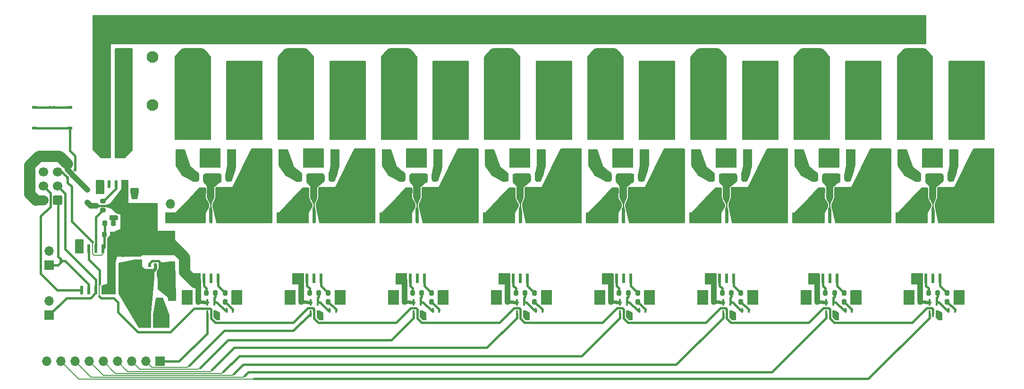
<source format=gtl>
G04 #@! TF.GenerationSoftware,KiCad,Pcbnew,8.0.5*
G04 #@! TF.CreationDate,2024-10-30T13:21:30-05:00*
G04 #@! TF.ProjectId,bidirectional_load_switch,62696469-7265-4637-9469-6f6e616c5f6c,0.2.0*
G04 #@! TF.SameCoordinates,Original*
G04 #@! TF.FileFunction,Copper,L1,Top*
G04 #@! TF.FilePolarity,Positive*
%FSLAX46Y46*%
G04 Gerber Fmt 4.6, Leading zero omitted, Abs format (unit mm)*
G04 Created by KiCad (PCBNEW 8.0.5) date 2024-10-30 13:21:30*
%MOMM*%
%LPD*%
G01*
G04 APERTURE LIST*
G04 Aperture macros list*
%AMRoundRect*
0 Rectangle with rounded corners*
0 $1 Rounding radius*
0 $2 $3 $4 $5 $6 $7 $8 $9 X,Y pos of 4 corners*
0 Add a 4 corners polygon primitive as box body*
4,1,4,$2,$3,$4,$5,$6,$7,$8,$9,$2,$3,0*
0 Add four circle primitives for the rounded corners*
1,1,$1+$1,$2,$3*
1,1,$1+$1,$4,$5*
1,1,$1+$1,$6,$7*
1,1,$1+$1,$8,$9*
0 Add four rect primitives between the rounded corners*
20,1,$1+$1,$2,$3,$4,$5,0*
20,1,$1+$1,$4,$5,$6,$7,0*
20,1,$1+$1,$6,$7,$8,$9,0*
20,1,$1+$1,$8,$9,$2,$3,0*%
G04 Aperture macros list end*
G04 #@! TA.AperFunction,SMDPad,CuDef*
%ADD10RoundRect,0.200000X0.200000X0.275000X-0.200000X0.275000X-0.200000X-0.275000X0.200000X-0.275000X0*%
G04 #@! TD*
G04 #@! TA.AperFunction,SMDPad,CuDef*
%ADD11R,0.558800X1.701800*%
G04 #@! TD*
G04 #@! TA.AperFunction,SMDPad,CuDef*
%ADD12R,0.355600X1.168400*%
G04 #@! TD*
G04 #@! TA.AperFunction,SMDPad,CuDef*
%ADD13RoundRect,0.250000X0.325000X0.650000X-0.325000X0.650000X-0.325000X-0.650000X0.325000X-0.650000X0*%
G04 #@! TD*
G04 #@! TA.AperFunction,SMDPad,CuDef*
%ADD14RoundRect,0.250000X-1.425000X0.362500X-1.425000X-0.362500X1.425000X-0.362500X1.425000X0.362500X0*%
G04 #@! TD*
G04 #@! TA.AperFunction,ComponentPad*
%ADD15R,1.700000X1.700000*%
G04 #@! TD*
G04 #@! TA.AperFunction,ComponentPad*
%ADD16O,1.700000X1.700000*%
G04 #@! TD*
G04 #@! TA.AperFunction,SMDPad,CuDef*
%ADD17RoundRect,0.225000X0.225000X0.250000X-0.225000X0.250000X-0.225000X-0.250000X0.225000X-0.250000X0*%
G04 #@! TD*
G04 #@! TA.AperFunction,SMDPad,CuDef*
%ADD18RoundRect,0.250000X-0.325000X-0.650000X0.325000X-0.650000X0.325000X0.650000X-0.325000X0.650000X0*%
G04 #@! TD*
G04 #@! TA.AperFunction,SMDPad,CuDef*
%ADD19R,1.500000X2.900000*%
G04 #@! TD*
G04 #@! TA.AperFunction,SMDPad,CuDef*
%ADD20R,6.300000X6.500000*%
G04 #@! TD*
G04 #@! TA.AperFunction,SMDPad,CuDef*
%ADD21R,0.457200X0.812800*%
G04 #@! TD*
G04 #@! TA.AperFunction,SMDPad,CuDef*
%ADD22RoundRect,0.200000X-0.275000X0.200000X-0.275000X-0.200000X0.275000X-0.200000X0.275000X0.200000X0*%
G04 #@! TD*
G04 #@! TA.AperFunction,SMDPad,CuDef*
%ADD23R,0.533400X1.574800*%
G04 #@! TD*
G04 #@! TA.AperFunction,SMDPad,CuDef*
%ADD24RoundRect,0.250000X-0.262500X-0.450000X0.262500X-0.450000X0.262500X0.450000X-0.262500X0.450000X0*%
G04 #@! TD*
G04 #@! TA.AperFunction,SMDPad,CuDef*
%ADD25RoundRect,0.200000X-0.200000X-0.275000X0.200000X-0.275000X0.200000X0.275000X-0.200000X0.275000X0*%
G04 #@! TD*
G04 #@! TA.AperFunction,SMDPad,CuDef*
%ADD26RoundRect,0.225000X-0.225000X-0.250000X0.225000X-0.250000X0.225000X0.250000X-0.225000X0.250000X0*%
G04 #@! TD*
G04 #@! TA.AperFunction,ComponentPad*
%ADD27RoundRect,0.250000X0.600000X0.600000X-0.600000X0.600000X-0.600000X-0.600000X0.600000X-0.600000X0*%
G04 #@! TD*
G04 #@! TA.AperFunction,ComponentPad*
%ADD28C,1.700000*%
G04 #@! TD*
G04 #@! TA.AperFunction,SMDPad,CuDef*
%ADD29RoundRect,0.250000X0.262500X0.450000X-0.262500X0.450000X-0.262500X-0.450000X0.262500X-0.450000X0*%
G04 #@! TD*
G04 #@! TA.AperFunction,SMDPad,CuDef*
%ADD30R,0.952500X0.558800*%
G04 #@! TD*
G04 #@! TA.AperFunction,SMDPad,CuDef*
%ADD31R,0.450800X1.111200*%
G04 #@! TD*
G04 #@! TA.AperFunction,SMDPad,CuDef*
%ADD32R,0.558800X1.460500*%
G04 #@! TD*
G04 #@! TA.AperFunction,SMDPad,CuDef*
%ADD33RoundRect,0.225000X-0.250000X0.225000X-0.250000X-0.225000X0.250000X-0.225000X0.250000X0.225000X0*%
G04 #@! TD*
G04 #@! TA.AperFunction,SMDPad,CuDef*
%ADD34R,1.111200X0.450800*%
G04 #@! TD*
G04 #@! TA.AperFunction,ComponentPad*
%ADD35C,2.100000*%
G04 #@! TD*
G04 #@! TA.AperFunction,SMDPad,CuDef*
%ADD36R,0.549999X0.800001*%
G04 #@! TD*
G04 #@! TA.AperFunction,SMDPad,CuDef*
%ADD37RoundRect,0.250000X-0.650000X0.325000X-0.650000X-0.325000X0.650000X-0.325000X0.650000X0.325000X0*%
G04 #@! TD*
G04 #@! TA.AperFunction,ViaPad*
%ADD38C,0.600000*%
G04 #@! TD*
G04 #@! TA.AperFunction,Conductor*
%ADD39C,0.400000*%
G04 #@! TD*
G04 #@! TA.AperFunction,Conductor*
%ADD40C,0.800000*%
G04 #@! TD*
G04 #@! TA.AperFunction,Conductor*
%ADD41C,0.600000*%
G04 #@! TD*
G04 #@! TA.AperFunction,Conductor*
%ADD42C,2.000000*%
G04 #@! TD*
G04 #@! TA.AperFunction,Conductor*
%ADD43C,1.000000*%
G04 #@! TD*
G04 #@! TA.AperFunction,Conductor*
%ADD44C,0.200000*%
G04 #@! TD*
G04 #@! TA.AperFunction,Conductor*
%ADD45C,1.800000*%
G04 #@! TD*
G04 APERTURE END LIST*
D10*
X100475000Y-111800000D03*
X98825000Y-111800000D03*
X152625000Y-111800000D03*
X150975000Y-111800000D03*
D11*
X206030000Y-109184800D03*
X207300000Y-109184800D03*
X208570000Y-109184800D03*
X208570000Y-98415200D03*
X207300000Y-98415200D03*
X206030000Y-98415200D03*
D12*
X225150001Y-115541400D03*
X225800000Y-115541400D03*
X226449999Y-115541400D03*
X226449999Y-113458600D03*
X225150001Y-113458600D03*
D13*
X87524998Y-110275001D03*
X84574998Y-110275001D03*
D14*
X148550000Y-62837500D03*
X148550000Y-68762500D03*
D15*
X67300000Y-106800000D03*
D16*
X67300000Y-104260000D03*
D17*
X186525000Y-113400000D03*
X184975000Y-113400000D03*
D18*
X224325000Y-93800000D03*
X227275000Y-93800000D03*
D19*
X118514000Y-87450000D03*
D20*
X120800000Y-80950000D03*
D19*
X123086000Y-87450000D03*
D21*
X229721500Y-114950000D03*
X228578500Y-114950000D03*
D19*
X192514000Y-87450000D03*
D20*
X194800000Y-80950000D03*
D19*
X197086000Y-87450000D03*
D17*
X112525000Y-113400000D03*
X110975000Y-113400000D03*
D22*
X76950000Y-95275000D03*
X76950000Y-96925000D03*
D23*
X76955000Y-103854300D03*
X75685000Y-103854300D03*
X74415000Y-103854300D03*
X73145000Y-103854300D03*
X73145000Y-111245700D03*
X74415000Y-111245700D03*
X75685000Y-111245700D03*
X76955000Y-111245700D03*
D24*
X227137500Y-91050000D03*
X228962500Y-91050000D03*
X153137500Y-91050000D03*
X154962500Y-91050000D03*
D25*
X172825000Y-113400000D03*
X174475000Y-113400000D03*
D21*
X155721500Y-114950000D03*
X154578500Y-114950000D03*
D26*
X169525000Y-96050000D03*
X171075000Y-96050000D03*
D24*
X171637500Y-91050000D03*
X173462500Y-91050000D03*
D25*
X228325000Y-113400000D03*
X229975000Y-113400000D03*
D10*
X189625000Y-111800000D03*
X187975000Y-111800000D03*
D26*
X225025000Y-96050000D03*
X226575000Y-96050000D03*
D10*
X226625000Y-111800000D03*
X224975000Y-111800000D03*
D26*
X151025000Y-96050000D03*
X152575000Y-96050000D03*
D18*
X187325000Y-93800000D03*
X190275000Y-93800000D03*
D15*
X86900000Y-116800000D03*
D16*
X84360000Y-116800000D03*
D17*
X131025000Y-113400000D03*
X129475000Y-113400000D03*
X94025000Y-111800000D03*
X92475000Y-111800000D03*
D14*
X93050000Y-62837500D03*
X93050000Y-68762500D03*
D10*
X208125000Y-111800000D03*
X206475000Y-111800000D03*
D18*
X205825000Y-93800000D03*
X208775000Y-93800000D03*
D24*
X208637500Y-91050000D03*
X210462500Y-91050000D03*
D19*
X164764000Y-87500000D03*
D20*
X167050000Y-81000000D03*
D19*
X169336000Y-87500000D03*
X220264000Y-87500000D03*
D20*
X222550000Y-81000000D03*
D19*
X224836000Y-87500000D03*
D24*
X116137500Y-91050000D03*
X117962500Y-91050000D03*
D27*
X68802500Y-95095000D03*
D28*
X66262500Y-95095000D03*
X68802500Y-92555000D03*
X66262500Y-92555000D03*
X68802500Y-90015000D03*
X66262500Y-90015000D03*
D25*
X117325000Y-113400000D03*
X118975000Y-113400000D03*
D29*
X206462500Y-91050000D03*
X204637500Y-91050000D03*
D21*
X192721500Y-114950000D03*
X191578500Y-114950000D03*
D11*
X95030000Y-109184800D03*
X96300000Y-109184800D03*
X97570000Y-109184800D03*
X97570000Y-98415200D03*
X96300000Y-98415200D03*
X95030000Y-98415200D03*
D17*
X223525000Y-111800000D03*
X221975000Y-111800000D03*
D11*
X113530000Y-109184800D03*
X114800000Y-109184800D03*
X116070000Y-109184800D03*
X116070000Y-98415200D03*
X114800000Y-98415200D03*
X113530000Y-98415200D03*
D17*
X149525000Y-111800000D03*
X147975000Y-111800000D03*
D25*
X154325000Y-113400000D03*
X155975000Y-113400000D03*
D15*
X67300000Y-115800000D03*
D16*
X67300000Y-113260000D03*
D29*
X187962500Y-91050000D03*
X186137500Y-91050000D03*
D11*
X169030000Y-109184800D03*
X170300000Y-109184800D03*
X171570000Y-109184800D03*
X171570000Y-98415200D03*
X170300000Y-98415200D03*
X169030000Y-98415200D03*
D10*
X78875000Y-101300000D03*
X77225000Y-101300000D03*
X211475000Y-111800000D03*
X209825000Y-111800000D03*
D30*
X64618650Y-78445800D03*
X64618650Y-82154200D03*
X70981350Y-82154200D03*
X70981350Y-78445800D03*
D19*
X146264000Y-87500000D03*
D20*
X148550000Y-81000000D03*
D19*
X150836000Y-87500000D03*
D26*
X188025000Y-96050000D03*
X189575000Y-96050000D03*
D14*
X111550000Y-62837500D03*
X111550000Y-68762500D03*
D25*
X135825000Y-113400000D03*
X137475000Y-113400000D03*
D10*
X171125000Y-111800000D03*
X169475000Y-111800000D03*
D29*
X132462500Y-91050000D03*
X130637500Y-91050000D03*
D19*
X137014000Y-87450000D03*
D20*
X139300000Y-80950000D03*
D19*
X141586000Y-87450000D03*
D14*
X185550000Y-62837500D03*
X185550000Y-68762500D03*
D24*
X190137500Y-91050000D03*
X191962500Y-91050000D03*
D31*
X74150000Y-95550000D03*
X74150000Y-93250000D03*
D21*
X118721500Y-114950000D03*
X117578500Y-114950000D03*
D10*
X192975000Y-111800000D03*
X191325000Y-111800000D03*
X229975000Y-111800000D03*
X228325000Y-111800000D03*
D11*
X150530000Y-109184800D03*
X151800000Y-109184800D03*
X153070000Y-109184800D03*
X153070000Y-98415200D03*
X151800000Y-98415200D03*
X150530000Y-98415200D03*
D15*
X89050000Y-98300000D03*
D16*
X89050000Y-95760000D03*
D17*
X149525000Y-113400000D03*
X147975000Y-113400000D03*
D19*
X174014000Y-87450000D03*
D20*
X176300000Y-80950000D03*
D19*
X178586000Y-87450000D03*
D24*
X97637500Y-91050000D03*
X99462500Y-91050000D03*
D19*
X127764000Y-87500000D03*
D20*
X130050000Y-81000000D03*
D19*
X132336000Y-87500000D03*
D17*
X131025000Y-111800000D03*
X129475000Y-111800000D03*
D32*
X80605000Y-86825850D03*
X79335000Y-86825850D03*
X78065000Y-86825850D03*
X76795000Y-86825850D03*
X76795000Y-92274150D03*
X78065000Y-92274150D03*
X79335000Y-92274150D03*
X80605000Y-92274150D03*
D25*
X98825000Y-113400000D03*
X100475000Y-113400000D03*
D33*
X83299998Y-104800001D03*
X83299998Y-106350001D03*
D26*
X206525000Y-96050000D03*
X208075000Y-96050000D03*
D12*
X169650001Y-115541400D03*
X170300000Y-115541400D03*
X170949999Y-115541400D03*
X170949999Y-113458600D03*
X169650001Y-113458600D03*
D19*
X183264000Y-87500000D03*
D20*
X185550000Y-81000000D03*
D19*
X187836000Y-87500000D03*
D17*
X168025000Y-111800000D03*
X166475000Y-111800000D03*
D24*
X134637500Y-91050000D03*
X136462500Y-91050000D03*
D26*
X81025000Y-94450000D03*
X82575000Y-94450000D03*
D19*
X229514000Y-87450000D03*
D20*
X231800000Y-80950000D03*
D19*
X234086000Y-87450000D03*
D29*
X95462500Y-91050000D03*
X93637500Y-91050000D03*
D11*
X132030000Y-109184800D03*
X133300000Y-109184800D03*
X134570000Y-109184800D03*
X134570000Y-98415200D03*
X133300000Y-98415200D03*
X132030000Y-98415200D03*
D19*
X201764000Y-87500000D03*
D20*
X204050000Y-81000000D03*
D19*
X206336000Y-87500000D03*
D10*
X174475000Y-111800000D03*
X172825000Y-111800000D03*
X97125000Y-111800000D03*
X95475000Y-111800000D03*
X115625000Y-111800000D03*
X113975000Y-111800000D03*
D34*
X89350000Y-112900000D03*
X87050000Y-112900000D03*
D11*
X187530000Y-109184800D03*
X188800000Y-109184800D03*
X190070000Y-109184800D03*
X190070000Y-98415200D03*
X188800000Y-98415200D03*
X187530000Y-98415200D03*
D21*
X174221500Y-114950000D03*
X173078500Y-114950000D03*
D17*
X205025000Y-113400000D03*
X203475000Y-113400000D03*
D29*
X169462500Y-91050000D03*
X167637500Y-91050000D03*
D12*
X114150001Y-115541400D03*
X114800000Y-115541400D03*
X115449999Y-115541400D03*
X115449999Y-113458600D03*
X114150001Y-113458600D03*
D15*
X87180000Y-124100000D03*
D16*
X84640000Y-124100000D03*
X82100000Y-124100000D03*
X79560000Y-124100000D03*
X77020000Y-124100000D03*
X74480000Y-124100000D03*
X71940000Y-124100000D03*
X69400000Y-124100000D03*
X66860000Y-124100000D03*
D21*
X211221500Y-114950000D03*
X210078500Y-114950000D03*
D25*
X209825000Y-113400000D03*
X211475000Y-113400000D03*
D14*
X130050000Y-62837500D03*
X130050000Y-68762500D03*
D10*
X118975000Y-111800000D03*
X117325000Y-111800000D03*
D12*
X95650001Y-115541400D03*
X96300000Y-115541400D03*
X96949999Y-115541400D03*
X96949999Y-113458600D03*
X95650001Y-113458600D03*
D11*
X224530000Y-109184800D03*
X225800000Y-109184800D03*
X227070000Y-109184800D03*
X227070000Y-98415200D03*
X225800000Y-98415200D03*
X224530000Y-98415200D03*
D25*
X191325000Y-113400000D03*
X192975000Y-113400000D03*
D17*
X205025000Y-111800000D03*
X203475000Y-111800000D03*
D35*
X80760000Y-78037500D03*
X85840000Y-78037500D03*
X80760000Y-69337500D03*
X85840000Y-69337500D03*
D18*
X150325000Y-93800000D03*
X153275000Y-93800000D03*
D19*
X211014000Y-87450000D03*
D20*
X213300000Y-80950000D03*
D19*
X215586000Y-87450000D03*
D18*
X113325000Y-93800000D03*
X116275000Y-93800000D03*
D12*
X206650001Y-115541400D03*
X207300000Y-115541400D03*
X207949999Y-115541400D03*
X207949999Y-113458600D03*
X206650001Y-113458600D03*
D17*
X112525000Y-111800000D03*
X110975000Y-111800000D03*
D26*
X77275000Y-99300000D03*
X78825000Y-99300000D03*
D36*
X85349999Y-106825001D03*
X86300000Y-106825001D03*
X87249998Y-106825001D03*
X87249998Y-104275001D03*
X85349999Y-104275001D03*
D12*
X188150001Y-115541400D03*
X188800000Y-115541400D03*
X189449999Y-115541400D03*
X189449999Y-113458600D03*
X188150001Y-113458600D03*
D10*
X137475000Y-111800000D03*
X135825000Y-111800000D03*
D18*
X131825000Y-93800000D03*
X134775000Y-93800000D03*
D17*
X87074998Y-108275001D03*
X85524998Y-108275001D03*
X223525000Y-113400000D03*
X221975000Y-113400000D03*
X168025000Y-113400000D03*
X166475000Y-113400000D03*
D12*
X151150001Y-115541400D03*
X151800000Y-115541400D03*
X152449999Y-115541400D03*
X152449999Y-113458600D03*
X151150001Y-113458600D03*
D18*
X94825000Y-93800000D03*
X97775000Y-93800000D03*
D10*
X155975000Y-111800000D03*
X154325000Y-111800000D03*
D29*
X224962500Y-91050000D03*
X223137500Y-91050000D03*
D31*
X89549998Y-106725001D03*
X89549998Y-104425001D03*
D18*
X168825000Y-93800000D03*
X171775000Y-93800000D03*
D14*
X167050000Y-62837500D03*
X167050000Y-68762500D03*
D10*
X134125000Y-111800000D03*
X132475000Y-111800000D03*
D19*
X155514000Y-87450000D03*
D20*
X157800000Y-80950000D03*
D19*
X160086000Y-87450000D03*
D37*
X80799998Y-104100001D03*
X80799998Y-107050001D03*
D21*
X137221500Y-114950000D03*
X136078500Y-114950000D03*
D14*
X204050000Y-62837500D03*
X204050000Y-68762500D03*
D17*
X94025000Y-113400000D03*
X92475000Y-113400000D03*
D29*
X150962500Y-91050000D03*
X149137500Y-91050000D03*
D26*
X95525000Y-96050000D03*
X97075000Y-96050000D03*
D19*
X109264000Y-87500000D03*
D20*
X111550000Y-81000000D03*
D19*
X113836000Y-87500000D03*
D12*
X132650001Y-115541400D03*
X133300000Y-115541400D03*
X133949999Y-115541400D03*
X133949999Y-113458600D03*
X132650001Y-113458600D03*
D14*
X222550000Y-62837500D03*
X222550000Y-68762500D03*
D17*
X186525000Y-111800000D03*
X184975000Y-111800000D03*
D26*
X132525000Y-96050000D03*
X134075000Y-96050000D03*
D29*
X113962500Y-91050000D03*
X112137500Y-91050000D03*
D21*
X100221500Y-114950000D03*
X99078500Y-114950000D03*
D26*
X78625000Y-111450000D03*
X80175000Y-111450000D03*
X114025000Y-96050000D03*
X115575000Y-96050000D03*
D19*
X100014000Y-87450000D03*
D20*
X102300000Y-80950000D03*
D19*
X104586000Y-87450000D03*
X90764000Y-87500000D03*
D20*
X93050000Y-81000000D03*
D19*
X95336000Y-87500000D03*
D38*
X82391598Y-108416601D03*
X80491598Y-108416601D03*
X157050000Y-113550000D03*
X128450000Y-111650000D03*
X120050000Y-112250000D03*
X220950000Y-113600000D03*
X82950000Y-93350000D03*
X194050000Y-113550000D03*
X79200000Y-98250000D03*
X202450000Y-112300000D03*
X208600000Y-116300000D03*
X194050000Y-112250000D03*
X220950000Y-112300000D03*
X212550000Y-113550000D03*
X97600000Y-115600000D03*
X101550000Y-113550000D03*
X84291598Y-114016601D03*
X81449998Y-111225001D03*
X81449998Y-112625001D03*
X83341598Y-108416601D03*
X231050000Y-113550000D03*
X157050000Y-111600000D03*
X83341598Y-111216601D03*
X153100000Y-116300000D03*
X175550000Y-113550000D03*
X85241598Y-114016601D03*
X109950000Y-112950000D03*
X83341598Y-114016601D03*
X76050000Y-92900000D03*
X138550000Y-112250000D03*
X194050000Y-111600000D03*
X120050000Y-113550000D03*
X91450000Y-112300000D03*
X175550000Y-112900000D03*
X101550000Y-112900000D03*
X83341598Y-109816601D03*
X101550000Y-111600000D03*
X171600000Y-116300000D03*
X183950000Y-112300000D03*
X231050000Y-112250000D03*
X138550000Y-113550000D03*
X82391598Y-112616601D03*
X157050000Y-112900000D03*
X109950000Y-113600000D03*
X175550000Y-112250000D03*
X183950000Y-113600000D03*
X146950000Y-112950000D03*
X165450000Y-113600000D03*
X82399998Y-114025001D03*
X116100000Y-115600000D03*
X109950000Y-112300000D03*
X212550000Y-112250000D03*
X73100000Y-102550000D03*
X76050000Y-92150000D03*
X190100000Y-116300000D03*
X128450000Y-112300000D03*
X128450000Y-112950000D03*
X202450000Y-112950000D03*
X165450000Y-112300000D03*
X212550000Y-112900000D03*
X190100000Y-115600000D03*
X101550000Y-112250000D03*
X83341598Y-112616601D03*
X165450000Y-111650000D03*
X84291598Y-108416601D03*
X146950000Y-111650000D03*
X175550000Y-111600000D03*
X183950000Y-112950000D03*
X82250000Y-93350000D03*
X134600000Y-116300000D03*
X91450000Y-112950000D03*
X202450000Y-113600000D03*
X81441598Y-108416601D03*
X146950000Y-112300000D03*
X208600000Y-115600000D03*
X82391598Y-109816601D03*
X109950000Y-111650000D03*
X76050000Y-93650000D03*
X76800000Y-93650000D03*
X227100000Y-115600000D03*
X91450000Y-113600000D03*
X81441598Y-109816601D03*
X212550000Y-111600000D03*
X202450000Y-111650000D03*
X231050000Y-111600000D03*
X153100000Y-115600000D03*
X120050000Y-112900000D03*
X120050000Y-111600000D03*
X134600000Y-115600000D03*
X68254003Y-78445800D03*
X165450000Y-112950000D03*
X84291598Y-112616601D03*
X78500000Y-98250000D03*
X171600000Y-115600000D03*
X82391598Y-111216601D03*
X91450000Y-111650000D03*
X72350000Y-103300000D03*
X227100000Y-116300000D03*
X157050000Y-112250000D03*
X183950000Y-111650000D03*
X138550000Y-112900000D03*
X146950000Y-113600000D03*
X72350000Y-102550000D03*
X72350000Y-104050000D03*
X138550000Y-111600000D03*
X231050000Y-112900000D03*
X128450000Y-113600000D03*
X194050000Y-112900000D03*
X67550000Y-78445800D03*
X97600000Y-116300000D03*
X116100000Y-116300000D03*
X220950000Y-111650000D03*
X220950000Y-112950000D03*
X85241598Y-112616601D03*
X223600000Y-109250000D03*
X222300000Y-109250000D03*
X222950000Y-109900000D03*
X166800000Y-108600000D03*
X205100000Y-109250000D03*
X203800000Y-109900000D03*
X222300000Y-108600000D03*
X130450000Y-109900000D03*
X168100000Y-109250000D03*
X130450000Y-109250000D03*
X205100000Y-109900000D03*
X131100000Y-108600000D03*
X94100000Y-108600000D03*
X186600000Y-109900000D03*
X112600000Y-109900000D03*
X223600000Y-108600000D03*
X203800000Y-109250000D03*
X111950000Y-108600000D03*
X148300000Y-109900000D03*
X203800000Y-108600000D03*
X148300000Y-109250000D03*
X148950000Y-108600000D03*
X166800000Y-109900000D03*
X93450000Y-108600000D03*
X186600000Y-108600000D03*
X111300000Y-108600000D03*
X222950000Y-108600000D03*
X185950000Y-109900000D03*
X185300000Y-108600000D03*
X93450000Y-109250000D03*
X185300000Y-109250000D03*
X167450000Y-109900000D03*
X111300000Y-109250000D03*
X204450000Y-109900000D03*
X167450000Y-108600000D03*
X168100000Y-108600000D03*
X167450000Y-109250000D03*
X185950000Y-109250000D03*
X92800000Y-109900000D03*
X166800000Y-109250000D03*
X129800000Y-108600000D03*
X94100000Y-109250000D03*
X204450000Y-108600000D03*
X112600000Y-109250000D03*
X149600000Y-109900000D03*
X223600000Y-109900000D03*
X204450000Y-109250000D03*
X222950000Y-109250000D03*
X131100000Y-109900000D03*
X222300000Y-109900000D03*
X148300000Y-108600000D03*
X130450000Y-108600000D03*
X111950000Y-109250000D03*
X185300000Y-109900000D03*
X148950000Y-109900000D03*
X111300000Y-109900000D03*
X112600000Y-108600000D03*
X111950000Y-109900000D03*
X94100000Y-109900000D03*
X205100000Y-108600000D03*
X131100000Y-109250000D03*
X129800000Y-109250000D03*
X186600000Y-109250000D03*
X149600000Y-108600000D03*
X168100000Y-109900000D03*
X92800000Y-109250000D03*
X148950000Y-109250000D03*
X93450000Y-109900000D03*
X185950000Y-108600000D03*
X129800000Y-109900000D03*
X92800000Y-108600000D03*
X149600000Y-109250000D03*
X157500000Y-91800000D03*
X116000000Y-87200000D03*
X234400000Y-94800000D03*
X189250000Y-86450000D03*
X156200000Y-96300000D03*
X173300000Y-96300000D03*
X180250000Y-87300000D03*
X117800000Y-94800000D03*
X233050000Y-90300000D03*
X159050000Y-91800000D03*
X143300000Y-91800000D03*
X141900000Y-93300000D03*
X106300000Y-88800000D03*
X235900000Y-96300000D03*
X161800000Y-94800000D03*
X177550000Y-91800000D03*
X198800000Y-91800000D03*
X178950000Y-91800000D03*
X103500000Y-93300000D03*
X141950000Y-91800000D03*
X170750000Y-87200000D03*
X177500000Y-93300000D03*
X217300000Y-90300000D03*
X123450000Y-90300000D03*
X96750000Y-88700000D03*
X178950000Y-90300000D03*
X210300000Y-96300000D03*
X213100000Y-94800000D03*
X190000000Y-86450000D03*
X133750000Y-86450000D03*
X196000000Y-94800000D03*
X143300000Y-90300000D03*
X116000000Y-86450000D03*
X196000000Y-93300000D03*
X231500000Y-91800000D03*
X117800000Y-96300000D03*
X137700000Y-94800000D03*
X103500000Y-94800000D03*
X161800000Y-93300000D03*
X106300000Y-96300000D03*
X194600000Y-94800000D03*
X136300000Y-94800000D03*
X235900000Y-91800000D03*
X160400000Y-94800000D03*
X139100000Y-93300000D03*
X106300000Y-91800000D03*
X124800000Y-94800000D03*
X176850000Y-88900000D03*
X97500000Y-87200000D03*
X143300000Y-93300000D03*
X143300000Y-87300000D03*
X120500000Y-91800000D03*
X227000000Y-87950000D03*
X234450000Y-91800000D03*
X235900000Y-93300000D03*
X217300000Y-93300000D03*
X96750000Y-87950000D03*
X189250000Y-87200000D03*
X196000000Y-96300000D03*
X197400000Y-96300000D03*
X154800000Y-93300000D03*
X171500000Y-88700000D03*
X137700000Y-96300000D03*
X122000000Y-93300000D03*
X231550000Y-90300000D03*
X173300000Y-93300000D03*
X157600000Y-96300000D03*
X176000000Y-91800000D03*
X102100000Y-96300000D03*
X99300000Y-96300000D03*
X198800000Y-96300000D03*
X152250000Y-87200000D03*
X195350000Y-88900000D03*
X140500000Y-94800000D03*
X178900000Y-96300000D03*
X123400000Y-93300000D03*
X173300000Y-94800000D03*
X191800000Y-96300000D03*
X156200000Y-93300000D03*
X124800000Y-90300000D03*
X213050000Y-90300000D03*
X215900000Y-96300000D03*
X174700000Y-96300000D03*
X120600000Y-94800000D03*
X104900000Y-96300000D03*
X157550000Y-90300000D03*
X228800000Y-93300000D03*
X122050000Y-90300000D03*
X171500000Y-87200000D03*
X124800000Y-88800000D03*
X207750000Y-88700000D03*
X119200000Y-93300000D03*
X158350000Y-88900000D03*
X234400000Y-93300000D03*
X122000000Y-94800000D03*
X140500000Y-93300000D03*
X230200000Y-93300000D03*
X117800000Y-93300000D03*
X120550000Y-90300000D03*
X226250000Y-88700000D03*
X171500000Y-87950000D03*
X115250000Y-87950000D03*
X208500000Y-87200000D03*
X180250000Y-94800000D03*
X133750000Y-87200000D03*
X191800000Y-94800000D03*
X213850000Y-88900000D03*
X190000000Y-87200000D03*
X120600000Y-93300000D03*
X226250000Y-87950000D03*
X227000000Y-86450000D03*
X102100000Y-93300000D03*
X214500000Y-96300000D03*
X115250000Y-88700000D03*
X122000000Y-96300000D03*
X122050000Y-91800000D03*
X198800000Y-90300000D03*
X133750000Y-87950000D03*
X104950000Y-90300000D03*
X139100000Y-96300000D03*
X170750000Y-86450000D03*
X119200000Y-94800000D03*
X154800000Y-96300000D03*
X140550000Y-91800000D03*
X161800000Y-91800000D03*
X116000000Y-87950000D03*
X208500000Y-88700000D03*
X177550000Y-90300000D03*
X160450000Y-91800000D03*
X100700000Y-96300000D03*
X207750000Y-87950000D03*
X154800000Y-94800000D03*
X194600000Y-93300000D03*
X104950000Y-91800000D03*
X190000000Y-88700000D03*
X213100000Y-93300000D03*
X124800000Y-87300000D03*
X228800000Y-94800000D03*
X194500000Y-91800000D03*
X215900000Y-94800000D03*
X235900000Y-87300000D03*
X106300000Y-93300000D03*
X196050000Y-91800000D03*
X134500000Y-86450000D03*
X161800000Y-87300000D03*
X207750000Y-87200000D03*
X210300000Y-94800000D03*
X214500000Y-93300000D03*
X160400000Y-96300000D03*
X213100000Y-96300000D03*
X120600000Y-96300000D03*
X226250000Y-86450000D03*
X143300000Y-96300000D03*
X180250000Y-88800000D03*
X159000000Y-96300000D03*
X207750000Y-86450000D03*
X176100000Y-94800000D03*
X134500000Y-88700000D03*
X232350000Y-88900000D03*
X136300000Y-96300000D03*
X139850000Y-88900000D03*
X124800000Y-96300000D03*
X170750000Y-87950000D03*
X153000000Y-87950000D03*
X217300000Y-94800000D03*
X161800000Y-96300000D03*
X174700000Y-94800000D03*
X153000000Y-86450000D03*
X133750000Y-88700000D03*
X106300000Y-94800000D03*
X227000000Y-88700000D03*
X152250000Y-86450000D03*
X193200000Y-93300000D03*
X159050000Y-90300000D03*
X124800000Y-93300000D03*
X197400000Y-94800000D03*
X226250000Y-87200000D03*
X99300000Y-94800000D03*
X100700000Y-94800000D03*
X123400000Y-94800000D03*
X156200000Y-94800000D03*
X97500000Y-88700000D03*
X189250000Y-88700000D03*
X153000000Y-88700000D03*
X211700000Y-93300000D03*
X233000000Y-96300000D03*
X217300000Y-91800000D03*
X176100000Y-96300000D03*
X194600000Y-96300000D03*
X141950000Y-90300000D03*
X140550000Y-90300000D03*
X103550000Y-91800000D03*
X197450000Y-91800000D03*
X159000000Y-94800000D03*
X177500000Y-94800000D03*
X198800000Y-93300000D03*
X217300000Y-88800000D03*
X141900000Y-94800000D03*
X214500000Y-94800000D03*
X116000000Y-88700000D03*
X121350000Y-88900000D03*
X235900000Y-88800000D03*
X103550000Y-90300000D03*
X157600000Y-94800000D03*
X124800000Y-91800000D03*
X208500000Y-87950000D03*
X231600000Y-96300000D03*
X233000000Y-94800000D03*
X96750000Y-86450000D03*
X217300000Y-87300000D03*
X235900000Y-94800000D03*
X176050000Y-90300000D03*
X235900000Y-90300000D03*
X214550000Y-91800000D03*
X191800000Y-93300000D03*
X161800000Y-88800000D03*
X102850000Y-88900000D03*
X143300000Y-88800000D03*
X140500000Y-96300000D03*
X213000000Y-91800000D03*
X193200000Y-94800000D03*
X180250000Y-91800000D03*
X115250000Y-87200000D03*
X178900000Y-93300000D03*
X177500000Y-96300000D03*
X99300000Y-93300000D03*
X231600000Y-94800000D03*
X210300000Y-93300000D03*
X152250000Y-87950000D03*
X137700000Y-93300000D03*
X198800000Y-94800000D03*
X100700000Y-93300000D03*
X134500000Y-87200000D03*
X97500000Y-87950000D03*
X136300000Y-93300000D03*
X134500000Y-87950000D03*
X139100000Y-94800000D03*
X234450000Y-90300000D03*
X228800000Y-96300000D03*
X176100000Y-93300000D03*
X196050000Y-90300000D03*
X211700000Y-96300000D03*
X160400000Y-93300000D03*
X152250000Y-88700000D03*
X123400000Y-96300000D03*
X139000000Y-91800000D03*
X208500000Y-86450000D03*
X198800000Y-88800000D03*
X160450000Y-90300000D03*
X102050000Y-90300000D03*
X123450000Y-91800000D03*
X161800000Y-90300000D03*
X104900000Y-94800000D03*
X193200000Y-96300000D03*
X197400000Y-93300000D03*
X97500000Y-86450000D03*
X115250000Y-86450000D03*
X234400000Y-96300000D03*
X180250000Y-93300000D03*
X233050000Y-91800000D03*
X231600000Y-93300000D03*
X139050000Y-90300000D03*
X157600000Y-93300000D03*
X143300000Y-94800000D03*
X215950000Y-90300000D03*
X153000000Y-87200000D03*
X180250000Y-96300000D03*
X211700000Y-94800000D03*
X214550000Y-90300000D03*
X106300000Y-90300000D03*
X102000000Y-91800000D03*
X119200000Y-96300000D03*
X159000000Y-93300000D03*
X178900000Y-94800000D03*
X215950000Y-91800000D03*
X230200000Y-94800000D03*
X190000000Y-87950000D03*
X180250000Y-90300000D03*
X102100000Y-94800000D03*
X174700000Y-93300000D03*
X96750000Y-87200000D03*
X194550000Y-90300000D03*
X141900000Y-96300000D03*
X171500000Y-86450000D03*
X104900000Y-93300000D03*
X106300000Y-87300000D03*
X215900000Y-93300000D03*
X233000000Y-93300000D03*
X198800000Y-87300000D03*
X189250000Y-87950000D03*
X217300000Y-96300000D03*
X103500000Y-96300000D03*
X170750000Y-88700000D03*
X230200000Y-96300000D03*
X227000000Y-87200000D03*
X197450000Y-90300000D03*
X129250000Y-97900000D03*
X223450000Y-98750000D03*
X112450000Y-98750000D03*
X185600000Y-97900000D03*
X90550000Y-97900000D03*
X202400000Y-97900000D03*
X149450000Y-97900000D03*
X220050000Y-98750000D03*
X91400000Y-98750000D03*
X130950000Y-97900000D03*
X220900000Y-97900000D03*
X204100000Y-98750000D03*
X166250000Y-98750000D03*
X223450000Y-97900000D03*
X129250000Y-98750000D03*
X201550000Y-97900000D03*
X90550000Y-98750000D03*
X128400000Y-97900000D03*
X220900000Y-98750000D03*
X166250000Y-97900000D03*
X130950000Y-98750000D03*
X167950000Y-97900000D03*
X164550000Y-97900000D03*
X183050000Y-97900000D03*
X204100000Y-97900000D03*
X201550000Y-98750000D03*
X220050000Y-97900000D03*
X149450000Y-98750000D03*
X93100000Y-98750000D03*
X186450000Y-97900000D03*
X148600000Y-97900000D03*
X164550000Y-98750000D03*
X146900000Y-97900000D03*
X167100000Y-98750000D03*
X112450000Y-97900000D03*
X222600000Y-98750000D03*
X202400000Y-98750000D03*
X183900000Y-97900000D03*
X221750000Y-97900000D03*
X128400000Y-98750000D03*
X147750000Y-98750000D03*
X165400000Y-97900000D03*
X109050000Y-98750000D03*
X111600000Y-97900000D03*
X92250000Y-98750000D03*
X127550000Y-97900000D03*
X183050000Y-98750000D03*
X146900000Y-98750000D03*
X183900000Y-98750000D03*
X111600000Y-98750000D03*
X184750000Y-97900000D03*
X130100000Y-97900000D03*
X222600000Y-97900000D03*
X167100000Y-97900000D03*
X110750000Y-97900000D03*
X203250000Y-97900000D03*
X146050000Y-97900000D03*
X93950000Y-98750000D03*
X130100000Y-98750000D03*
X109900000Y-97900000D03*
X109050000Y-97900000D03*
X92250000Y-97900000D03*
X146050000Y-98750000D03*
X203250000Y-98750000D03*
X109900000Y-98750000D03*
X91400000Y-97900000D03*
X186450000Y-98750000D03*
X165400000Y-98750000D03*
X204950000Y-98750000D03*
X221750000Y-98750000D03*
X93950000Y-97900000D03*
X93100000Y-97900000D03*
X185600000Y-98750000D03*
X147750000Y-97900000D03*
X148600000Y-98750000D03*
X204950000Y-97900000D03*
X127550000Y-98750000D03*
X167950000Y-98750000D03*
X184750000Y-98750000D03*
X110750000Y-98750000D03*
X137000000Y-76350000D03*
X192500000Y-74100000D03*
X137000000Y-74100000D03*
X157800000Y-73000000D03*
X103450000Y-74100000D03*
X121950000Y-75250000D03*
X157800000Y-74100000D03*
X103450000Y-71900000D03*
X174000000Y-76350000D03*
X194800000Y-70800000D03*
X215600000Y-70800000D03*
X194800000Y-75250000D03*
X197100000Y-70800000D03*
X104600000Y-74100000D03*
X104600000Y-75250000D03*
X215600000Y-76350000D03*
X123100000Y-73000000D03*
X156650000Y-74100000D03*
X102300000Y-73000000D03*
X155500000Y-73000000D03*
X141600000Y-73000000D03*
X119650000Y-73000000D03*
X212150000Y-73000000D03*
X215600000Y-73000000D03*
X175150000Y-74100000D03*
X137000000Y-71900000D03*
X158950000Y-74100000D03*
X102300000Y-74100000D03*
X160100000Y-76350000D03*
X230650000Y-71900000D03*
X178600000Y-76350000D03*
X195950000Y-71900000D03*
X192500000Y-71900000D03*
X231800000Y-76350000D03*
X100000000Y-75250000D03*
X139300000Y-71900000D03*
X193650000Y-70800000D03*
X118500000Y-71900000D03*
X231800000Y-73000000D03*
X141600000Y-75250000D03*
X212150000Y-70800000D03*
X140450000Y-73000000D03*
X104600000Y-76350000D03*
X195950000Y-75250000D03*
X195950000Y-76350000D03*
X155500000Y-70800000D03*
X211000000Y-73000000D03*
X121950000Y-76350000D03*
X230650000Y-74100000D03*
X193650000Y-74100000D03*
X102300000Y-70800000D03*
X176300000Y-76350000D03*
X155500000Y-71900000D03*
X101150000Y-73000000D03*
X175150000Y-73000000D03*
X234100000Y-70800000D03*
X213300000Y-73000000D03*
X192500000Y-75250000D03*
X139300000Y-76350000D03*
X103450000Y-70800000D03*
X138150000Y-70800000D03*
X104600000Y-71900000D03*
X156650000Y-71900000D03*
X195950000Y-74100000D03*
X177450000Y-70800000D03*
X156650000Y-70800000D03*
X123100000Y-75250000D03*
X123100000Y-71900000D03*
X118500000Y-70800000D03*
X178600000Y-70800000D03*
X119650000Y-71900000D03*
X213300000Y-75250000D03*
X123100000Y-76350000D03*
X140450000Y-76350000D03*
X120800000Y-76350000D03*
X211000000Y-70800000D03*
X232950000Y-71900000D03*
X231800000Y-70800000D03*
X213300000Y-76350000D03*
X213300000Y-71900000D03*
X176300000Y-71900000D03*
X100000000Y-74100000D03*
X118500000Y-74100000D03*
X174000000Y-73000000D03*
X215600000Y-74100000D03*
X139300000Y-70800000D03*
X157800000Y-75250000D03*
X229500000Y-71900000D03*
X138150000Y-76350000D03*
X158950000Y-70800000D03*
X121950000Y-73000000D03*
X160100000Y-71900000D03*
X160100000Y-74100000D03*
X177450000Y-74100000D03*
X177450000Y-75250000D03*
X214450000Y-75250000D03*
X197100000Y-76350000D03*
X102300000Y-75250000D03*
X175150000Y-76350000D03*
X213300000Y-74100000D03*
X156650000Y-75250000D03*
X141600000Y-76350000D03*
X229500000Y-73000000D03*
X155500000Y-75250000D03*
X211000000Y-76350000D03*
X194800000Y-76350000D03*
X140450000Y-74100000D03*
X121950000Y-74100000D03*
X138150000Y-71900000D03*
X194800000Y-74100000D03*
X158950000Y-71900000D03*
X231800000Y-74100000D03*
X138150000Y-75250000D03*
X177450000Y-76350000D03*
X137000000Y-75250000D03*
X192500000Y-70800000D03*
X119650000Y-76350000D03*
X101150000Y-74100000D03*
X157800000Y-76350000D03*
X194800000Y-73000000D03*
X234100000Y-74100000D03*
X101150000Y-70800000D03*
X160100000Y-73000000D03*
X232950000Y-70800000D03*
X120800000Y-73000000D03*
X156650000Y-76350000D03*
X139300000Y-74100000D03*
X192500000Y-73000000D03*
X194800000Y-71900000D03*
X215600000Y-71900000D03*
X214450000Y-71900000D03*
X160100000Y-70800000D03*
X212150000Y-71900000D03*
X139300000Y-75250000D03*
X214450000Y-73000000D03*
X100000000Y-70800000D03*
X100000000Y-73000000D03*
X178600000Y-73000000D03*
X138150000Y-73000000D03*
X231800000Y-75250000D03*
X230650000Y-76350000D03*
X212150000Y-74100000D03*
X118500000Y-75250000D03*
X174000000Y-70800000D03*
X139300000Y-73000000D03*
X160100000Y-75250000D03*
X157800000Y-70800000D03*
X175150000Y-71900000D03*
X197100000Y-74100000D03*
X197100000Y-73000000D03*
X119650000Y-74100000D03*
X232950000Y-75250000D03*
X119650000Y-70800000D03*
X118500000Y-73000000D03*
X120800000Y-71900000D03*
X175150000Y-70800000D03*
X174000000Y-71900000D03*
X230650000Y-70800000D03*
X175150000Y-75250000D03*
X178600000Y-71900000D03*
X123100000Y-74100000D03*
X193650000Y-73000000D03*
X197100000Y-71900000D03*
X192500000Y-76350000D03*
X177450000Y-71900000D03*
X101150000Y-76350000D03*
X197100000Y-75250000D03*
X232950000Y-73000000D03*
X193650000Y-75250000D03*
X120800000Y-74100000D03*
X103450000Y-75250000D03*
X176300000Y-70800000D03*
X176300000Y-74100000D03*
X140450000Y-71900000D03*
X213300000Y-70800000D03*
X141600000Y-74100000D03*
X176300000Y-75250000D03*
X101150000Y-75250000D03*
X214450000Y-76350000D03*
X229500000Y-70800000D03*
X101150000Y-71900000D03*
X104600000Y-70800000D03*
X100000000Y-71900000D03*
X211000000Y-74100000D03*
X177450000Y-73000000D03*
X215600000Y-75250000D03*
X195950000Y-73000000D03*
X234100000Y-76350000D03*
X137000000Y-70800000D03*
X229500000Y-76350000D03*
X174000000Y-75250000D03*
X100000000Y-76350000D03*
X211000000Y-75250000D03*
X176300000Y-73000000D03*
X140450000Y-70800000D03*
X158950000Y-76350000D03*
X103450000Y-73000000D03*
X155500000Y-74100000D03*
X141600000Y-71900000D03*
X118500000Y-76350000D03*
X230650000Y-73000000D03*
X231800000Y-71900000D03*
X155500000Y-76350000D03*
X211000000Y-71900000D03*
X102300000Y-71900000D03*
X195950000Y-70800000D03*
X157800000Y-71900000D03*
X232950000Y-74100000D03*
X193650000Y-76350000D03*
X119650000Y-75250000D03*
X193650000Y-71900000D03*
X212150000Y-75250000D03*
X140450000Y-75250000D03*
X214450000Y-70800000D03*
X212150000Y-76350000D03*
X141600000Y-70800000D03*
X120800000Y-75250000D03*
X234100000Y-73000000D03*
X234100000Y-71900000D03*
X178600000Y-75250000D03*
X158950000Y-73000000D03*
X178600000Y-74100000D03*
X102300000Y-76350000D03*
X156650000Y-73000000D03*
X137000000Y-73000000D03*
X121950000Y-70800000D03*
X230650000Y-75250000D03*
X123100000Y-70800000D03*
X121950000Y-71900000D03*
X229500000Y-75250000D03*
X120800000Y-70800000D03*
X214450000Y-74100000D03*
X232950000Y-76350000D03*
X158950000Y-75250000D03*
X229500000Y-74100000D03*
X103450000Y-76350000D03*
X138150000Y-74100000D03*
X234100000Y-75250000D03*
X174000000Y-74100000D03*
X104600000Y-73000000D03*
X70599259Y-91033941D03*
X71942762Y-89690438D03*
D39*
X87249996Y-106425001D02*
X86891596Y-106066601D01*
X85708400Y-106066601D02*
X85349997Y-106425004D01*
X86891596Y-106066601D02*
X85708400Y-106066601D01*
X78825000Y-99350000D02*
X78825000Y-98625000D01*
D40*
X85275000Y-109174999D02*
X85275000Y-109300000D01*
D39*
X64618650Y-78445800D02*
X67550000Y-78445800D01*
X68254003Y-78445800D02*
X70981350Y-78445800D01*
X67550000Y-78445800D02*
X68254003Y-78445800D01*
X78825000Y-99350000D02*
X78825000Y-98575000D01*
X78825000Y-98575000D02*
X78500000Y-98250000D01*
D41*
X86300000Y-106825001D02*
X86300000Y-107499999D01*
D39*
X78825000Y-98625000D02*
X79200000Y-98250000D01*
D41*
X86300000Y-107499999D02*
X85524998Y-108275001D01*
D42*
X93450000Y-109900000D02*
X91600000Y-108050000D01*
D41*
X114150001Y-113458600D02*
X113508600Y-113458600D01*
D43*
X74700000Y-96100000D02*
X75750000Y-96100000D01*
D41*
X187508600Y-113458600D02*
X187450000Y-113400000D01*
X206008600Y-113458600D02*
X205950000Y-113400000D01*
X131950000Y-113400000D02*
X131025000Y-113400000D01*
X205950000Y-113400000D02*
X205025000Y-113400000D01*
X224450000Y-113400000D02*
X223525000Y-113400000D01*
D43*
X186525000Y-113400000D02*
X186525000Y-111800000D01*
X80550000Y-104825000D02*
X80550000Y-102975000D01*
D41*
X132008600Y-113458600D02*
X131950000Y-113400000D01*
D43*
X80441600Y-101841600D02*
X81025000Y-101841600D01*
X112525000Y-113400000D02*
X112525000Y-111800000D01*
D42*
X91600000Y-108050000D02*
X91600000Y-105450000D01*
D43*
X79929100Y-102354100D02*
X80441600Y-101841600D01*
D41*
X94950000Y-113400000D02*
X94025000Y-113400000D01*
D43*
X80475000Y-101841600D02*
X81025000Y-101291600D01*
X81025000Y-96091600D02*
X81025000Y-94800000D01*
X81025000Y-102508200D02*
X81025000Y-101841600D01*
X168025000Y-113400000D02*
X168025000Y-111800000D01*
X80550000Y-102975000D02*
X80558200Y-102975000D01*
X223525000Y-111800000D02*
X223525000Y-109525000D01*
X223525000Y-113400000D02*
X223525000Y-111800000D01*
X89549998Y-104425001D02*
X83674998Y-104425001D01*
X112525000Y-111800000D02*
X112525000Y-109525000D01*
X149525000Y-111800000D02*
X149525000Y-109525000D01*
X78691600Y-109891600D02*
X78216600Y-110366600D01*
D41*
X206650001Y-113458600D02*
X206008600Y-113458600D01*
D43*
X83299998Y-104800001D02*
X80099998Y-104800001D01*
D41*
X187450000Y-113400000D02*
X186525000Y-113400000D01*
D43*
X78216600Y-102133400D02*
X78875000Y-101475000D01*
X78216600Y-110366600D02*
X78216600Y-102133400D01*
X81025000Y-101841600D02*
X81025000Y-101291600D01*
X186525000Y-111800000D02*
X186525000Y-109525000D01*
X131025000Y-111800000D02*
X131025000Y-109525000D01*
D41*
X95650001Y-113458600D02*
X95008600Y-113458600D01*
X188150001Y-113458600D02*
X187508600Y-113458600D01*
D43*
X78875000Y-101475000D02*
X78875000Y-101300000D01*
D41*
X169650001Y-113458600D02*
X169008600Y-113458600D01*
D43*
X79929100Y-102354100D02*
X78875000Y-101300000D01*
X80550000Y-102975000D02*
X79929100Y-102354100D01*
X81025000Y-96091600D02*
X78341600Y-96091600D01*
X94025000Y-113400000D02*
X94025000Y-111800000D01*
D39*
X75750000Y-96100000D02*
X77700000Y-96100000D01*
D43*
X205025000Y-111800000D02*
X205025000Y-109525000D01*
X168025000Y-111800000D02*
X168025000Y-109525000D01*
D41*
X78000000Y-96100000D02*
X77700000Y-96100000D01*
X150450000Y-113400000D02*
X149525000Y-113400000D01*
X224508600Y-113458600D02*
X224450000Y-113400000D01*
X150508600Y-113458600D02*
X150450000Y-113400000D01*
X113450000Y-113400000D02*
X112525000Y-113400000D01*
D43*
X80558200Y-102975000D02*
X81025000Y-102508200D01*
X81025000Y-94800000D02*
X81025000Y-92694150D01*
X74150000Y-95550000D02*
X74700000Y-96100000D01*
D42*
X91600000Y-105450000D02*
X89000000Y-102850000D01*
D41*
X81025000Y-92694150D02*
X80605000Y-92274150D01*
X225150001Y-113458600D02*
X224508600Y-113458600D01*
X169008600Y-113458600D02*
X168950000Y-113400000D01*
X168950000Y-113400000D02*
X168025000Y-113400000D01*
D42*
X89000000Y-102850000D02*
X88850000Y-102850000D01*
D43*
X83674998Y-104425001D02*
X83299998Y-104800001D01*
X149525000Y-113400000D02*
X149525000Y-111800000D01*
D41*
X151150001Y-113458600D02*
X150508600Y-113458600D01*
D43*
X131025000Y-113400000D02*
X131025000Y-111800000D01*
X205025000Y-113400000D02*
X205025000Y-111800000D01*
D41*
X113508600Y-113458600D02*
X113450000Y-113400000D01*
D43*
X78216600Y-110366600D02*
X77275000Y-111308200D01*
X81025000Y-101291600D02*
X81025000Y-96091600D01*
D41*
X132650001Y-113458600D02*
X132008600Y-113458600D01*
D43*
X78691600Y-106683400D02*
X78691600Y-109891600D01*
X80441600Y-101841600D02*
X80475000Y-101841600D01*
X94025000Y-109525000D02*
X94025000Y-111800000D01*
D41*
X95008600Y-113458600D02*
X94950000Y-113400000D01*
D39*
X75685000Y-98190000D02*
X75685000Y-103854300D01*
X76950000Y-96925000D02*
X75685000Y-98190000D01*
X71350000Y-92700000D02*
X71350000Y-98900000D01*
X77275000Y-99300000D02*
X77275000Y-101250000D01*
X70599259Y-91949259D02*
X71350000Y-92700000D01*
X77225000Y-101300000D02*
X77225000Y-103584300D01*
X69580318Y-90015000D02*
X70599259Y-91033941D01*
X77225000Y-103584300D02*
X76955000Y-103854300D01*
X77275000Y-101250000D02*
X77225000Y-101300000D01*
X64618650Y-82154200D02*
X70981350Y-82154200D01*
X71942762Y-87192762D02*
X70981350Y-86231350D01*
X70599259Y-91033941D02*
X70599259Y-91949259D01*
X71350000Y-98900000D02*
X75068300Y-102618300D01*
D44*
X75341600Y-105041700D02*
X76641500Y-105041700D01*
X76955000Y-104728200D02*
X76955000Y-104375000D01*
D39*
X71942762Y-89690438D02*
X71942762Y-87192762D01*
D44*
X76641500Y-105041700D02*
X76955000Y-104728200D01*
X75068300Y-104768400D02*
X75341600Y-105041700D01*
D39*
X76955000Y-104375000D02*
X76955000Y-103854300D01*
D44*
X75068300Y-102618300D02*
X75068300Y-104768400D01*
D39*
X70981350Y-86231350D02*
X70981350Y-82154200D01*
X68802500Y-90015000D02*
X69580318Y-90015000D01*
X100375000Y-126375000D02*
X102100000Y-124650000D01*
D44*
X100375000Y-126375000D02*
X100150000Y-126600000D01*
X100150000Y-126600000D02*
X76980000Y-126600000D01*
D39*
X188150001Y-116249999D02*
X188150001Y-115541400D01*
D44*
X76980000Y-126600000D02*
X74480000Y-124100000D01*
D39*
X179750000Y-124650000D02*
X188150001Y-116249999D01*
X102100000Y-124650000D02*
X179750000Y-124650000D01*
X95475000Y-110975000D02*
X95030000Y-110530000D01*
X95030000Y-110530000D02*
X95030000Y-109184800D01*
X95475000Y-111800000D02*
X95475000Y-110975000D01*
D44*
X103900000Y-127300000D02*
X72600000Y-127300000D01*
D39*
X225150001Y-116249999D02*
X225150001Y-115541400D01*
X214200000Y-127200000D02*
X225150001Y-116249999D01*
X104000000Y-127200000D02*
X214200000Y-127200000D01*
D44*
X72600000Y-127300000D02*
X69400000Y-124100000D01*
X104000000Y-127200000D02*
X103900000Y-127300000D01*
D39*
X162800000Y-123100000D02*
X169650001Y-116249999D01*
D44*
X98550000Y-125950000D02*
X98250000Y-126250000D01*
D39*
X101400000Y-123100000D02*
X162800000Y-123100000D01*
D44*
X98250000Y-126250000D02*
X79170000Y-126250000D01*
D39*
X98550000Y-125950000D02*
X101400000Y-123100000D01*
D44*
X79170000Y-126250000D02*
X77020000Y-124100000D01*
D39*
X169650001Y-116249999D02*
X169650001Y-115541400D01*
X92400000Y-124850000D02*
X98650000Y-118600000D01*
D44*
X92400000Y-124850000D02*
X92050000Y-125200000D01*
D39*
X111091401Y-118600000D02*
X114150001Y-115541400D01*
D44*
X85740000Y-125200000D02*
X84640000Y-124100000D01*
X92050000Y-125200000D02*
X85740000Y-125200000D01*
D39*
X98650000Y-118600000D02*
X111091401Y-118600000D01*
X98825000Y-111800000D02*
X98825000Y-111775000D01*
X98825000Y-111775000D02*
X97570000Y-110520000D01*
X97570000Y-110520000D02*
X97570000Y-109184800D01*
X87180000Y-124100000D02*
X90600000Y-124100000D01*
X90600000Y-124100000D02*
X95650001Y-119049999D01*
X95650001Y-119049999D02*
X95650001Y-115541400D01*
X128650000Y-120250000D02*
X132650001Y-116249999D01*
D44*
X83550000Y-125550000D02*
X82100000Y-124100000D01*
D39*
X94400000Y-125225000D02*
X99375000Y-120250000D01*
D44*
X94075000Y-125550000D02*
X83550000Y-125550000D01*
D39*
X99375000Y-120250000D02*
X128650000Y-120250000D01*
X132650001Y-116249999D02*
X132650001Y-115541400D01*
D44*
X94400000Y-125225000D02*
X94075000Y-125550000D01*
D39*
X100450000Y-121650000D02*
X145750000Y-121650000D01*
X145750000Y-121650000D02*
X151150001Y-116249999D01*
X96500000Y-125600000D02*
X100450000Y-121650000D01*
D44*
X96500000Y-125600000D02*
X96200000Y-125900000D01*
X81360000Y-125900000D02*
X79560000Y-124100000D01*
X96200000Y-125900000D02*
X81360000Y-125900000D01*
D39*
X151150001Y-116249999D02*
X151150001Y-115541400D01*
D44*
X74790000Y-126950000D02*
X71940000Y-124100000D01*
D39*
X103000000Y-126000000D02*
X196900000Y-126000000D01*
X206650001Y-116249999D02*
X206650001Y-115541400D01*
X102300000Y-126700000D02*
X103000000Y-126000000D01*
D44*
X102050000Y-126950000D02*
X74790000Y-126950000D01*
D39*
X196900000Y-126000000D02*
X206650001Y-116249999D01*
D44*
X102300000Y-126700000D02*
X102050000Y-126950000D01*
D39*
X68900000Y-95192500D02*
X68900000Y-105246600D01*
X69316600Y-105663200D02*
X69316600Y-106366600D01*
X68883200Y-106800000D02*
X67300000Y-106800000D01*
X69668300Y-106014900D02*
X69316600Y-106366600D01*
X69301700Y-105648300D02*
X69316600Y-105663200D01*
X68802500Y-95095000D02*
X68900000Y-95192500D01*
X69316600Y-106366600D02*
X68883200Y-106800000D01*
X70164900Y-106014900D02*
X74415000Y-110265000D01*
X74415000Y-110265000D02*
X74415000Y-111245700D01*
X69301700Y-105648300D02*
X69668300Y-106014900D01*
X68900000Y-105246600D02*
X69301700Y-105648300D01*
X69668300Y-106014900D02*
X70164900Y-106014900D01*
X75685000Y-111729800D02*
X75685000Y-111245700D01*
X75685000Y-109385000D02*
X75685000Y-111245700D01*
D44*
X75685000Y-110690026D02*
X75685000Y-111245700D01*
D39*
X70200000Y-103900000D02*
X75685000Y-109385000D01*
X67300000Y-115800000D02*
X70400000Y-112700000D01*
D44*
X75685000Y-111766400D02*
X75685000Y-111245700D01*
D39*
X74714800Y-112700000D02*
X75685000Y-111729800D01*
X70200000Y-93952500D02*
X70200000Y-103900000D01*
X68802500Y-92555000D02*
X70200000Y-93952500D01*
X70400000Y-112700000D02*
X74714800Y-112700000D01*
X113975000Y-111800000D02*
X113975000Y-110975000D01*
X113975000Y-110975000D02*
X113530000Y-110530000D01*
X113530000Y-110530000D02*
X113530000Y-109184800D01*
X68745700Y-111245700D02*
X73145000Y-111245700D01*
X67512500Y-93805000D02*
X67512500Y-96270700D01*
X65791600Y-97991600D02*
X65791600Y-108291600D01*
X66262500Y-92555000D02*
X67512500Y-93805000D01*
X67512500Y-96270700D02*
X65791600Y-97991600D01*
X65791600Y-108291600D02*
X68745700Y-111245700D01*
X117325000Y-111775000D02*
X116070000Y-110520000D01*
X117325000Y-111800000D02*
X117325000Y-111775000D01*
X116070000Y-110520000D02*
X116070000Y-109184800D01*
X132030000Y-110530000D02*
X132030000Y-109184800D01*
X132475000Y-111800000D02*
X132475000Y-110975000D01*
X132475000Y-110975000D02*
X132030000Y-110530000D01*
X134570000Y-110520000D02*
X134570000Y-109184800D01*
X135825000Y-111800000D02*
X135825000Y-111775000D01*
X135825000Y-111775000D02*
X134570000Y-110520000D01*
X77058200Y-95275000D02*
X79335000Y-92998200D01*
X79335000Y-92998200D02*
X79335000Y-92274150D01*
X76950000Y-95275000D02*
X77058200Y-95275000D01*
X150530000Y-110530000D02*
X150530000Y-109184800D01*
X150975000Y-110975000D02*
X150530000Y-110530000D01*
X150975000Y-111800000D02*
X150975000Y-110975000D01*
X153070000Y-110520000D02*
X153070000Y-109184800D01*
X154325000Y-111800000D02*
X154325000Y-111775000D01*
X154325000Y-111775000D02*
X153070000Y-110520000D01*
X169475000Y-111800000D02*
X169475000Y-110975000D01*
X169030000Y-110530000D02*
X169030000Y-109184800D01*
X169475000Y-110975000D02*
X169030000Y-110530000D01*
X171570000Y-110520000D02*
X171570000Y-109184800D01*
X172825000Y-111800000D02*
X172825000Y-111775000D01*
X172825000Y-111775000D02*
X171570000Y-110520000D01*
X187975000Y-110975000D02*
X187530000Y-110530000D01*
X187975000Y-111800000D02*
X187975000Y-110975000D01*
X187530000Y-110530000D02*
X187530000Y-109184800D01*
X191325000Y-111800000D02*
X191325000Y-111775000D01*
X191325000Y-111775000D02*
X190070000Y-110520000D01*
X190070000Y-110520000D02*
X190070000Y-109184800D01*
X99078500Y-114950000D02*
X98850000Y-114950000D01*
X96949999Y-113458600D02*
X96949999Y-112650001D01*
X97125000Y-112475000D02*
X97125000Y-111800000D01*
X97358600Y-113458600D02*
X96949999Y-113458600D01*
X96949999Y-112650001D02*
X97125000Y-112475000D01*
X98850000Y-114950000D02*
X97358600Y-113458600D01*
X206475000Y-111800000D02*
X206475000Y-110975000D01*
X206030000Y-110530000D02*
X206030000Y-109184800D01*
X206475000Y-110975000D02*
X206030000Y-110530000D01*
X208570000Y-110520000D02*
X208570000Y-109184800D01*
X209825000Y-111775000D02*
X208570000Y-110520000D01*
X209825000Y-111800000D02*
X209825000Y-111775000D01*
X229721500Y-114950000D02*
X229721500Y-114796500D01*
X229721500Y-114796500D02*
X228325000Y-113400000D01*
X211221500Y-114796500D02*
X209825000Y-113400000D01*
X211221500Y-114950000D02*
X211221500Y-114796500D01*
X192721500Y-114796500D02*
X191325000Y-113400000D01*
X192721500Y-114950000D02*
X192721500Y-114796500D01*
X174221500Y-114950000D02*
X174221500Y-114796500D01*
X174221500Y-114796500D02*
X172825000Y-113400000D01*
X155721500Y-114796500D02*
X154325000Y-113400000D01*
X155721500Y-114950000D02*
X155721500Y-114796500D01*
X137221500Y-114950000D02*
X137221500Y-114796500D01*
X137221500Y-114796500D02*
X135825000Y-113400000D01*
X118721500Y-114796500D02*
X117325000Y-113400000D01*
X118721500Y-114950000D02*
X118721500Y-114796500D01*
X100221500Y-114950000D02*
X100221500Y-114796500D01*
X100221500Y-114796500D02*
X98825000Y-113400000D01*
X117350000Y-114950000D02*
X115858600Y-113458600D01*
X117578500Y-114950000D02*
X117350000Y-114950000D01*
X115449999Y-112650001D02*
X115625000Y-112475000D01*
X115858600Y-113458600D02*
X115449999Y-113458600D01*
X115625000Y-112475000D02*
X115625000Y-111800000D01*
X115449999Y-113458600D02*
X115449999Y-112650001D01*
X224975000Y-111800000D02*
X224975000Y-110975000D01*
X224975000Y-110975000D02*
X224530000Y-110530000D01*
X224530000Y-110530000D02*
X224530000Y-109184800D01*
X228325000Y-111775000D02*
X227070000Y-110520000D01*
X227070000Y-110520000D02*
X227070000Y-109184800D01*
X228325000Y-111800000D02*
X228325000Y-111775000D01*
X133949999Y-112650001D02*
X134125000Y-112475000D01*
X134358600Y-113458600D02*
X133949999Y-113458600D01*
X135850000Y-114950000D02*
X134358600Y-113458600D01*
X136078500Y-114950000D02*
X135850000Y-114950000D01*
X133949999Y-113458600D02*
X133949999Y-112650001D01*
X134125000Y-112475000D02*
X134125000Y-111800000D01*
X152858600Y-113458600D02*
X152449999Y-113458600D01*
X154578500Y-114950000D02*
X154350000Y-114950000D01*
X152625000Y-112475000D02*
X152625000Y-111800000D01*
X152449999Y-112650001D02*
X152625000Y-112475000D01*
X152449999Y-113458600D02*
X152449999Y-112650001D01*
X154350000Y-114950000D02*
X152858600Y-113458600D01*
X170949999Y-113458600D02*
X170949999Y-112650001D01*
X173078500Y-114950000D02*
X172850000Y-114950000D01*
X172850000Y-114950000D02*
X171358600Y-113458600D01*
X171125000Y-112475000D02*
X171125000Y-111800000D01*
X171358600Y-113458600D02*
X170949999Y-113458600D01*
X170949999Y-112650001D02*
X171125000Y-112475000D01*
X189625000Y-112475000D02*
X189625000Y-111800000D01*
X189449999Y-113458600D02*
X189449999Y-112650001D01*
X191578500Y-114950000D02*
X191350000Y-114950000D01*
X189449999Y-112650001D02*
X189625000Y-112475000D01*
X191350000Y-114950000D02*
X189858600Y-113458600D01*
X189858600Y-113458600D02*
X189449999Y-113458600D01*
X209850000Y-114950000D02*
X208358600Y-113458600D01*
X210078500Y-114950000D02*
X209850000Y-114950000D01*
X207949999Y-113458600D02*
X207949999Y-112650001D01*
X207949999Y-112650001D02*
X208125000Y-112475000D01*
X208125000Y-112475000D02*
X208125000Y-111800000D01*
X208358600Y-113458600D02*
X207949999Y-113458600D01*
X226625000Y-112475000D02*
X226625000Y-111800000D01*
X228350000Y-114950000D02*
X226858600Y-113458600D01*
X226449999Y-112650001D02*
X226625000Y-112475000D01*
X226858600Y-113458600D02*
X226449999Y-113458600D01*
X226449999Y-113458600D02*
X226449999Y-112650001D01*
X228578500Y-114950000D02*
X228350000Y-114950000D01*
X225570601Y-114500000D02*
X225800000Y-114729399D01*
X170300000Y-114729399D02*
X170300000Y-115541400D01*
X132150000Y-114500000D02*
X133070601Y-114500000D01*
X151800000Y-116353401D02*
X152546599Y-117100000D01*
X170300000Y-116353401D02*
X171046599Y-117100000D01*
X187650000Y-114500000D02*
X188570601Y-114500000D01*
X74415000Y-103854300D02*
X74415000Y-105815000D01*
X89050000Y-118800000D02*
X83198023Y-118800000D01*
X222050000Y-117100000D02*
X224650000Y-114500000D01*
X206150000Y-114500000D02*
X207070601Y-114500000D01*
X203550000Y-117100000D02*
X206150000Y-114500000D01*
X74415000Y-105815000D02*
X76300000Y-107700000D01*
D44*
X76300000Y-110191600D02*
X76291600Y-110200000D01*
D39*
X133300000Y-114729399D02*
X133300000Y-115541400D01*
X79648028Y-115250005D02*
X79648028Y-113450005D01*
X97046599Y-117100000D02*
X111050000Y-117100000D01*
X151800000Y-115541400D02*
X151800000Y-116353401D01*
X79648028Y-113450005D02*
X78898023Y-112700000D01*
X170300000Y-115541400D02*
X170300000Y-116353401D01*
X189546599Y-117100000D02*
X203550000Y-117100000D01*
X133070601Y-114500000D02*
X133300000Y-114729399D01*
X76300000Y-107700000D02*
X76300000Y-110191600D01*
X83198023Y-118800000D02*
X79648028Y-115250005D01*
X150650000Y-114500000D02*
X151570601Y-114500000D01*
X207300000Y-115541400D02*
X207300000Y-116353401D01*
X96300000Y-115541400D02*
X96300000Y-116353401D01*
X171046599Y-117100000D02*
X185050000Y-117100000D01*
X166550000Y-117100000D02*
X169150000Y-114500000D01*
X185050000Y-117100000D02*
X187650000Y-114500000D01*
X115546599Y-117100000D02*
X129550000Y-117100000D01*
X151570601Y-114500000D02*
X151800000Y-114729399D01*
X207070601Y-114500000D02*
X207300000Y-114729399D01*
X148050000Y-117100000D02*
X150650000Y-114500000D01*
X129550000Y-117100000D02*
X132150000Y-114500000D01*
X78898023Y-112700000D02*
X76600000Y-112700000D01*
X169150000Y-114500000D02*
X170070601Y-114500000D01*
X96177801Y-114607200D02*
X93242800Y-114607200D01*
X134046599Y-117100000D02*
X148050000Y-117100000D01*
X111050000Y-117100000D02*
X113650000Y-114500000D01*
X188800000Y-116353401D02*
X189546599Y-117100000D01*
X188800000Y-114729399D02*
X188800000Y-115541400D01*
X114800000Y-115541400D02*
X114800000Y-116353401D01*
X114800000Y-116353401D02*
X115546599Y-117100000D01*
X151800000Y-114729399D02*
X151800000Y-115541400D01*
X93242800Y-114607200D02*
X89050000Y-118800000D01*
X76600000Y-112700000D02*
X76291600Y-112391600D01*
X96300000Y-116353401D02*
X97046599Y-117100000D01*
X113650000Y-114500000D02*
X114570601Y-114500000D01*
X152546599Y-117100000D02*
X166550000Y-117100000D01*
X188570601Y-114500000D02*
X188800000Y-114729399D01*
X114800000Y-114729399D02*
X114800000Y-115541400D01*
X133300000Y-115541400D02*
X133300000Y-116353401D01*
X207300000Y-114729399D02*
X207300000Y-115541400D01*
X225800000Y-114729399D02*
X225800000Y-115541400D01*
X114570601Y-114500000D02*
X114800000Y-114729399D01*
X207300000Y-116353401D02*
X208046599Y-117100000D01*
X96300000Y-115541400D02*
X96300000Y-114729399D01*
X188800000Y-115541400D02*
X188800000Y-116353401D01*
X170070601Y-114500000D02*
X170300000Y-114729399D01*
X224650000Y-114500000D02*
X225570601Y-114500000D01*
D44*
X76291600Y-110200000D02*
X76291600Y-112391600D01*
D39*
X208046599Y-117100000D02*
X222050000Y-117100000D01*
X133300000Y-116353401D02*
X134046599Y-117100000D01*
X96300000Y-114729399D02*
X96177801Y-114607200D01*
D42*
X70554410Y-88604410D02*
X69150000Y-87200000D01*
D43*
X72204410Y-91304410D02*
X74150000Y-93250000D01*
D42*
X63850000Y-88850000D02*
X63850000Y-94000000D01*
D45*
X66262500Y-95095000D02*
X64945000Y-95095000D01*
D42*
X63850000Y-94000000D02*
X64945000Y-95095000D01*
D43*
X70554410Y-89645590D02*
X72204410Y-91295590D01*
X72204410Y-91295590D02*
X72204410Y-91304410D01*
D42*
X65500000Y-87200000D02*
X63850000Y-88850000D01*
D43*
X70554410Y-88604410D02*
X70554410Y-89645590D01*
D42*
X69150000Y-87200000D02*
X65500000Y-87200000D01*
G04 #@! TA.AperFunction,Conductor*
G36*
X203943039Y-111269685D02*
G01*
X203988794Y-111322489D01*
X204000000Y-111374000D01*
X204000000Y-113826000D01*
X203980315Y-113893039D01*
X203927511Y-113938794D01*
X203876000Y-113950000D01*
X202174000Y-113950000D01*
X202106961Y-113930315D01*
X202061206Y-113877511D01*
X202050000Y-113826000D01*
X202050000Y-111374000D01*
X202069685Y-111306961D01*
X202122489Y-111261206D01*
X202174000Y-111250000D01*
X203876000Y-111250000D01*
X203943039Y-111269685D01*
G37*
G04 #@! TD.AperFunction*
G04 #@! TA.AperFunction,Conductor*
G36*
X207299055Y-69329614D02*
G01*
X207300000Y-69344894D01*
X207300000Y-84176000D01*
X207280315Y-84243039D01*
X207227511Y-84288794D01*
X207176000Y-84300000D01*
X200924000Y-84300000D01*
X200856961Y-84280315D01*
X200811206Y-84227511D01*
X200800000Y-84176000D01*
X200800000Y-69344894D01*
X200813182Y-69300000D01*
X207286214Y-69300000D01*
X207299055Y-69329614D01*
G37*
G04 #@! TD.AperFunction*
G04 #@! TA.AperFunction,Conductor*
G36*
X110078998Y-85969685D02*
G01*
X110124753Y-86022489D01*
X110129023Y-86033112D01*
X111200000Y-89100000D01*
X108450000Y-87500000D01*
X108450000Y-86074000D01*
X108469685Y-86006961D01*
X108522489Y-85961206D01*
X108574000Y-85950000D01*
X110011959Y-85950000D01*
X110078998Y-85969685D01*
G37*
G04 #@! TD.AperFunction*
G04 #@! TA.AperFunction,Conductor*
G36*
X113088382Y-67800742D02*
G01*
X113285342Y-67822398D01*
X113311797Y-67828286D01*
X113492875Y-67890012D01*
X113517418Y-67901507D01*
X113680765Y-68001103D01*
X113702225Y-68017657D01*
X113844950Y-68155101D01*
X113854196Y-68165036D01*
X114299999Y-68700000D01*
X108800000Y-68700000D01*
X109245812Y-68165025D01*
X109255039Y-68155111D01*
X109397777Y-68017654D01*
X109419234Y-68001103D01*
X109582584Y-67901505D01*
X109607120Y-67890013D01*
X109788204Y-67828286D01*
X109814655Y-67822398D01*
X110011617Y-67800742D01*
X110025169Y-67800000D01*
X113074831Y-67800000D01*
X113088382Y-67800742D01*
G37*
G04 #@! TD.AperFunction*
G04 #@! TA.AperFunction,Conductor*
G36*
X179493039Y-70069685D02*
G01*
X179538794Y-70122489D01*
X179550000Y-70174000D01*
X179550000Y-84176000D01*
X179530315Y-84243039D01*
X179477511Y-84288794D01*
X179426000Y-84300000D01*
X173174000Y-84300000D01*
X173106961Y-84280315D01*
X173061206Y-84227511D01*
X173050000Y-84176000D01*
X173050000Y-70174000D01*
X173069685Y-70106961D01*
X173122489Y-70061206D01*
X173174000Y-70050000D01*
X179426000Y-70050000D01*
X179493039Y-70069685D01*
G37*
G04 #@! TD.AperFunction*
G04 #@! TA.AperFunction,Conductor*
G36*
X205588382Y-67800742D02*
G01*
X205785342Y-67822398D01*
X205811797Y-67828286D01*
X205992875Y-67890012D01*
X206017418Y-67901507D01*
X206180765Y-68001103D01*
X206202225Y-68017657D01*
X206344950Y-68155101D01*
X206354196Y-68165036D01*
X206799999Y-68700000D01*
X201300000Y-68700000D01*
X201745812Y-68165025D01*
X201755039Y-68155111D01*
X201897777Y-68017654D01*
X201919234Y-68001103D01*
X202082584Y-67901505D01*
X202107120Y-67890013D01*
X202288204Y-67828286D01*
X202314655Y-67822398D01*
X202511617Y-67800742D01*
X202525169Y-67800000D01*
X205574831Y-67800000D01*
X205588382Y-67800742D01*
G37*
G04 #@! TD.AperFunction*
G04 #@! TA.AperFunction,Conductor*
G36*
X97993039Y-85819685D02*
G01*
X98038794Y-85872489D01*
X98050000Y-85924000D01*
X98050000Y-89176000D01*
X98030315Y-89243039D01*
X97977511Y-89288794D01*
X97926000Y-89300000D01*
X94424000Y-89300000D01*
X94356961Y-89280315D01*
X94311206Y-89227511D01*
X94300000Y-89176000D01*
X94300000Y-85924000D01*
X94319685Y-85856961D01*
X94372489Y-85811206D01*
X94424000Y-85800000D01*
X97926000Y-85800000D01*
X97993039Y-85819685D01*
G37*
G04 #@! TD.AperFunction*
G04 #@! TA.AperFunction,Conductor*
G36*
X171176182Y-114913091D02*
G01*
X171881454Y-115265727D01*
X171932613Y-115313314D01*
X171950000Y-115376636D01*
X171950000Y-116576000D01*
X171930315Y-116643039D01*
X171877511Y-116688794D01*
X171826000Y-116700000D01*
X171304854Y-116700000D01*
X171237815Y-116680315D01*
X171213101Y-116659411D01*
X170782247Y-116185471D01*
X170751717Y-116122625D01*
X170750000Y-116102060D01*
X170750000Y-115024000D01*
X170769685Y-114956961D01*
X170822489Y-114911206D01*
X170874000Y-114900000D01*
X171120728Y-114900000D01*
X171176182Y-114913091D01*
G37*
G04 #@! TD.AperFunction*
G04 #@! TA.AperFunction,Conductor*
G36*
X208708059Y-90301061D02*
G01*
X208813223Y-90314906D01*
X208844491Y-90323284D01*
X208934918Y-90360740D01*
X208962952Y-90376925D01*
X209040602Y-90436509D01*
X209063491Y-90459398D01*
X209123074Y-90537048D01*
X209139259Y-90565081D01*
X209176715Y-90655508D01*
X209185093Y-90686775D01*
X209198939Y-90791939D01*
X209200000Y-90808125D01*
X209200000Y-91538134D01*
X209198500Y-91557365D01*
X209178966Y-91681792D01*
X209167181Y-91718402D01*
X209114875Y-91822107D01*
X209092438Y-91853347D01*
X209003987Y-91943014D01*
X208989417Y-91955646D01*
X208783483Y-92107859D01*
X208252805Y-92500100D01*
X208252804Y-92500101D01*
X208252802Y-92500102D01*
X208050000Y-92650000D01*
X208050000Y-92657814D01*
X208041362Y-92663586D01*
X208041359Y-92663588D01*
X208017434Y-92683224D01*
X207983224Y-92717434D01*
X207963588Y-92741359D01*
X207963582Y-92741367D01*
X207947638Y-92765229D01*
X207933047Y-92792524D01*
X207933044Y-92792531D01*
X207914537Y-92837208D01*
X207914530Y-92837227D01*
X207905546Y-92866846D01*
X207897514Y-92907233D01*
X207897507Y-92907272D01*
X207895242Y-92922547D01*
X207895238Y-92922573D01*
X207892860Y-92946728D01*
X207892100Y-92962219D01*
X207892100Y-94644567D01*
X207882868Y-94691517D01*
X207678856Y-95190213D01*
X207471018Y-95698260D01*
X207468295Y-95705406D01*
X207464304Y-95716697D01*
X207461898Y-95724065D01*
X207455975Y-95743827D01*
X207455973Y-95743835D01*
X207452290Y-95758710D01*
X207452289Y-95758714D01*
X207447656Y-95782278D01*
X207447652Y-95782302D01*
X207445428Y-95797470D01*
X207443424Y-95818056D01*
X207442870Y-95825651D01*
X207442286Y-95837668D01*
X207442100Y-95845369D01*
X207442100Y-96275266D01*
X207442155Y-96279467D01*
X207442325Y-96285829D01*
X207442332Y-96286079D01*
X207442500Y-96290292D01*
X207443108Y-96301683D01*
X207443110Y-96301713D01*
X207443781Y-96310083D01*
X207445188Y-96323219D01*
X207446308Y-96331571D01*
X207448123Y-96342814D01*
X207448849Y-96346964D01*
X207450080Y-96353481D01*
X207450912Y-96357582D01*
X207597188Y-97032700D01*
X207600000Y-97058957D01*
X207600000Y-98987789D01*
X207597617Y-99011980D01*
X207581976Y-99090612D01*
X207563462Y-99135311D01*
X207525836Y-99191623D01*
X207491623Y-99225836D01*
X207435311Y-99263462D01*
X207390612Y-99281976D01*
X207324191Y-99295188D01*
X207275809Y-99295188D01*
X207209387Y-99281976D01*
X207164689Y-99263462D01*
X207108373Y-99225833D01*
X207074166Y-99191626D01*
X207036535Y-99135308D01*
X207018024Y-99090618D01*
X207002381Y-99011971D01*
X207000000Y-98987789D01*
X207000000Y-96672567D01*
X207013985Y-96615359D01*
X207114101Y-96422829D01*
X207114937Y-96421094D01*
X207118215Y-96414302D01*
X207124263Y-96400742D01*
X207124266Y-96400735D01*
X207127859Y-96391984D01*
X207136820Y-96368151D01*
X207142405Y-96350079D01*
X207149448Y-96321271D01*
X207152831Y-96302659D01*
X207155876Y-96277385D01*
X207156726Y-96267956D01*
X207157616Y-96253124D01*
X207157900Y-96243666D01*
X207157900Y-95861169D01*
X207157568Y-95850930D01*
X207156525Y-95834879D01*
X207155529Y-95824679D01*
X207151966Y-95797385D01*
X207148004Y-95777295D01*
X207139767Y-95746279D01*
X207133240Y-95726874D01*
X207133238Y-95726869D01*
X207133231Y-95726849D01*
X207122796Y-95701416D01*
X207118605Y-95692078D01*
X207118596Y-95692057D01*
X207111538Y-95677603D01*
X207106746Y-95668547D01*
X207106161Y-95667523D01*
X207102449Y-95660511D01*
X207061806Y-95577375D01*
X207056842Y-95572411D01*
X207036864Y-95546254D01*
X206939189Y-95375323D01*
X206937411Y-95372107D01*
X206639996Y-94814455D01*
X206631772Y-94795317D01*
X206627235Y-94781707D01*
X206624468Y-94772140D01*
X206608842Y-94708647D01*
X206605653Y-94688994D01*
X206600401Y-94623833D01*
X206600000Y-94613872D01*
X206600000Y-93146063D01*
X206600045Y-93142713D01*
X206601954Y-93072086D01*
X206601954Y-93072059D01*
X206601593Y-93056330D01*
X206601593Y-93056324D01*
X206600329Y-93039000D01*
X206600000Y-93029974D01*
X206600000Y-92829387D01*
X206600000Y-92829383D01*
X206600000Y-92650000D01*
X206485962Y-92511525D01*
X206485959Y-92511521D01*
X206020841Y-91946735D01*
X206008748Y-91929165D01*
X205940026Y-91808216D01*
X205925675Y-91768216D01*
X205901833Y-91631156D01*
X205900000Y-91609914D01*
X205900000Y-90808125D01*
X205901061Y-90791940D01*
X205914906Y-90686776D01*
X205923284Y-90655508D01*
X205960740Y-90565081D01*
X205976923Y-90537050D01*
X206036513Y-90459392D01*
X206059392Y-90436513D01*
X206137050Y-90376923D01*
X206165079Y-90360740D01*
X206255509Y-90323283D01*
X206286775Y-90314906D01*
X206391941Y-90301061D01*
X206408126Y-90300000D01*
X208691874Y-90300000D01*
X208708059Y-90301061D01*
G37*
G04 #@! TD.AperFunction*
G04 #@! TA.AperFunction,Conductor*
G36*
X83934637Y-105786286D02*
G01*
X83980392Y-105839090D01*
X83991598Y-105890601D01*
X83991598Y-106966601D01*
X84474578Y-107475001D01*
X84299998Y-107475001D01*
X84749998Y-108175001D01*
X85649998Y-108175001D01*
X85739312Y-107966601D01*
X86017598Y-107966601D01*
X86084637Y-107986286D01*
X86130392Y-108039090D01*
X86141598Y-108090601D01*
X86141598Y-109161219D01*
X86141133Y-109171952D01*
X85600000Y-115400000D01*
X85600000Y-115400006D01*
X85600000Y-117974192D01*
X85580315Y-118041231D01*
X85527511Y-118086986D01*
X85474206Y-118098179D01*
X83361389Y-118067610D01*
X83294641Y-118046958D01*
X83256255Y-118006411D01*
X79716999Y-111978953D01*
X79699929Y-111916423D01*
X79691602Y-107818816D01*
X79691675Y-107814354D01*
X79738239Y-106464007D01*
X79760222Y-106397686D01*
X79814571Y-106353778D01*
X79837032Y-106346855D01*
X82629167Y-105769173D01*
X82654290Y-105766601D01*
X83867598Y-105766601D01*
X83934637Y-105786286D01*
G37*
G04 #@! TD.AperFunction*
G04 #@! TA.AperFunction,Conductor*
G36*
X219050000Y-67100000D02*
G01*
X200550000Y-67100000D01*
X200550000Y-61800000D01*
X219050000Y-61800000D01*
X219050000Y-67100000D01*
G37*
G04 #@! TD.AperFunction*
G04 #@! TA.AperFunction,Conductor*
G36*
X163550000Y-67100000D02*
G01*
X145050000Y-67100000D01*
X145050000Y-61800000D01*
X163550000Y-61800000D01*
X163550000Y-67100000D01*
G37*
G04 #@! TD.AperFunction*
G04 #@! TA.AperFunction,Conductor*
G36*
X132256699Y-92853136D02*
G01*
X132265214Y-92854859D01*
X132297701Y-92861435D01*
X132343033Y-92880572D01*
X132367114Y-92897018D01*
X132401430Y-92932274D01*
X132417220Y-92956792D01*
X132435123Y-93002618D01*
X132442313Y-93043832D01*
X132444112Y-93068485D01*
X132400000Y-94700671D01*
X132800000Y-95450671D01*
X132801448Y-95453205D01*
X132801451Y-95453210D01*
X132969651Y-95747559D01*
X132976709Y-95762013D01*
X132987157Y-95787479D01*
X132995394Y-95818495D01*
X132998957Y-95845789D01*
X133000000Y-95861840D01*
X133000000Y-96244337D01*
X132999110Y-96259169D01*
X132996065Y-96284443D01*
X132989022Y-96313251D01*
X132980061Y-96337084D01*
X132974009Y-96350652D01*
X132372557Y-97507291D01*
X132372555Y-97507295D01*
X132350000Y-97550671D01*
X132350000Y-97599557D01*
X132350000Y-99088460D01*
X132347617Y-99112653D01*
X132339588Y-99153015D01*
X132321072Y-99197714D01*
X132305122Y-99221584D01*
X132270913Y-99255793D01*
X132247043Y-99271743D01*
X132202344Y-99290259D01*
X132185841Y-99293541D01*
X132161978Y-99298288D01*
X132137789Y-99300671D01*
X126762211Y-99300671D01*
X126738020Y-99298288D01*
X126722744Y-99295249D01*
X126697656Y-99290259D01*
X126652956Y-99271743D01*
X126629086Y-99255793D01*
X126594877Y-99221584D01*
X126578927Y-99197714D01*
X126560412Y-99153017D01*
X126552381Y-99112642D01*
X126550000Y-99088460D01*
X126550000Y-97512881D01*
X126552381Y-97488700D01*
X126560412Y-97448322D01*
X126578927Y-97403627D01*
X126594877Y-97379757D01*
X126629086Y-97345548D01*
X126652956Y-97329598D01*
X126697653Y-97311083D01*
X126738027Y-97303052D01*
X126762211Y-97300671D01*
X126913748Y-97300671D01*
X126913752Y-97300671D01*
X127000000Y-97300671D01*
X127059197Y-97237949D01*
X127059200Y-97237948D01*
X129409894Y-94747331D01*
X131132117Y-92922593D01*
X131151169Y-92906135D01*
X131186085Y-92881694D01*
X131232112Y-92861846D01*
X131273851Y-92853230D01*
X131298911Y-92850671D01*
X132232099Y-92850671D01*
X132256699Y-92853136D01*
G37*
G04 #@! TD.AperFunction*
G04 #@! TA.AperFunction,Conductor*
G36*
X116208059Y-90301061D02*
G01*
X116313223Y-90314906D01*
X116344491Y-90323284D01*
X116434918Y-90360740D01*
X116462952Y-90376925D01*
X116540602Y-90436509D01*
X116563491Y-90459398D01*
X116623074Y-90537048D01*
X116639259Y-90565081D01*
X116676715Y-90655508D01*
X116685093Y-90686775D01*
X116698939Y-90791939D01*
X116700000Y-90808125D01*
X116700000Y-91538134D01*
X116698500Y-91557365D01*
X116678966Y-91681792D01*
X116667181Y-91718402D01*
X116614875Y-91822107D01*
X116592438Y-91853347D01*
X116503987Y-91943014D01*
X116489417Y-91955646D01*
X116283483Y-92107859D01*
X115752805Y-92500100D01*
X115752804Y-92500101D01*
X115752802Y-92500102D01*
X115550000Y-92650000D01*
X115550000Y-92657814D01*
X115541362Y-92663586D01*
X115541359Y-92663588D01*
X115517434Y-92683224D01*
X115483224Y-92717434D01*
X115463588Y-92741359D01*
X115463582Y-92741367D01*
X115447638Y-92765229D01*
X115433047Y-92792524D01*
X115433044Y-92792531D01*
X115414537Y-92837208D01*
X115414530Y-92837227D01*
X115405546Y-92866846D01*
X115397514Y-92907233D01*
X115397507Y-92907272D01*
X115395242Y-92922547D01*
X115395238Y-92922573D01*
X115392860Y-92946728D01*
X115392100Y-92962219D01*
X115392100Y-94644567D01*
X115382868Y-94691517D01*
X115178856Y-95190213D01*
X114971018Y-95698260D01*
X114968295Y-95705406D01*
X114964304Y-95716697D01*
X114961898Y-95724065D01*
X114955975Y-95743827D01*
X114955973Y-95743835D01*
X114952290Y-95758710D01*
X114952289Y-95758714D01*
X114947656Y-95782278D01*
X114947652Y-95782302D01*
X114945428Y-95797470D01*
X114943424Y-95818056D01*
X114942870Y-95825651D01*
X114942286Y-95837668D01*
X114942100Y-95845369D01*
X114942100Y-96275266D01*
X114942155Y-96279467D01*
X114942325Y-96285829D01*
X114942332Y-96286079D01*
X114942500Y-96290292D01*
X114943108Y-96301683D01*
X114943110Y-96301713D01*
X114943781Y-96310083D01*
X114945188Y-96323219D01*
X114946308Y-96331571D01*
X114948123Y-96342814D01*
X114948849Y-96346964D01*
X114950080Y-96353481D01*
X114950912Y-96357582D01*
X115097188Y-97032700D01*
X115100000Y-97058957D01*
X115100000Y-98987789D01*
X115097617Y-99011980D01*
X115081976Y-99090612D01*
X115063462Y-99135311D01*
X115025836Y-99191623D01*
X114991623Y-99225836D01*
X114935311Y-99263462D01*
X114890612Y-99281976D01*
X114824191Y-99295188D01*
X114775809Y-99295188D01*
X114709387Y-99281976D01*
X114664689Y-99263462D01*
X114608373Y-99225833D01*
X114574166Y-99191626D01*
X114536535Y-99135308D01*
X114518024Y-99090618D01*
X114502381Y-99011971D01*
X114500000Y-98987789D01*
X114500000Y-96672567D01*
X114513985Y-96615359D01*
X114614101Y-96422829D01*
X114614937Y-96421094D01*
X114618215Y-96414302D01*
X114624263Y-96400742D01*
X114624266Y-96400735D01*
X114627859Y-96391984D01*
X114636820Y-96368151D01*
X114642405Y-96350079D01*
X114649448Y-96321271D01*
X114652831Y-96302659D01*
X114655876Y-96277385D01*
X114656726Y-96267956D01*
X114657616Y-96253124D01*
X114657900Y-96243666D01*
X114657900Y-95861169D01*
X114657568Y-95850930D01*
X114656525Y-95834879D01*
X114655529Y-95824679D01*
X114651966Y-95797385D01*
X114648004Y-95777295D01*
X114639767Y-95746279D01*
X114633240Y-95726874D01*
X114633238Y-95726869D01*
X114633231Y-95726849D01*
X114622796Y-95701416D01*
X114618605Y-95692078D01*
X114618596Y-95692057D01*
X114611538Y-95677603D01*
X114606746Y-95668547D01*
X114606161Y-95667523D01*
X114602449Y-95660511D01*
X114561806Y-95577375D01*
X114556842Y-95572411D01*
X114536864Y-95546254D01*
X114439189Y-95375323D01*
X114437411Y-95372107D01*
X114139996Y-94814455D01*
X114131772Y-94795317D01*
X114127235Y-94781707D01*
X114124468Y-94772140D01*
X114108842Y-94708647D01*
X114105653Y-94688994D01*
X114100401Y-94623833D01*
X114100000Y-94613872D01*
X114100000Y-93146063D01*
X114100045Y-93142713D01*
X114101954Y-93072086D01*
X114101954Y-93072059D01*
X114101593Y-93056330D01*
X114101593Y-93056324D01*
X114100329Y-93039000D01*
X114100000Y-93029974D01*
X114100000Y-92829387D01*
X114100000Y-92829383D01*
X114100000Y-92650000D01*
X113985962Y-92511525D01*
X113985959Y-92511521D01*
X113520841Y-91946735D01*
X113508748Y-91929165D01*
X113440026Y-91808216D01*
X113425675Y-91768216D01*
X113401833Y-91631156D01*
X113400000Y-91609914D01*
X113400000Y-90808125D01*
X113401061Y-90791940D01*
X113414906Y-90686776D01*
X113423284Y-90655508D01*
X113460740Y-90565081D01*
X113476923Y-90537050D01*
X113536513Y-90459392D01*
X113559392Y-90436513D01*
X113637050Y-90376923D01*
X113665079Y-90360740D01*
X113755509Y-90323283D01*
X113786775Y-90314906D01*
X113891941Y-90301061D01*
X113908126Y-90300000D01*
X116191874Y-90300000D01*
X116208059Y-90301061D01*
G37*
G04 #@! TD.AperFunction*
G04 #@! TA.AperFunction,Conductor*
G36*
X218300000Y-99087789D02*
G01*
X218297617Y-99111982D01*
X218289588Y-99152344D01*
X218271072Y-99197043D01*
X218255122Y-99220913D01*
X218220913Y-99255122D01*
X218197043Y-99271072D01*
X218152344Y-99289588D01*
X218135841Y-99292870D01*
X218111978Y-99297617D01*
X218087789Y-99300000D01*
X208900000Y-99300000D01*
X208425395Y-99300000D01*
X208397580Y-99296840D01*
X208351682Y-99286275D01*
X208301652Y-99261955D01*
X208293180Y-99255122D01*
X208276243Y-99241462D01*
X208241881Y-99197716D01*
X208221837Y-99155096D01*
X208212860Y-99128583D01*
X207605236Y-96324169D01*
X207604008Y-96317666D01*
X207602192Y-96306412D01*
X207600784Y-96293267D01*
X207600176Y-96281876D01*
X207600000Y-96275267D01*
X207600000Y-95845349D01*
X207600584Y-95833332D01*
X207602587Y-95812761D01*
X207607225Y-95789172D01*
X207613164Y-95769358D01*
X207617166Y-95758038D01*
X207825000Y-95250000D01*
X208050000Y-94700000D01*
X208050000Y-92962210D01*
X208052381Y-92938029D01*
X208060412Y-92897651D01*
X208078927Y-92852956D01*
X208094877Y-92829086D01*
X208129086Y-92794877D01*
X208152956Y-92778927D01*
X208197653Y-92760412D01*
X208238027Y-92752381D01*
X208262211Y-92750000D01*
X210975993Y-92750000D01*
X210975995Y-92750000D01*
X218300000Y-92750000D01*
X218300000Y-99087789D01*
G37*
G04 #@! TD.AperFunction*
G04 #@! TA.AperFunction,Conductor*
G36*
X134993039Y-85819685D02*
G01*
X135038794Y-85872489D01*
X135050000Y-85924000D01*
X135050000Y-89176000D01*
X135030315Y-89243039D01*
X134977511Y-89288794D01*
X134926000Y-89300000D01*
X131424000Y-89300000D01*
X131356961Y-89280315D01*
X131311206Y-89227511D01*
X131300000Y-89176000D01*
X131300000Y-85924000D01*
X131319685Y-85856961D01*
X131372489Y-85811206D01*
X131424000Y-85800000D01*
X134926000Y-85800000D01*
X134993039Y-85819685D01*
G37*
G04 #@! TD.AperFunction*
G04 #@! TA.AperFunction,Conductor*
G36*
X190493039Y-85819685D02*
G01*
X190538794Y-85872489D01*
X190550000Y-85924000D01*
X190550000Y-89176000D01*
X190530315Y-89243039D01*
X190477511Y-89288794D01*
X190426000Y-89300000D01*
X186924000Y-89300000D01*
X186856961Y-89280315D01*
X186811206Y-89227511D01*
X186800000Y-89176000D01*
X186800000Y-85924000D01*
X186819685Y-85856961D01*
X186872489Y-85811206D01*
X186924000Y-85800000D01*
X190426000Y-85800000D01*
X190493039Y-85819685D01*
G37*
G04 #@! TD.AperFunction*
G04 #@! TA.AperFunction,Conductor*
G36*
X208993039Y-85819685D02*
G01*
X209038794Y-85872489D01*
X209050000Y-85924000D01*
X209050000Y-89176000D01*
X209030315Y-89243039D01*
X208977511Y-89288794D01*
X208926000Y-89300000D01*
X205424000Y-89300000D01*
X205356961Y-89280315D01*
X205311206Y-89227511D01*
X205300000Y-89176000D01*
X205300000Y-85924000D01*
X205319685Y-85856961D01*
X205372489Y-85811206D01*
X205424000Y-85800000D01*
X208926000Y-85800000D01*
X208993039Y-85819685D01*
G37*
G04 #@! TD.AperFunction*
G04 #@! TA.AperFunction,Conductor*
G36*
X199611971Y-85802381D02*
G01*
X199652346Y-85810412D01*
X199697043Y-85828927D01*
X199720913Y-85844877D01*
X199755122Y-85879086D01*
X199771072Y-85902956D01*
X199789588Y-85947655D01*
X199797617Y-85988022D01*
X199800000Y-86012210D01*
X199800000Y-92750000D01*
X192600000Y-92750000D01*
X195987163Y-85926584D01*
X196006516Y-85898266D01*
X196023968Y-85879086D01*
X196044841Y-85856146D01*
X196102583Y-85820345D01*
X196137461Y-85810410D01*
X196157352Y-85804744D01*
X196191323Y-85800000D01*
X199587789Y-85800000D01*
X199611971Y-85802381D01*
G37*
G04 #@! TD.AperFunction*
G04 #@! TA.AperFunction,Conductor*
G36*
X212893039Y-111269685D02*
G01*
X212938794Y-111322489D01*
X212950000Y-111374000D01*
X212950000Y-113826000D01*
X212930315Y-113893039D01*
X212877511Y-113938794D01*
X212826000Y-113950000D01*
X211124000Y-113950000D01*
X211056961Y-113930315D01*
X211011206Y-113877511D01*
X211000000Y-113826000D01*
X211000000Y-111374000D01*
X211019685Y-111306961D01*
X211072489Y-111261206D01*
X211124000Y-111250000D01*
X212826000Y-111250000D01*
X212893039Y-111269685D01*
G37*
G04 #@! TD.AperFunction*
G04 #@! TA.AperFunction,Conductor*
G36*
X137793039Y-85969685D02*
G01*
X137838794Y-86022489D01*
X137850000Y-86074000D01*
X137850000Y-87500000D01*
X136200000Y-87500000D01*
X136200000Y-86074000D01*
X136219685Y-86006961D01*
X136272489Y-85961206D01*
X136324000Y-85950000D01*
X137726000Y-85950000D01*
X137793039Y-85969685D01*
G37*
G04 #@! TD.AperFunction*
G04 #@! TA.AperFunction,Conductor*
G36*
X193293039Y-85969685D02*
G01*
X193338794Y-86022489D01*
X193350000Y-86074000D01*
X193350000Y-87500000D01*
X191700000Y-87500000D01*
X191700000Y-86074000D01*
X191719685Y-86006961D01*
X191772489Y-85961206D01*
X191824000Y-85950000D01*
X193226000Y-85950000D01*
X193293039Y-85969685D01*
G37*
G04 #@! TD.AperFunction*
G04 #@! TA.AperFunction,Conductor*
G36*
X199800000Y-99087789D02*
G01*
X199797617Y-99111982D01*
X199789588Y-99152344D01*
X199771072Y-99197043D01*
X199755122Y-99220913D01*
X199720913Y-99255122D01*
X199697043Y-99271072D01*
X199652344Y-99289588D01*
X199635841Y-99292870D01*
X199611978Y-99297617D01*
X199587789Y-99300000D01*
X190400000Y-99300000D01*
X189925395Y-99300000D01*
X189897580Y-99296840D01*
X189851682Y-99286275D01*
X189801652Y-99261955D01*
X189793180Y-99255122D01*
X189776243Y-99241462D01*
X189741881Y-99197716D01*
X189721837Y-99155096D01*
X189712860Y-99128583D01*
X189105236Y-96324169D01*
X189104008Y-96317666D01*
X189102192Y-96306412D01*
X189100784Y-96293267D01*
X189100176Y-96281876D01*
X189100000Y-96275267D01*
X189100000Y-95845349D01*
X189100584Y-95833332D01*
X189102587Y-95812761D01*
X189107225Y-95789172D01*
X189113164Y-95769358D01*
X189117166Y-95758038D01*
X189325000Y-95250000D01*
X189550000Y-94700000D01*
X189550000Y-92962210D01*
X189552381Y-92938029D01*
X189560412Y-92897651D01*
X189578927Y-92852956D01*
X189594877Y-92829086D01*
X189629086Y-92794877D01*
X189652956Y-92778927D01*
X189697653Y-92760412D01*
X189738027Y-92752381D01*
X189762211Y-92750000D01*
X192475993Y-92750000D01*
X192475995Y-92750000D01*
X199800000Y-92750000D01*
X199800000Y-99087789D01*
G37*
G04 #@! TD.AperFunction*
G04 #@! TA.AperFunction,Conductor*
G36*
X171708059Y-90301061D02*
G01*
X171813223Y-90314906D01*
X171844491Y-90323284D01*
X171934918Y-90360740D01*
X171962952Y-90376925D01*
X172040602Y-90436509D01*
X172063491Y-90459398D01*
X172123074Y-90537048D01*
X172139259Y-90565081D01*
X172176715Y-90655508D01*
X172185093Y-90686775D01*
X172198939Y-90791939D01*
X172200000Y-90808125D01*
X172200000Y-91538134D01*
X172198500Y-91557365D01*
X172178966Y-91681792D01*
X172167181Y-91718402D01*
X172114875Y-91822107D01*
X172092438Y-91853347D01*
X172003987Y-91943014D01*
X171989417Y-91955646D01*
X171783483Y-92107859D01*
X171252805Y-92500100D01*
X171252804Y-92500101D01*
X171252802Y-92500102D01*
X171050000Y-92650000D01*
X171050000Y-92657814D01*
X171041362Y-92663586D01*
X171041359Y-92663588D01*
X171017434Y-92683224D01*
X170983224Y-92717434D01*
X170963588Y-92741359D01*
X170963582Y-92741367D01*
X170947638Y-92765229D01*
X170933047Y-92792524D01*
X170933044Y-92792531D01*
X170914537Y-92837208D01*
X170914530Y-92837227D01*
X170905546Y-92866846D01*
X170897514Y-92907233D01*
X170897507Y-92907272D01*
X170895242Y-92922547D01*
X170895238Y-92922573D01*
X170892860Y-92946728D01*
X170892100Y-92962219D01*
X170892100Y-94644567D01*
X170882868Y-94691517D01*
X170678856Y-95190213D01*
X170471018Y-95698260D01*
X170468295Y-95705406D01*
X170464304Y-95716697D01*
X170461898Y-95724065D01*
X170455975Y-95743827D01*
X170455973Y-95743835D01*
X170452290Y-95758710D01*
X170452289Y-95758714D01*
X170447656Y-95782278D01*
X170447652Y-95782302D01*
X170445428Y-95797470D01*
X170443424Y-95818056D01*
X170442870Y-95825651D01*
X170442286Y-95837668D01*
X170442100Y-95845369D01*
X170442100Y-96275266D01*
X170442155Y-96279467D01*
X170442325Y-96285829D01*
X170442332Y-96286079D01*
X170442500Y-96290292D01*
X170443108Y-96301683D01*
X170443110Y-96301713D01*
X170443781Y-96310083D01*
X170445188Y-96323219D01*
X170446308Y-96331571D01*
X170448123Y-96342814D01*
X170448849Y-96346964D01*
X170450080Y-96353481D01*
X170450912Y-96357582D01*
X170597188Y-97032700D01*
X170600000Y-97058957D01*
X170600000Y-98987789D01*
X170597617Y-99011980D01*
X170581976Y-99090612D01*
X170563462Y-99135311D01*
X170525836Y-99191623D01*
X170491623Y-99225836D01*
X170435311Y-99263462D01*
X170390612Y-99281976D01*
X170324191Y-99295188D01*
X170275809Y-99295188D01*
X170209387Y-99281976D01*
X170164689Y-99263462D01*
X170108373Y-99225833D01*
X170074166Y-99191626D01*
X170036535Y-99135308D01*
X170018024Y-99090618D01*
X170002381Y-99011971D01*
X170000000Y-98987789D01*
X170000000Y-96672567D01*
X170013985Y-96615359D01*
X170114101Y-96422829D01*
X170114937Y-96421094D01*
X170118215Y-96414302D01*
X170124263Y-96400742D01*
X170124266Y-96400735D01*
X170127859Y-96391984D01*
X170136820Y-96368151D01*
X170142405Y-96350079D01*
X170149448Y-96321271D01*
X170152831Y-96302659D01*
X170155876Y-96277385D01*
X170156726Y-96267956D01*
X170157616Y-96253124D01*
X170157900Y-96243666D01*
X170157900Y-95861169D01*
X170157568Y-95850930D01*
X170156525Y-95834879D01*
X170155529Y-95824679D01*
X170151966Y-95797385D01*
X170148004Y-95777295D01*
X170139767Y-95746279D01*
X170133240Y-95726874D01*
X170133238Y-95726869D01*
X170133231Y-95726849D01*
X170122796Y-95701416D01*
X170118605Y-95692078D01*
X170118596Y-95692057D01*
X170111538Y-95677603D01*
X170106746Y-95668547D01*
X170106161Y-95667523D01*
X170102449Y-95660511D01*
X170061806Y-95577375D01*
X170056842Y-95572411D01*
X170036864Y-95546254D01*
X169939189Y-95375323D01*
X169937411Y-95372107D01*
X169639996Y-94814455D01*
X169631772Y-94795317D01*
X169627235Y-94781707D01*
X169624468Y-94772140D01*
X169608842Y-94708647D01*
X169605653Y-94688994D01*
X169600401Y-94623833D01*
X169600000Y-94613872D01*
X169600000Y-93146063D01*
X169600045Y-93142713D01*
X169601954Y-93072086D01*
X169601954Y-93072059D01*
X169601593Y-93056330D01*
X169601593Y-93056324D01*
X169600329Y-93039000D01*
X169600000Y-93029974D01*
X169600000Y-92829387D01*
X169600000Y-92829383D01*
X169600000Y-92650000D01*
X169485962Y-92511525D01*
X169485959Y-92511521D01*
X169020841Y-91946735D01*
X169008748Y-91929165D01*
X168940026Y-91808216D01*
X168925675Y-91768216D01*
X168901833Y-91631156D01*
X168900000Y-91609914D01*
X168900000Y-90808125D01*
X168901061Y-90791940D01*
X168914906Y-90686776D01*
X168923284Y-90655508D01*
X168960740Y-90565081D01*
X168976923Y-90537050D01*
X169036513Y-90459392D01*
X169059392Y-90436513D01*
X169137050Y-90376923D01*
X169165079Y-90360740D01*
X169255509Y-90323283D01*
X169286775Y-90314906D01*
X169391941Y-90301061D01*
X169408126Y-90300000D01*
X171691874Y-90300000D01*
X171708059Y-90301061D01*
G37*
G04 #@! TD.AperFunction*
G04 #@! TA.AperFunction,Conductor*
G36*
X227493039Y-85819685D02*
G01*
X227538794Y-85872489D01*
X227550000Y-85924000D01*
X227550000Y-89176000D01*
X227530315Y-89243039D01*
X227477511Y-89288794D01*
X227426000Y-89300000D01*
X223924000Y-89300000D01*
X223856961Y-89280315D01*
X223811206Y-89227511D01*
X223800000Y-89176000D01*
X223800000Y-85924000D01*
X223819685Y-85856961D01*
X223872489Y-85811206D01*
X223924000Y-85800000D01*
X227426000Y-85800000D01*
X227493039Y-85819685D01*
G37*
G04 #@! TD.AperFunction*
G04 #@! TA.AperFunction,Conductor*
G36*
X216493039Y-70069685D02*
G01*
X216538794Y-70122489D01*
X216550000Y-70174000D01*
X216550000Y-84176000D01*
X216530315Y-84243039D01*
X216477511Y-84288794D01*
X216426000Y-84300000D01*
X210174000Y-84300000D01*
X210106961Y-84280315D01*
X210061206Y-84227511D01*
X210050000Y-84176000D01*
X210050000Y-70174000D01*
X210069685Y-70106961D01*
X210122489Y-70061206D01*
X210174000Y-70050000D01*
X216426000Y-70050000D01*
X216493039Y-70069685D01*
G37*
G04 #@! TD.AperFunction*
G04 #@! TA.AperFunction,Conductor*
G36*
X131443039Y-108269685D02*
G01*
X131488794Y-108322489D01*
X131500000Y-108374000D01*
X131500000Y-110126000D01*
X131480315Y-110193039D01*
X131427511Y-110238794D01*
X131376000Y-110250000D01*
X129524000Y-110250000D01*
X129456961Y-110230315D01*
X129411206Y-110177511D01*
X129400000Y-110126000D01*
X129400000Y-108374000D01*
X129419685Y-108306961D01*
X129472489Y-108261206D01*
X129524000Y-108250000D01*
X131376000Y-108250000D01*
X131443039Y-108269685D01*
G37*
G04 #@! TD.AperFunction*
G04 #@! TA.AperFunction,Conductor*
G36*
X129700000Y-89100000D02*
G01*
X129812290Y-89189832D01*
X130558924Y-89787139D01*
X131005101Y-90144081D01*
X131018646Y-90156684D01*
X131100736Y-90245384D01*
X131121491Y-90275894D01*
X131169779Y-90376365D01*
X131180637Y-90411629D01*
X131198620Y-90531139D01*
X131200000Y-90549590D01*
X131200000Y-91291874D01*
X131198939Y-91308060D01*
X131185093Y-91413224D01*
X131176715Y-91444491D01*
X131139259Y-91534918D01*
X131123074Y-91562951D01*
X131063491Y-91640601D01*
X131040601Y-91663491D01*
X130962951Y-91723074D01*
X130934918Y-91739259D01*
X130844491Y-91776715D01*
X130813224Y-91785093D01*
X130719398Y-91797446D01*
X130708058Y-91798939D01*
X130691874Y-91800000D01*
X130233726Y-91800000D01*
X130218454Y-91799056D01*
X130190377Y-91795571D01*
X130119096Y-91786724D01*
X130089478Y-91779256D01*
X130033613Y-91757559D01*
X129996145Y-91743006D01*
X129982272Y-91736607D01*
X128766000Y-91081692D01*
X128266483Y-90812721D01*
X128253612Y-90804741D01*
X128240664Y-90795572D01*
X128172735Y-90747470D01*
X128150382Y-90727127D01*
X128085769Y-90651987D01*
X128076616Y-90639925D01*
X128010207Y-90540312D01*
X127912120Y-90393181D01*
X127039039Y-89083558D01*
X127030077Y-89067704D01*
X126979292Y-88960109D01*
X126968765Y-88925343D01*
X126951337Y-88807641D01*
X126950000Y-88789478D01*
X126950000Y-87500000D01*
X129700000Y-89100000D01*
G37*
G04 #@! TD.AperFunction*
G04 #@! TA.AperFunction,Conductor*
G36*
X231393039Y-111269685D02*
G01*
X231438794Y-111322489D01*
X231450000Y-111374000D01*
X231450000Y-113826000D01*
X231430315Y-113893039D01*
X231377511Y-113938794D01*
X231326000Y-113950000D01*
X229624000Y-113950000D01*
X229556961Y-113930315D01*
X229511206Y-113877511D01*
X229500000Y-113826000D01*
X229500000Y-111374000D01*
X229519685Y-111306961D01*
X229572489Y-111261206D01*
X229624000Y-111250000D01*
X231326000Y-111250000D01*
X231393039Y-111269685D01*
G37*
G04 #@! TD.AperFunction*
G04 #@! TA.AperFunction,Conductor*
G36*
X197993039Y-70069685D02*
G01*
X198038794Y-70122489D01*
X198050000Y-70174000D01*
X198050000Y-84176000D01*
X198030315Y-84243039D01*
X197977511Y-84288794D01*
X197926000Y-84300000D01*
X191674000Y-84300000D01*
X191606961Y-84280315D01*
X191561206Y-84227511D01*
X191550000Y-84176000D01*
X191550000Y-70174000D01*
X191569685Y-70106961D01*
X191622489Y-70061206D01*
X191674000Y-70050000D01*
X197926000Y-70050000D01*
X197993039Y-70069685D01*
G37*
G04 #@! TD.AperFunction*
G04 #@! TA.AperFunction,Conductor*
G36*
X225799055Y-69329614D02*
G01*
X225800000Y-69344894D01*
X225800000Y-84176000D01*
X225780315Y-84243039D01*
X225727511Y-84288794D01*
X225676000Y-84300000D01*
X219424000Y-84300000D01*
X219356961Y-84280315D01*
X219311206Y-84227511D01*
X219300000Y-84176000D01*
X219300000Y-69344894D01*
X219313182Y-69300000D01*
X225786214Y-69300000D01*
X225799055Y-69329614D01*
G37*
G04 #@! TD.AperFunction*
G04 #@! TA.AperFunction,Conductor*
G36*
X153493039Y-85819685D02*
G01*
X153538794Y-85872489D01*
X153550000Y-85924000D01*
X153550000Y-89176000D01*
X153530315Y-89243039D01*
X153477511Y-89288794D01*
X153426000Y-89300000D01*
X149924000Y-89300000D01*
X149856961Y-89280315D01*
X149811206Y-89227511D01*
X149800000Y-89176000D01*
X149800000Y-85924000D01*
X149819685Y-85856961D01*
X149872489Y-85811206D01*
X149924000Y-85800000D01*
X153426000Y-85800000D01*
X153493039Y-85819685D01*
G37*
G04 #@! TD.AperFunction*
G04 #@! TA.AperFunction,Conductor*
G36*
X97708059Y-90301061D02*
G01*
X97813223Y-90314906D01*
X97844491Y-90323284D01*
X97934918Y-90360740D01*
X97962952Y-90376925D01*
X98040602Y-90436509D01*
X98063491Y-90459398D01*
X98123074Y-90537048D01*
X98139259Y-90565081D01*
X98176715Y-90655508D01*
X98185093Y-90686775D01*
X98198939Y-90791939D01*
X98200000Y-90808125D01*
X98200000Y-91538134D01*
X98198500Y-91557365D01*
X98178966Y-91681792D01*
X98167181Y-91718402D01*
X98114875Y-91822107D01*
X98092438Y-91853347D01*
X98003987Y-91943014D01*
X97989417Y-91955646D01*
X97783483Y-92107859D01*
X97252805Y-92500100D01*
X97252804Y-92500101D01*
X97252802Y-92500102D01*
X97050000Y-92650000D01*
X97050000Y-92657814D01*
X97041362Y-92663586D01*
X97041359Y-92663588D01*
X97017434Y-92683224D01*
X96983224Y-92717434D01*
X96963588Y-92741359D01*
X96963582Y-92741367D01*
X96947638Y-92765229D01*
X96933047Y-92792524D01*
X96933044Y-92792531D01*
X96914537Y-92837208D01*
X96914530Y-92837227D01*
X96905546Y-92866846D01*
X96897514Y-92907233D01*
X96897507Y-92907272D01*
X96895242Y-92922547D01*
X96895238Y-92922573D01*
X96892860Y-92946728D01*
X96892100Y-92962219D01*
X96892100Y-94644567D01*
X96882868Y-94691517D01*
X96678856Y-95190213D01*
X96471018Y-95698260D01*
X96468295Y-95705406D01*
X96464304Y-95716697D01*
X96461898Y-95724065D01*
X96455975Y-95743827D01*
X96455973Y-95743835D01*
X96452290Y-95758710D01*
X96452289Y-95758714D01*
X96447656Y-95782278D01*
X96447652Y-95782302D01*
X96445428Y-95797470D01*
X96443424Y-95818056D01*
X96442870Y-95825651D01*
X96442286Y-95837668D01*
X96442100Y-95845369D01*
X96442100Y-96275266D01*
X96442155Y-96279467D01*
X96442325Y-96285829D01*
X96442332Y-96286079D01*
X96442500Y-96290292D01*
X96443108Y-96301683D01*
X96443110Y-96301713D01*
X96443781Y-96310083D01*
X96445188Y-96323219D01*
X96446308Y-96331571D01*
X96448123Y-96342814D01*
X96448849Y-96346964D01*
X96450080Y-96353481D01*
X96450912Y-96357582D01*
X96597188Y-97032700D01*
X96600000Y-97058957D01*
X96600000Y-98987789D01*
X96597617Y-99011980D01*
X96581976Y-99090612D01*
X96563462Y-99135311D01*
X96525836Y-99191623D01*
X96491623Y-99225836D01*
X96435311Y-99263462D01*
X96390612Y-99281976D01*
X96324191Y-99295188D01*
X96275809Y-99295188D01*
X96209387Y-99281976D01*
X96164689Y-99263462D01*
X96108373Y-99225833D01*
X96074166Y-99191626D01*
X96036535Y-99135308D01*
X96018024Y-99090618D01*
X96002381Y-99011971D01*
X96000000Y-98987789D01*
X96000000Y-96672567D01*
X96013985Y-96615359D01*
X96114101Y-96422829D01*
X96114937Y-96421094D01*
X96118215Y-96414302D01*
X96124263Y-96400742D01*
X96124266Y-96400735D01*
X96127859Y-96391984D01*
X96136820Y-96368151D01*
X96142405Y-96350079D01*
X96149448Y-96321271D01*
X96152831Y-96302659D01*
X96155876Y-96277385D01*
X96156726Y-96267956D01*
X96157616Y-96253124D01*
X96157900Y-96243666D01*
X96157900Y-95861169D01*
X96157568Y-95850930D01*
X96156525Y-95834879D01*
X96155529Y-95824679D01*
X96151966Y-95797385D01*
X96148004Y-95777295D01*
X96139767Y-95746279D01*
X96133240Y-95726874D01*
X96133238Y-95726869D01*
X96133231Y-95726849D01*
X96122796Y-95701416D01*
X96118605Y-95692078D01*
X96118596Y-95692057D01*
X96111538Y-95677603D01*
X96106746Y-95668547D01*
X96106161Y-95667523D01*
X96102449Y-95660511D01*
X96061806Y-95577375D01*
X96056842Y-95572411D01*
X96036864Y-95546254D01*
X95939189Y-95375323D01*
X95937411Y-95372107D01*
X95639996Y-94814455D01*
X95631772Y-94795317D01*
X95627235Y-94781707D01*
X95624468Y-94772140D01*
X95608842Y-94708647D01*
X95605653Y-94688994D01*
X95600401Y-94623833D01*
X95600000Y-94613872D01*
X95600000Y-93146063D01*
X95600045Y-93142713D01*
X95601954Y-93072086D01*
X95601954Y-93072059D01*
X95601593Y-93056330D01*
X95601593Y-93056324D01*
X95600329Y-93039000D01*
X95600000Y-93029974D01*
X95600000Y-92829387D01*
X95600000Y-92829383D01*
X95600000Y-92650000D01*
X95485962Y-92511525D01*
X95485959Y-92511521D01*
X95020841Y-91946735D01*
X95008748Y-91929165D01*
X94940026Y-91808216D01*
X94925675Y-91768216D01*
X94901833Y-91631156D01*
X94900000Y-91609914D01*
X94900000Y-90808125D01*
X94901061Y-90791940D01*
X94914906Y-90686776D01*
X94923284Y-90655508D01*
X94960740Y-90565081D01*
X94976923Y-90537050D01*
X95036513Y-90459392D01*
X95059392Y-90436513D01*
X95137050Y-90376923D01*
X95165079Y-90360740D01*
X95255509Y-90323283D01*
X95286775Y-90314906D01*
X95391941Y-90301061D01*
X95408126Y-90300000D01*
X97691874Y-90300000D01*
X97708059Y-90301061D01*
G37*
G04 #@! TD.AperFunction*
G04 #@! TA.AperFunction,Conductor*
G36*
X221078998Y-85969685D02*
G01*
X221124753Y-86022489D01*
X221129023Y-86033112D01*
X222200000Y-89100000D01*
X219450000Y-87500000D01*
X219450000Y-86074000D01*
X219469685Y-86006961D01*
X219522489Y-85961206D01*
X219574000Y-85950000D01*
X221011959Y-85950000D01*
X221078998Y-85969685D01*
G37*
G04 #@! TD.AperFunction*
G04 #@! TA.AperFunction,Conductor*
G36*
X185443039Y-111269685D02*
G01*
X185488794Y-111322489D01*
X185500000Y-111374000D01*
X185500000Y-113826000D01*
X185480315Y-113893039D01*
X185427511Y-113938794D01*
X185376000Y-113950000D01*
X183674000Y-113950000D01*
X183606961Y-113930315D01*
X183561206Y-113877511D01*
X183550000Y-113826000D01*
X183550000Y-111374000D01*
X183569685Y-111306961D01*
X183622489Y-111261206D01*
X183674000Y-111250000D01*
X185376000Y-111250000D01*
X185443039Y-111269685D01*
G37*
G04 #@! TD.AperFunction*
G04 #@! TA.AperFunction,Conductor*
G36*
X95256699Y-92852465D02*
G01*
X95265214Y-92854188D01*
X95297701Y-92860764D01*
X95343033Y-92879901D01*
X95367114Y-92896347D01*
X95401430Y-92931603D01*
X95417220Y-92956121D01*
X95435123Y-93001947D01*
X95442313Y-93043161D01*
X95444112Y-93067814D01*
X95400000Y-94700000D01*
X95800000Y-95450000D01*
X95801448Y-95452534D01*
X95801451Y-95452539D01*
X95969651Y-95746888D01*
X95976709Y-95761342D01*
X95987157Y-95786808D01*
X95995394Y-95817824D01*
X95998957Y-95845118D01*
X96000000Y-95861169D01*
X96000000Y-96243666D01*
X95999110Y-96258498D01*
X95996065Y-96283772D01*
X95989022Y-96312580D01*
X95980061Y-96336413D01*
X95974009Y-96349981D01*
X95372557Y-97506620D01*
X95372555Y-97506624D01*
X95350000Y-97550000D01*
X95350000Y-97598886D01*
X95350000Y-99087789D01*
X95347617Y-99111982D01*
X95339588Y-99152344D01*
X95321072Y-99197043D01*
X95305122Y-99220913D01*
X95270913Y-99255122D01*
X95247043Y-99271072D01*
X95202344Y-99289588D01*
X95185841Y-99292870D01*
X95161978Y-99297617D01*
X95137789Y-99300000D01*
X88312211Y-99300000D01*
X88288020Y-99297617D01*
X88272744Y-99294578D01*
X88247656Y-99289588D01*
X88202956Y-99271072D01*
X88179086Y-99255122D01*
X88144877Y-99220913D01*
X88128927Y-99197043D01*
X88110412Y-99152346D01*
X88102381Y-99111971D01*
X88100000Y-99087789D01*
X88100000Y-97512210D01*
X88102381Y-97488029D01*
X88110412Y-97447651D01*
X88128927Y-97402956D01*
X88144877Y-97379086D01*
X88179086Y-97344877D01*
X88202956Y-97328927D01*
X88247653Y-97310412D01*
X88288027Y-97302381D01*
X88312211Y-97300000D01*
X89913748Y-97300000D01*
X89913752Y-97300000D01*
X90000000Y-97300000D01*
X90059197Y-97237278D01*
X90059200Y-97237277D01*
X92409894Y-94746660D01*
X94132117Y-92921922D01*
X94151169Y-92905464D01*
X94186085Y-92881023D01*
X94232112Y-92861175D01*
X94273851Y-92852559D01*
X94298911Y-92850000D01*
X95232099Y-92850000D01*
X95256699Y-92852465D01*
G37*
G04 #@! TD.AperFunction*
G04 #@! TA.AperFunction,Conductor*
G36*
X133299055Y-69329614D02*
G01*
X133300000Y-69344894D01*
X133300000Y-84176000D01*
X133280315Y-84243039D01*
X133227511Y-84288794D01*
X133176000Y-84300000D01*
X126924000Y-84300000D01*
X126856961Y-84280315D01*
X126811206Y-84227511D01*
X126800000Y-84176000D01*
X126800000Y-69344894D01*
X126813182Y-69300000D01*
X133286214Y-69300000D01*
X133299055Y-69329614D01*
G37*
G04 #@! TD.AperFunction*
G04 #@! TA.AperFunction,Conductor*
G36*
X211793039Y-85969685D02*
G01*
X211838794Y-86022489D01*
X211850000Y-86074000D01*
X211850000Y-87500000D01*
X210200000Y-87500000D01*
X210200000Y-86074000D01*
X210219685Y-86006961D01*
X210272489Y-85961206D01*
X210324000Y-85950000D01*
X211726000Y-85950000D01*
X211793039Y-85969685D01*
G37*
G04 #@! TD.AperFunction*
G04 #@! TA.AperFunction,Conductor*
G36*
X181111971Y-85802381D02*
G01*
X181152346Y-85810412D01*
X181197043Y-85828927D01*
X181220913Y-85844877D01*
X181255122Y-85879086D01*
X181271072Y-85902956D01*
X181289588Y-85947655D01*
X181297617Y-85988022D01*
X181300000Y-86012210D01*
X181300000Y-92750000D01*
X174100000Y-92750000D01*
X177487163Y-85926584D01*
X177506516Y-85898266D01*
X177523968Y-85879086D01*
X177544841Y-85856146D01*
X177602583Y-85820345D01*
X177637461Y-85810410D01*
X177657352Y-85804744D01*
X177691323Y-85800000D01*
X181087789Y-85800000D01*
X181111971Y-85802381D01*
G37*
G04 #@! TD.AperFunction*
G04 #@! TA.AperFunction,Conductor*
G36*
X101893039Y-111269685D02*
G01*
X101938794Y-111322489D01*
X101950000Y-111374000D01*
X101950000Y-113826000D01*
X101930315Y-113893039D01*
X101877511Y-113938794D01*
X101826000Y-113950000D01*
X100124000Y-113950000D01*
X100056961Y-113930315D01*
X100011206Y-113877511D01*
X100000000Y-113826000D01*
X100000000Y-111374000D01*
X100019685Y-111306961D01*
X100072489Y-111261206D01*
X100124000Y-111250000D01*
X101826000Y-111250000D01*
X101893039Y-111269685D01*
G37*
G04 #@! TD.AperFunction*
G04 #@! TA.AperFunction,Conductor*
G36*
X100850000Y-88888892D02*
G01*
X100849796Y-88895997D01*
X100847126Y-88942521D01*
X100845502Y-88956627D01*
X100837529Y-89002551D01*
X100836119Y-89009487D01*
X100703852Y-89576344D01*
X100507578Y-90417518D01*
X100506635Y-90421290D01*
X100500060Y-90445947D01*
X100497822Y-90453395D01*
X100489707Y-90477613D01*
X100488413Y-90481283D01*
X100124145Y-91464806D01*
X100116283Y-91481917D01*
X100056599Y-91589445D01*
X100033611Y-91619142D01*
X99951393Y-91697294D01*
X99920571Y-91718747D01*
X99818727Y-91768704D01*
X99782896Y-91779946D01*
X99690522Y-91794097D01*
X99661326Y-91798570D01*
X99642551Y-91800000D01*
X99408126Y-91800000D01*
X99391941Y-91798939D01*
X99378917Y-91797224D01*
X99286775Y-91785093D01*
X99255508Y-91776715D01*
X99165081Y-91739259D01*
X99137048Y-91723074D01*
X99059398Y-91663491D01*
X99036508Y-91640601D01*
X98976925Y-91562951D01*
X98960740Y-91534918D01*
X98923284Y-91444491D01*
X98914906Y-91413223D01*
X98901061Y-91308059D01*
X98900000Y-91291874D01*
X98900000Y-90377904D01*
X98900329Y-90368877D01*
X98904641Y-90309802D01*
X98907263Y-90291939D01*
X98920110Y-90234103D01*
X98922382Y-90225393D01*
X99041601Y-89827997D01*
X99041601Y-89827993D01*
X99050000Y-89800000D01*
X99200000Y-88950000D01*
X99200000Y-87500000D01*
X100850000Y-87500000D01*
X100850000Y-88888892D01*
G37*
G04 #@! TD.AperFunction*
G04 #@! TA.AperFunction,Conductor*
G36*
X174793039Y-85969685D02*
G01*
X174838794Y-86022489D01*
X174850000Y-86074000D01*
X174850000Y-87500000D01*
X173200000Y-87500000D01*
X173200000Y-86074000D01*
X173219685Y-86006961D01*
X173272489Y-85961206D01*
X173324000Y-85950000D01*
X174726000Y-85950000D01*
X174793039Y-85969685D01*
G37*
G04 #@! TD.AperFunction*
G04 #@! TA.AperFunction,Conductor*
G36*
X77093039Y-91519685D02*
G01*
X77138794Y-91572489D01*
X77150000Y-91624000D01*
X77150000Y-93926000D01*
X77130315Y-93993039D01*
X77077511Y-94038794D01*
X77026000Y-94050000D01*
X75774000Y-94050000D01*
X75706961Y-94030315D01*
X75661206Y-93977511D01*
X75650000Y-93926000D01*
X75650000Y-91624000D01*
X75669685Y-91556961D01*
X75722489Y-91511206D01*
X75774000Y-91500000D01*
X77026000Y-91500000D01*
X77093039Y-91519685D01*
G37*
G04 #@! TD.AperFunction*
G04 #@! TA.AperFunction,Conductor*
G36*
X92700000Y-89100000D02*
G01*
X92812290Y-89189832D01*
X93558924Y-89787139D01*
X94005101Y-90144081D01*
X94018646Y-90156684D01*
X94100736Y-90245384D01*
X94121491Y-90275894D01*
X94169779Y-90376365D01*
X94180637Y-90411629D01*
X94198620Y-90531139D01*
X94200000Y-90549590D01*
X94200000Y-91291874D01*
X94198939Y-91308060D01*
X94185093Y-91413224D01*
X94176715Y-91444491D01*
X94139259Y-91534918D01*
X94123074Y-91562951D01*
X94063491Y-91640601D01*
X94040601Y-91663491D01*
X93962951Y-91723074D01*
X93934918Y-91739259D01*
X93844491Y-91776715D01*
X93813224Y-91785093D01*
X93719398Y-91797446D01*
X93708058Y-91798939D01*
X93691874Y-91800000D01*
X93233726Y-91800000D01*
X93218454Y-91799056D01*
X93190377Y-91795571D01*
X93119096Y-91786724D01*
X93089478Y-91779256D01*
X93033613Y-91757559D01*
X92996145Y-91743006D01*
X92982272Y-91736607D01*
X91766000Y-91081692D01*
X91266483Y-90812721D01*
X91253612Y-90804741D01*
X91240664Y-90795572D01*
X91172735Y-90747470D01*
X91150382Y-90727127D01*
X91085769Y-90651987D01*
X91076616Y-90639925D01*
X91010207Y-90540312D01*
X90912120Y-90393181D01*
X90039039Y-89083558D01*
X90030077Y-89067704D01*
X89979292Y-88960109D01*
X89968765Y-88925343D01*
X89951337Y-88807641D01*
X89950000Y-88789478D01*
X89950000Y-87500000D01*
X92700000Y-89100000D01*
G37*
G04 #@! TD.AperFunction*
G04 #@! TA.AperFunction,Conductor*
G36*
X119293039Y-85969685D02*
G01*
X119338794Y-86022489D01*
X119350000Y-86074000D01*
X119350000Y-87500000D01*
X117700000Y-87500000D01*
X117700000Y-86074000D01*
X117719685Y-86006961D01*
X117772489Y-85961206D01*
X117824000Y-85950000D01*
X119226000Y-85950000D01*
X119293039Y-85969685D01*
G37*
G04 #@! TD.AperFunction*
G04 #@! TA.AperFunction,Conductor*
G36*
X112943039Y-108269685D02*
G01*
X112988794Y-108322489D01*
X113000000Y-108374000D01*
X113000000Y-110126000D01*
X112980315Y-110193039D01*
X112927511Y-110238794D01*
X112876000Y-110250000D01*
X111024000Y-110250000D01*
X110956961Y-110230315D01*
X110911206Y-110177511D01*
X110900000Y-110126000D01*
X110900000Y-108374000D01*
X110919685Y-108306961D01*
X110972489Y-108261206D01*
X111024000Y-108250000D01*
X112876000Y-108250000D01*
X112943039Y-108269685D01*
G37*
G04 #@! TD.AperFunction*
G04 #@! TA.AperFunction,Conductor*
G36*
X230350000Y-88888892D02*
G01*
X230349796Y-88895997D01*
X230347126Y-88942521D01*
X230345502Y-88956627D01*
X230337529Y-89002551D01*
X230336119Y-89009487D01*
X230203852Y-89576344D01*
X230007578Y-90417518D01*
X230006635Y-90421290D01*
X230000060Y-90445947D01*
X229997822Y-90453395D01*
X229989707Y-90477613D01*
X229988413Y-90481283D01*
X229624145Y-91464806D01*
X229616283Y-91481917D01*
X229556599Y-91589445D01*
X229533611Y-91619142D01*
X229451393Y-91697294D01*
X229420571Y-91718747D01*
X229318727Y-91768704D01*
X229282896Y-91779946D01*
X229190522Y-91794097D01*
X229161326Y-91798570D01*
X229142551Y-91800000D01*
X228908126Y-91800000D01*
X228891941Y-91798939D01*
X228878917Y-91797224D01*
X228786775Y-91785093D01*
X228755508Y-91776715D01*
X228665081Y-91739259D01*
X228637048Y-91723074D01*
X228559398Y-91663491D01*
X228536508Y-91640601D01*
X228476925Y-91562951D01*
X228460740Y-91534918D01*
X228423284Y-91444491D01*
X228414906Y-91413223D01*
X228401061Y-91308059D01*
X228400000Y-91291874D01*
X228400000Y-90377904D01*
X228400329Y-90368877D01*
X228404641Y-90309802D01*
X228407263Y-90291939D01*
X228420110Y-90234103D01*
X228422382Y-90225393D01*
X228541601Y-89827997D01*
X228541601Y-89827993D01*
X228550000Y-89800000D01*
X228700000Y-88950000D01*
X228700000Y-87500000D01*
X230350000Y-87500000D01*
X230350000Y-88888892D01*
G37*
G04 #@! TD.AperFunction*
G04 #@! TA.AperFunction,Conductor*
G36*
X149943039Y-108269685D02*
G01*
X149988794Y-108322489D01*
X150000000Y-108374000D01*
X150000000Y-110126000D01*
X149980315Y-110193039D01*
X149927511Y-110238794D01*
X149876000Y-110250000D01*
X148024000Y-110250000D01*
X147956961Y-110230315D01*
X147911206Y-110177511D01*
X147900000Y-110126000D01*
X147900000Y-108374000D01*
X147919685Y-108306961D01*
X147972489Y-108261206D01*
X148024000Y-108250000D01*
X149876000Y-108250000D01*
X149943039Y-108269685D01*
G37*
G04 #@! TD.AperFunction*
G04 #@! TA.AperFunction,Conductor*
G36*
X222200000Y-89100000D02*
G01*
X222312290Y-89189832D01*
X223058924Y-89787139D01*
X223505101Y-90144081D01*
X223518646Y-90156684D01*
X223600736Y-90245384D01*
X223621491Y-90275894D01*
X223669779Y-90376365D01*
X223680637Y-90411629D01*
X223698620Y-90531139D01*
X223700000Y-90549590D01*
X223700000Y-91291874D01*
X223698939Y-91308060D01*
X223685093Y-91413224D01*
X223676715Y-91444491D01*
X223639259Y-91534918D01*
X223623074Y-91562951D01*
X223563491Y-91640601D01*
X223540601Y-91663491D01*
X223462951Y-91723074D01*
X223434918Y-91739259D01*
X223344491Y-91776715D01*
X223313224Y-91785093D01*
X223219398Y-91797446D01*
X223208058Y-91798939D01*
X223191874Y-91800000D01*
X222733726Y-91800000D01*
X222718454Y-91799056D01*
X222690377Y-91795571D01*
X222619096Y-91786724D01*
X222589478Y-91779256D01*
X222533613Y-91757559D01*
X222496145Y-91743006D01*
X222482272Y-91736607D01*
X221266000Y-91081692D01*
X220766483Y-90812721D01*
X220753612Y-90804741D01*
X220740664Y-90795572D01*
X220672735Y-90747470D01*
X220650382Y-90727127D01*
X220585769Y-90651987D01*
X220576616Y-90639925D01*
X220510207Y-90540312D01*
X220412120Y-90393181D01*
X219539039Y-89083558D01*
X219530077Y-89067704D01*
X219479292Y-88960109D01*
X219468765Y-88925343D01*
X219451337Y-88807641D01*
X219450000Y-88789478D01*
X219450000Y-87500000D01*
X222200000Y-89100000D01*
G37*
G04 #@! TD.AperFunction*
G04 #@! TA.AperFunction,Conductor*
G36*
X128578998Y-85969685D02*
G01*
X128624753Y-86022489D01*
X128629023Y-86033112D01*
X129700000Y-89100000D01*
X126950000Y-87500000D01*
X126950000Y-86074000D01*
X126969685Y-86006961D01*
X127022489Y-85961206D01*
X127074000Y-85950000D01*
X128511959Y-85950000D01*
X128578998Y-85969685D01*
G37*
G04 #@! TD.AperFunction*
G04 #@! TA.AperFunction,Conductor*
G36*
X83293039Y-92969685D02*
G01*
X83338794Y-93022489D01*
X83350000Y-93074000D01*
X83350000Y-93685328D01*
X83346576Y-93714266D01*
X83072815Y-94854938D01*
X83038029Y-94915533D01*
X82976005Y-94947701D01*
X82952239Y-94950000D01*
X82201656Y-94950000D01*
X82134617Y-94930315D01*
X82088862Y-94877511D01*
X82080064Y-94850318D01*
X81852408Y-93712040D01*
X81850000Y-93687722D01*
X81850000Y-93074000D01*
X81869685Y-93006961D01*
X81922489Y-92961206D01*
X81974000Y-92950000D01*
X83226000Y-92950000D01*
X83293039Y-92969685D01*
G37*
G04 #@! TD.AperFunction*
G04 #@! TA.AperFunction,Conductor*
G36*
X134708059Y-90301061D02*
G01*
X134813223Y-90314906D01*
X134844491Y-90323284D01*
X134934918Y-90360740D01*
X134962952Y-90376925D01*
X135040602Y-90436509D01*
X135063491Y-90459398D01*
X135123074Y-90537048D01*
X135139259Y-90565081D01*
X135176715Y-90655508D01*
X135185093Y-90686775D01*
X135198939Y-90791939D01*
X135200000Y-90808125D01*
X135200000Y-91538134D01*
X135198500Y-91557365D01*
X135178966Y-91681792D01*
X135167181Y-91718402D01*
X135114875Y-91822107D01*
X135092438Y-91853347D01*
X135003987Y-91943014D01*
X134989417Y-91955646D01*
X134783483Y-92107859D01*
X134252805Y-92500100D01*
X134252804Y-92500101D01*
X134252802Y-92500102D01*
X134050000Y-92650000D01*
X134050000Y-92658485D01*
X134041362Y-92664257D01*
X134041359Y-92664259D01*
X134017434Y-92683895D01*
X133983224Y-92718105D01*
X133963588Y-92742030D01*
X133963582Y-92742038D01*
X133947638Y-92765900D01*
X133933047Y-92793195D01*
X133933044Y-92793202D01*
X133914537Y-92837879D01*
X133914530Y-92837898D01*
X133905546Y-92867517D01*
X133897514Y-92907904D01*
X133897507Y-92907943D01*
X133895242Y-92923218D01*
X133895238Y-92923244D01*
X133892860Y-92947399D01*
X133892100Y-92962890D01*
X133892100Y-94645238D01*
X133882868Y-94692188D01*
X133678856Y-95190884D01*
X133471018Y-95698931D01*
X133468295Y-95706077D01*
X133464304Y-95717368D01*
X133461898Y-95724736D01*
X133455975Y-95744498D01*
X133455973Y-95744506D01*
X133452290Y-95759381D01*
X133452289Y-95759385D01*
X133447656Y-95782949D01*
X133447652Y-95782973D01*
X133445428Y-95798141D01*
X133443424Y-95818727D01*
X133442870Y-95826322D01*
X133442286Y-95838339D01*
X133442100Y-95846040D01*
X133442100Y-96275937D01*
X133442155Y-96280138D01*
X133442325Y-96286500D01*
X133442332Y-96286750D01*
X133442500Y-96290963D01*
X133443108Y-96302354D01*
X133443110Y-96302384D01*
X133443781Y-96310754D01*
X133445188Y-96323890D01*
X133446308Y-96332242D01*
X133448123Y-96343485D01*
X133448849Y-96347635D01*
X133450080Y-96354152D01*
X133450912Y-96358253D01*
X133597188Y-97033371D01*
X133600000Y-97059628D01*
X133600000Y-98987789D01*
X133597617Y-99011980D01*
X133581976Y-99090612D01*
X133563462Y-99135311D01*
X133525836Y-99191623D01*
X133491623Y-99225836D01*
X133435311Y-99263462D01*
X133390612Y-99281976D01*
X133324191Y-99295188D01*
X133275809Y-99295188D01*
X133209387Y-99281976D01*
X133164689Y-99263462D01*
X133108373Y-99225833D01*
X133074166Y-99191626D01*
X133036535Y-99135308D01*
X133018024Y-99090618D01*
X133002381Y-99011971D01*
X133000000Y-98987789D01*
X133000000Y-96673238D01*
X133013985Y-96616030D01*
X133114101Y-96423500D01*
X133114937Y-96421765D01*
X133118215Y-96414973D01*
X133124263Y-96401413D01*
X133124266Y-96401406D01*
X133127859Y-96392655D01*
X133136820Y-96368822D01*
X133142405Y-96350750D01*
X133149448Y-96321942D01*
X133152831Y-96303330D01*
X133155876Y-96278056D01*
X133156726Y-96268627D01*
X133157616Y-96253795D01*
X133157900Y-96244337D01*
X133157900Y-95861840D01*
X133157568Y-95851601D01*
X133156525Y-95835550D01*
X133155529Y-95825350D01*
X133151966Y-95798056D01*
X133148004Y-95777966D01*
X133139767Y-95746950D01*
X133133240Y-95727545D01*
X133133238Y-95727540D01*
X133133231Y-95727520D01*
X133122796Y-95702087D01*
X133118605Y-95692749D01*
X133118596Y-95692728D01*
X133111538Y-95678274D01*
X133107138Y-95669958D01*
X133105339Y-95666424D01*
X133061806Y-95577375D01*
X133055948Y-95571517D01*
X133035970Y-95545360D01*
X132939188Y-95375994D01*
X132937411Y-95372778D01*
X132640588Y-94816237D01*
X132632366Y-94797100D01*
X132627235Y-94781706D01*
X132624469Y-94772144D01*
X132608842Y-94708647D01*
X132605653Y-94688994D01*
X132600401Y-94623833D01*
X132600000Y-94613872D01*
X132600000Y-93146734D01*
X132600045Y-93143384D01*
X132601954Y-93072757D01*
X132601954Y-93072730D01*
X132601593Y-93057001D01*
X132601593Y-93056995D01*
X132600329Y-93039671D01*
X132600000Y-93030645D01*
X132600000Y-92829387D01*
X132600000Y-92829383D01*
X132600000Y-92650000D01*
X132485962Y-92511525D01*
X132485959Y-92511521D01*
X132020841Y-91946735D01*
X132008748Y-91929165D01*
X131940026Y-91808216D01*
X131925675Y-91768216D01*
X131901833Y-91631156D01*
X131900000Y-91609914D01*
X131900000Y-90808125D01*
X131901061Y-90791940D01*
X131914906Y-90686776D01*
X131923284Y-90655508D01*
X131960740Y-90565081D01*
X131976923Y-90537050D01*
X132036513Y-90459392D01*
X132059392Y-90436513D01*
X132137050Y-90376923D01*
X132165079Y-90360740D01*
X132255509Y-90323283D01*
X132286775Y-90314906D01*
X132391941Y-90301061D01*
X132408126Y-90300000D01*
X134691874Y-90300000D01*
X134708059Y-90301061D01*
G37*
G04 #@! TD.AperFunction*
G04 #@! TA.AperFunction,Conductor*
G36*
X137850000Y-88888892D02*
G01*
X137849796Y-88895997D01*
X137847126Y-88942521D01*
X137845502Y-88956627D01*
X137837529Y-89002551D01*
X137836119Y-89009487D01*
X137703852Y-89576344D01*
X137507578Y-90417518D01*
X137506635Y-90421290D01*
X137500060Y-90445947D01*
X137497822Y-90453395D01*
X137489707Y-90477613D01*
X137488413Y-90481283D01*
X137124145Y-91464806D01*
X137116283Y-91481917D01*
X137056599Y-91589445D01*
X137033611Y-91619142D01*
X136951393Y-91697294D01*
X136920571Y-91718747D01*
X136818727Y-91768704D01*
X136782896Y-91779946D01*
X136690522Y-91794097D01*
X136661326Y-91798570D01*
X136642551Y-91800000D01*
X136408126Y-91800000D01*
X136391941Y-91798939D01*
X136378917Y-91797224D01*
X136286775Y-91785093D01*
X136255508Y-91776715D01*
X136165081Y-91739259D01*
X136137048Y-91723074D01*
X136059398Y-91663491D01*
X136036508Y-91640601D01*
X135976925Y-91562951D01*
X135960740Y-91534918D01*
X135923284Y-91444491D01*
X135914906Y-91413223D01*
X135901061Y-91308059D01*
X135900000Y-91291874D01*
X135900000Y-90377904D01*
X135900329Y-90368877D01*
X135904641Y-90309802D01*
X135907263Y-90291939D01*
X135920110Y-90234103D01*
X135922382Y-90225393D01*
X136041601Y-89827997D01*
X136041601Y-89827993D01*
X136050000Y-89800000D01*
X136200000Y-88950000D01*
X136200000Y-87500000D01*
X137850000Y-87500000D01*
X137850000Y-88888892D01*
G37*
G04 #@! TD.AperFunction*
G04 #@! TA.AperFunction,Conductor*
G36*
X162611971Y-85803052D02*
G01*
X162652346Y-85811083D01*
X162697043Y-85829598D01*
X162720913Y-85845548D01*
X162755122Y-85879757D01*
X162771072Y-85903627D01*
X162789588Y-85948326D01*
X162797617Y-85988693D01*
X162800000Y-86012881D01*
X162800000Y-92750671D01*
X155600000Y-92750671D01*
X158987163Y-85927255D01*
X159006516Y-85898937D01*
X159023968Y-85879757D01*
X159044841Y-85856817D01*
X159102583Y-85821016D01*
X159137461Y-85811081D01*
X159157352Y-85805415D01*
X159191323Y-85800671D01*
X162587789Y-85800671D01*
X162611971Y-85803052D01*
G37*
G04 #@! TD.AperFunction*
G04 #@! TA.AperFunction,Conductor*
G36*
X174850000Y-88888892D02*
G01*
X174849796Y-88895997D01*
X174847126Y-88942521D01*
X174845502Y-88956627D01*
X174837529Y-89002551D01*
X174836119Y-89009487D01*
X174703852Y-89576344D01*
X174507578Y-90417518D01*
X174506635Y-90421290D01*
X174500060Y-90445947D01*
X174497822Y-90453395D01*
X174489707Y-90477613D01*
X174488413Y-90481283D01*
X174124145Y-91464806D01*
X174116283Y-91481917D01*
X174056599Y-91589445D01*
X174033611Y-91619142D01*
X173951393Y-91697294D01*
X173920571Y-91718747D01*
X173818727Y-91768704D01*
X173782896Y-91779946D01*
X173690522Y-91794097D01*
X173661326Y-91798570D01*
X173642551Y-91800000D01*
X173408126Y-91800000D01*
X173391941Y-91798939D01*
X173378917Y-91797224D01*
X173286775Y-91785093D01*
X173255508Y-91776715D01*
X173165081Y-91739259D01*
X173137048Y-91723074D01*
X173059398Y-91663491D01*
X173036508Y-91640601D01*
X172976925Y-91562951D01*
X172960740Y-91534918D01*
X172923284Y-91444491D01*
X172914906Y-91413223D01*
X172901061Y-91308059D01*
X172900000Y-91291874D01*
X172900000Y-90377904D01*
X172900329Y-90368877D01*
X172904641Y-90309802D01*
X172907263Y-90291939D01*
X172920110Y-90234103D01*
X172922382Y-90225393D01*
X173041601Y-89827997D01*
X173041601Y-89827993D01*
X173050000Y-89800000D01*
X173200000Y-88950000D01*
X173200000Y-87500000D01*
X174850000Y-87500000D01*
X174850000Y-88888892D01*
G37*
G04 #@! TD.AperFunction*
G04 #@! TA.AperFunction,Conductor*
G36*
X181300000Y-99087789D02*
G01*
X181297617Y-99111982D01*
X181289588Y-99152344D01*
X181271072Y-99197043D01*
X181255122Y-99220913D01*
X181220913Y-99255122D01*
X181197043Y-99271072D01*
X181152344Y-99289588D01*
X181135841Y-99292870D01*
X181111978Y-99297617D01*
X181087789Y-99300000D01*
X171900000Y-99300000D01*
X171425395Y-99300000D01*
X171397580Y-99296840D01*
X171351682Y-99286275D01*
X171301652Y-99261955D01*
X171293180Y-99255122D01*
X171276243Y-99241462D01*
X171241881Y-99197716D01*
X171221837Y-99155096D01*
X171212860Y-99128583D01*
X170605236Y-96324169D01*
X170604008Y-96317666D01*
X170602192Y-96306412D01*
X170600784Y-96293267D01*
X170600176Y-96281876D01*
X170600000Y-96275267D01*
X170600000Y-95845349D01*
X170600584Y-95833332D01*
X170602587Y-95812761D01*
X170607225Y-95789172D01*
X170613164Y-95769358D01*
X170617166Y-95758038D01*
X170825000Y-95250000D01*
X171050000Y-94700000D01*
X171050000Y-92962210D01*
X171052381Y-92938029D01*
X171060412Y-92897651D01*
X171078927Y-92852956D01*
X171094877Y-92829086D01*
X171129086Y-92794877D01*
X171152956Y-92778927D01*
X171197653Y-92760412D01*
X171238027Y-92752381D01*
X171262211Y-92750000D01*
X173975993Y-92750000D01*
X173975995Y-92750000D01*
X181300000Y-92750000D01*
X181300000Y-99087789D01*
G37*
G04 #@! TD.AperFunction*
G04 #@! TA.AperFunction,Conductor*
G36*
X73393039Y-102169685D02*
G01*
X73438794Y-102222489D01*
X73450000Y-102274000D01*
X73450000Y-104576000D01*
X73430315Y-104643039D01*
X73377511Y-104688794D01*
X73326000Y-104700000D01*
X72074000Y-104700000D01*
X72006961Y-104680315D01*
X71961206Y-104627511D01*
X71950000Y-104576000D01*
X71950000Y-102274000D01*
X71969685Y-102206961D01*
X72022489Y-102161206D01*
X72074000Y-102150000D01*
X73326000Y-102150000D01*
X73393039Y-102169685D01*
G37*
G04 #@! TD.AperFunction*
G04 #@! TA.AperFunction,Conductor*
G36*
X223943039Y-108269685D02*
G01*
X223988794Y-108322489D01*
X224000000Y-108374000D01*
X224000000Y-110126000D01*
X223980315Y-110193039D01*
X223927511Y-110238794D01*
X223876000Y-110250000D01*
X222024000Y-110250000D01*
X221956961Y-110230315D01*
X221911206Y-110177511D01*
X221900000Y-110126000D01*
X221900000Y-108374000D01*
X221919685Y-108306961D01*
X221972489Y-108261206D01*
X222024000Y-108250000D01*
X223876000Y-108250000D01*
X223943039Y-108269685D01*
G37*
G04 #@! TD.AperFunction*
G04 #@! TA.AperFunction,Conductor*
G36*
X126550000Y-67100000D02*
G01*
X108050000Y-67100000D01*
X108050000Y-61800000D01*
X126550000Y-61800000D01*
X126550000Y-67100000D01*
G37*
G04 #@! TD.AperFunction*
G04 #@! TA.AperFunction,Conductor*
G36*
X87632352Y-112619685D02*
G01*
X87678107Y-112672489D01*
X87680809Y-112678872D01*
X88891501Y-115778242D01*
X88900000Y-115823359D01*
X88900000Y-117926000D01*
X88880315Y-117993039D01*
X88827511Y-118038794D01*
X88776000Y-118050000D01*
X86024000Y-118050000D01*
X85956961Y-118030315D01*
X85911206Y-117977511D01*
X85900000Y-117926000D01*
X85900000Y-115810578D01*
X85901792Y-115789573D01*
X86432298Y-112702995D01*
X86463054Y-112640259D01*
X86522845Y-112604110D01*
X86554506Y-112600000D01*
X87565313Y-112600000D01*
X87632352Y-112619685D01*
G37*
G04 #@! TD.AperFunction*
G04 #@! TA.AperFunction,Conductor*
G36*
X166943039Y-111269685D02*
G01*
X166988794Y-111322489D01*
X167000000Y-111374000D01*
X167000000Y-113826000D01*
X166980315Y-113893039D01*
X166927511Y-113938794D01*
X166876000Y-113950000D01*
X165174000Y-113950000D01*
X165106961Y-113930315D01*
X165061206Y-113877511D01*
X165050000Y-113826000D01*
X165050000Y-111374000D01*
X165069685Y-111306961D01*
X165122489Y-111261206D01*
X165174000Y-111250000D01*
X166876000Y-111250000D01*
X166943039Y-111269685D01*
G37*
G04 #@! TD.AperFunction*
G04 #@! TA.AperFunction,Conductor*
G36*
X193350000Y-88888892D02*
G01*
X193349796Y-88895997D01*
X193347126Y-88942521D01*
X193345502Y-88956627D01*
X193337529Y-89002551D01*
X193336119Y-89009487D01*
X193203852Y-89576344D01*
X193007578Y-90417518D01*
X193006635Y-90421290D01*
X193000060Y-90445947D01*
X192997822Y-90453395D01*
X192989707Y-90477613D01*
X192988413Y-90481283D01*
X192624145Y-91464806D01*
X192616283Y-91481917D01*
X192556599Y-91589445D01*
X192533611Y-91619142D01*
X192451393Y-91697294D01*
X192420571Y-91718747D01*
X192318727Y-91768704D01*
X192282896Y-91779946D01*
X192190522Y-91794097D01*
X192161326Y-91798570D01*
X192142551Y-91800000D01*
X191908126Y-91800000D01*
X191891941Y-91798939D01*
X191878917Y-91797224D01*
X191786775Y-91785093D01*
X191755508Y-91776715D01*
X191665081Y-91739259D01*
X191637048Y-91723074D01*
X191559398Y-91663491D01*
X191536508Y-91640601D01*
X191476925Y-91562951D01*
X191460740Y-91534918D01*
X191423284Y-91444491D01*
X191414906Y-91413223D01*
X191401061Y-91308059D01*
X191400000Y-91291874D01*
X191400000Y-90377904D01*
X191400329Y-90368877D01*
X191404641Y-90309802D01*
X191407263Y-90291939D01*
X191420110Y-90234103D01*
X191422382Y-90225393D01*
X191541601Y-89827997D01*
X191541601Y-89827993D01*
X191550000Y-89800000D01*
X191700000Y-88950000D01*
X191700000Y-87500000D01*
X193350000Y-87500000D01*
X193350000Y-88888892D01*
G37*
G04 #@! TD.AperFunction*
G04 #@! TA.AperFunction,Conductor*
G36*
X137793039Y-85969685D02*
G01*
X137838794Y-86022489D01*
X137850000Y-86074000D01*
X137850000Y-87500000D01*
X136200000Y-87500000D01*
X136200000Y-86074000D01*
X136219685Y-86006961D01*
X136272489Y-85961206D01*
X136324000Y-85950000D01*
X137726000Y-85950000D01*
X137793039Y-85969685D01*
G37*
G04 #@! TD.AperFunction*
G04 #@! TA.AperFunction,Conductor*
G36*
X171993039Y-85819685D02*
G01*
X172038794Y-85872489D01*
X172050000Y-85924000D01*
X172050000Y-89176000D01*
X172030315Y-89243039D01*
X171977511Y-89288794D01*
X171926000Y-89300000D01*
X168424000Y-89300000D01*
X168356961Y-89280315D01*
X168311206Y-89227511D01*
X168300000Y-89176000D01*
X168300000Y-85924000D01*
X168319685Y-85856961D01*
X168372489Y-85811206D01*
X168424000Y-85800000D01*
X171926000Y-85800000D01*
X171993039Y-85819685D01*
G37*
G04 #@! TD.AperFunction*
G04 #@! TA.AperFunction,Conductor*
G36*
X81500000Y-105300000D02*
G01*
X80050000Y-105300000D01*
X79736813Y-102450000D01*
X81500000Y-102450000D01*
X81500000Y-105300000D01*
G37*
G04 #@! TD.AperFunction*
G04 #@! TA.AperFunction,Conductor*
G36*
X145050000Y-67100000D02*
G01*
X126550000Y-67100000D01*
X126550000Y-61800000D01*
X145050000Y-61800000D01*
X145050000Y-67100000D01*
G37*
G04 #@! TD.AperFunction*
G04 #@! TA.AperFunction,Conductor*
G36*
X94443039Y-108269685D02*
G01*
X94488794Y-108322489D01*
X94500000Y-108374000D01*
X94500000Y-110126000D01*
X94480315Y-110193039D01*
X94427511Y-110238794D01*
X94376000Y-110250000D01*
X92524000Y-110250000D01*
X92456961Y-110230315D01*
X92411206Y-110177511D01*
X92400000Y-110126000D01*
X92400000Y-108374000D01*
X92419685Y-108306961D01*
X92472489Y-108261206D01*
X92524000Y-108250000D01*
X94376000Y-108250000D01*
X94443039Y-108269685D01*
G37*
G04 #@! TD.AperFunction*
G04 #@! TA.AperFunction,Conductor*
G36*
X131588382Y-67800742D02*
G01*
X131785342Y-67822398D01*
X131811797Y-67828286D01*
X131992875Y-67890012D01*
X132017418Y-67901507D01*
X132180765Y-68001103D01*
X132202225Y-68017657D01*
X132344950Y-68155101D01*
X132354196Y-68165036D01*
X132799999Y-68700000D01*
X127300000Y-68700000D01*
X127745812Y-68165025D01*
X127755039Y-68155111D01*
X127897777Y-68017654D01*
X127919234Y-68001103D01*
X128082584Y-67901505D01*
X128107120Y-67890013D01*
X128288204Y-67828286D01*
X128314655Y-67822398D01*
X128511617Y-67800742D01*
X128525169Y-67800000D01*
X131574831Y-67800000D01*
X131588382Y-67800742D01*
G37*
G04 #@! TD.AperFunction*
G04 #@! TA.AperFunction,Conductor*
G36*
X134176182Y-114913091D02*
G01*
X134881454Y-115265727D01*
X134932613Y-115313314D01*
X134950000Y-115376636D01*
X134950000Y-116576000D01*
X134930315Y-116643039D01*
X134877511Y-116688794D01*
X134826000Y-116700000D01*
X134304854Y-116700000D01*
X134237815Y-116680315D01*
X134213101Y-116659411D01*
X133782247Y-116185471D01*
X133751717Y-116122625D01*
X133750000Y-116102060D01*
X133750000Y-115024000D01*
X133769685Y-114956961D01*
X133822489Y-114911206D01*
X133874000Y-114900000D01*
X134120728Y-114900000D01*
X134176182Y-114913091D01*
G37*
G04 #@! TD.AperFunction*
G04 #@! TA.AperFunction,Conductor*
G36*
X133271259Y-69265511D02*
G01*
X133286214Y-69300000D01*
X126813182Y-69300000D01*
X126819685Y-69277854D01*
X126828736Y-69265516D01*
X127300000Y-68700000D01*
X132800000Y-68700000D01*
X133271259Y-69265511D01*
G37*
G04 #@! TD.AperFunction*
G04 #@! TA.AperFunction,Conductor*
G36*
X151771259Y-69265511D02*
G01*
X151786214Y-69300000D01*
X145313182Y-69300000D01*
X145319685Y-69277854D01*
X145328736Y-69265516D01*
X145800000Y-68700000D01*
X151300000Y-68700000D01*
X151771259Y-69265511D01*
G37*
G04 #@! TD.AperFunction*
G04 #@! TA.AperFunction,Conductor*
G36*
X142493039Y-70069685D02*
G01*
X142538794Y-70122489D01*
X142550000Y-70174000D01*
X142550000Y-84176000D01*
X142530315Y-84243039D01*
X142477511Y-84288794D01*
X142426000Y-84300000D01*
X136174000Y-84300000D01*
X136106961Y-84280315D01*
X136061206Y-84227511D01*
X136050000Y-84176000D01*
X136050000Y-70174000D01*
X136069685Y-70106961D01*
X136122489Y-70061206D01*
X136174000Y-70050000D01*
X142426000Y-70050000D01*
X142493039Y-70069685D01*
G37*
G04 #@! TD.AperFunction*
G04 #@! TA.AperFunction,Conductor*
G36*
X129700000Y-89100000D02*
G01*
X129812290Y-89189832D01*
X130558924Y-89787139D01*
X131005101Y-90144081D01*
X131018646Y-90156684D01*
X131100736Y-90245384D01*
X131121491Y-90275894D01*
X131169779Y-90376365D01*
X131180637Y-90411629D01*
X131198620Y-90531139D01*
X131200000Y-90549590D01*
X131200000Y-91291874D01*
X131198939Y-91308060D01*
X131185093Y-91413224D01*
X131176715Y-91444491D01*
X131139259Y-91534918D01*
X131123074Y-91562951D01*
X131063491Y-91640601D01*
X131040601Y-91663491D01*
X130962951Y-91723074D01*
X130934918Y-91739259D01*
X130844491Y-91776715D01*
X130813224Y-91785093D01*
X130719398Y-91797446D01*
X130708058Y-91798939D01*
X130691874Y-91800000D01*
X130233726Y-91800000D01*
X130218454Y-91799056D01*
X130190377Y-91795571D01*
X130119096Y-91786724D01*
X130089478Y-91779256D01*
X130033613Y-91757559D01*
X129996145Y-91743006D01*
X129982272Y-91736607D01*
X128766000Y-91081692D01*
X128266483Y-90812721D01*
X128253612Y-90804741D01*
X128240664Y-90795572D01*
X128172735Y-90747470D01*
X128150382Y-90727127D01*
X128085769Y-90651987D01*
X128076616Y-90639925D01*
X128010207Y-90540312D01*
X127912120Y-90393181D01*
X127039039Y-89083558D01*
X127030077Y-89067704D01*
X126979292Y-88960109D01*
X126968765Y-88925343D01*
X126951337Y-88807641D01*
X126950000Y-88789478D01*
X126950000Y-87500000D01*
X129700000Y-89100000D01*
G37*
G04 #@! TD.AperFunction*
G04 #@! TA.AperFunction,Conductor*
G36*
X148443039Y-111269685D02*
G01*
X148488794Y-111322489D01*
X148500000Y-111374000D01*
X148500000Y-113826000D01*
X148480315Y-113893039D01*
X148427511Y-113938794D01*
X148376000Y-113950000D01*
X146674000Y-113950000D01*
X146606961Y-113930315D01*
X146561206Y-113877511D01*
X146550000Y-113826000D01*
X146550000Y-111374000D01*
X146569685Y-111306961D01*
X146622489Y-111261206D01*
X146674000Y-111250000D01*
X148376000Y-111250000D01*
X148443039Y-111269685D01*
G37*
G04 #@! TD.AperFunction*
G04 #@! TA.AperFunction,Conductor*
G36*
X211850000Y-88888892D02*
G01*
X211849796Y-88895997D01*
X211847126Y-88942521D01*
X211845502Y-88956627D01*
X211837529Y-89002551D01*
X211836119Y-89009487D01*
X211703852Y-89576344D01*
X211507578Y-90417518D01*
X211506635Y-90421290D01*
X211500060Y-90445947D01*
X211497822Y-90453395D01*
X211489707Y-90477613D01*
X211488413Y-90481283D01*
X211124145Y-91464806D01*
X211116283Y-91481917D01*
X211056599Y-91589445D01*
X211033611Y-91619142D01*
X210951393Y-91697294D01*
X210920571Y-91718747D01*
X210818727Y-91768704D01*
X210782896Y-91779946D01*
X210690522Y-91794097D01*
X210661326Y-91798570D01*
X210642551Y-91800000D01*
X210408126Y-91800000D01*
X210391941Y-91798939D01*
X210378917Y-91797224D01*
X210286775Y-91785093D01*
X210255508Y-91776715D01*
X210165081Y-91739259D01*
X210137048Y-91723074D01*
X210059398Y-91663491D01*
X210036508Y-91640601D01*
X209976925Y-91562951D01*
X209960740Y-91534918D01*
X209923284Y-91444491D01*
X209914906Y-91413223D01*
X209901061Y-91308059D01*
X209900000Y-91291874D01*
X209900000Y-90377904D01*
X209900329Y-90368877D01*
X209904641Y-90309802D01*
X209907263Y-90291939D01*
X209920110Y-90234103D01*
X209922382Y-90225393D01*
X210041601Y-89827997D01*
X210041601Y-89827993D01*
X210050000Y-89800000D01*
X210200000Y-88950000D01*
X210200000Y-87500000D01*
X211850000Y-87500000D01*
X211850000Y-88888892D01*
G37*
G04 #@! TD.AperFunction*
G04 #@! TA.AperFunction,Conductor*
G36*
X107111971Y-85802381D02*
G01*
X107152346Y-85810412D01*
X107197043Y-85828927D01*
X107220913Y-85844877D01*
X107255122Y-85879086D01*
X107271072Y-85902956D01*
X107289588Y-85947655D01*
X107297617Y-85988022D01*
X107300000Y-86012210D01*
X107300000Y-92750000D01*
X100100000Y-92750000D01*
X103487163Y-85926584D01*
X103506516Y-85898266D01*
X103523968Y-85879086D01*
X103544841Y-85856146D01*
X103602583Y-85820345D01*
X103637461Y-85810410D01*
X103657352Y-85804744D01*
X103691323Y-85800000D01*
X107087789Y-85800000D01*
X107111971Y-85802381D01*
G37*
G04 #@! TD.AperFunction*
G04 #@! TA.AperFunction,Conductor*
G36*
X148200000Y-89100000D02*
G01*
X148312290Y-89189832D01*
X149058924Y-89787139D01*
X149505101Y-90144081D01*
X149518646Y-90156684D01*
X149600736Y-90245384D01*
X149621491Y-90275894D01*
X149669779Y-90376365D01*
X149680637Y-90411629D01*
X149698620Y-90531139D01*
X149700000Y-90549590D01*
X149700000Y-91291874D01*
X149698939Y-91308060D01*
X149685093Y-91413224D01*
X149676715Y-91444491D01*
X149639259Y-91534918D01*
X149623074Y-91562951D01*
X149563491Y-91640601D01*
X149540601Y-91663491D01*
X149462951Y-91723074D01*
X149434918Y-91739259D01*
X149344491Y-91776715D01*
X149313224Y-91785093D01*
X149219398Y-91797446D01*
X149208058Y-91798939D01*
X149191874Y-91800000D01*
X148733726Y-91800000D01*
X148718454Y-91799056D01*
X148690377Y-91795571D01*
X148619096Y-91786724D01*
X148589478Y-91779256D01*
X148533613Y-91757559D01*
X148496145Y-91743006D01*
X148482272Y-91736607D01*
X147266000Y-91081692D01*
X146766483Y-90812721D01*
X146753612Y-90804741D01*
X146740664Y-90795572D01*
X146672735Y-90747470D01*
X146650382Y-90727127D01*
X146585769Y-90651987D01*
X146576616Y-90639925D01*
X146510207Y-90540312D01*
X146412120Y-90393181D01*
X145539039Y-89083558D01*
X145530077Y-89067704D01*
X145479292Y-88960109D01*
X145468765Y-88925343D01*
X145451337Y-88807641D01*
X145450000Y-88789478D01*
X145450000Y-87500000D01*
X148200000Y-89100000D01*
G37*
G04 #@! TD.AperFunction*
G04 #@! TA.AperFunction,Conductor*
G36*
X114771259Y-69265511D02*
G01*
X114786214Y-69300000D01*
X108313182Y-69300000D01*
X108319685Y-69277854D01*
X108328736Y-69265516D01*
X108800000Y-68700000D01*
X114300000Y-68700000D01*
X114771259Y-69265511D01*
G37*
G04 #@! TD.AperFunction*
G04 #@! TA.AperFunction,Conductor*
G36*
X153208059Y-90301061D02*
G01*
X153313223Y-90314906D01*
X153344491Y-90323284D01*
X153434918Y-90360740D01*
X153462952Y-90376925D01*
X153540602Y-90436509D01*
X153563491Y-90459398D01*
X153623074Y-90537048D01*
X153639259Y-90565081D01*
X153676715Y-90655508D01*
X153685093Y-90686775D01*
X153698939Y-90791939D01*
X153700000Y-90808125D01*
X153700000Y-91538134D01*
X153698500Y-91557365D01*
X153678966Y-91681792D01*
X153667181Y-91718402D01*
X153614875Y-91822107D01*
X153592438Y-91853347D01*
X153503987Y-91943014D01*
X153489417Y-91955646D01*
X153283483Y-92107859D01*
X152752805Y-92500100D01*
X152752804Y-92500101D01*
X152752802Y-92500102D01*
X152550000Y-92650000D01*
X152550000Y-92658485D01*
X152541362Y-92664257D01*
X152541359Y-92664259D01*
X152517434Y-92683895D01*
X152483224Y-92718105D01*
X152463588Y-92742030D01*
X152463582Y-92742038D01*
X152447638Y-92765900D01*
X152433047Y-92793195D01*
X152433044Y-92793202D01*
X152414537Y-92837879D01*
X152414530Y-92837898D01*
X152405546Y-92867517D01*
X152397514Y-92907904D01*
X152397507Y-92907943D01*
X152395242Y-92923218D01*
X152395238Y-92923244D01*
X152392860Y-92947399D01*
X152392100Y-92962890D01*
X152392100Y-94645238D01*
X152382868Y-94692188D01*
X152178856Y-95190884D01*
X151971018Y-95698931D01*
X151968295Y-95706077D01*
X151964304Y-95717368D01*
X151961898Y-95724736D01*
X151955975Y-95744498D01*
X151955973Y-95744506D01*
X151952290Y-95759381D01*
X151952289Y-95759385D01*
X151947656Y-95782949D01*
X151947652Y-95782973D01*
X151945428Y-95798141D01*
X151943424Y-95818727D01*
X151942870Y-95826322D01*
X151942286Y-95838339D01*
X151942100Y-95846040D01*
X151942100Y-96275937D01*
X151942155Y-96280138D01*
X151942325Y-96286500D01*
X151942332Y-96286750D01*
X151942500Y-96290963D01*
X151943108Y-96302354D01*
X151943110Y-96302384D01*
X151943781Y-96310754D01*
X151945188Y-96323890D01*
X151946308Y-96332242D01*
X151948123Y-96343485D01*
X151948849Y-96347635D01*
X151950080Y-96354152D01*
X151950912Y-96358253D01*
X152097188Y-97033371D01*
X152100000Y-97059628D01*
X152100000Y-98987789D01*
X152097617Y-99011980D01*
X152081976Y-99090612D01*
X152063462Y-99135311D01*
X152025836Y-99191623D01*
X151991623Y-99225836D01*
X151935311Y-99263462D01*
X151890612Y-99281976D01*
X151824191Y-99295188D01*
X151775809Y-99295188D01*
X151709387Y-99281976D01*
X151664689Y-99263462D01*
X151608373Y-99225833D01*
X151574166Y-99191626D01*
X151536535Y-99135308D01*
X151518024Y-99090618D01*
X151502381Y-99011971D01*
X151500000Y-98987789D01*
X151500000Y-96673238D01*
X151513985Y-96616030D01*
X151614101Y-96423500D01*
X151614937Y-96421765D01*
X151618215Y-96414973D01*
X151624263Y-96401413D01*
X151624266Y-96401406D01*
X151627859Y-96392655D01*
X151636820Y-96368822D01*
X151642405Y-96350750D01*
X151649448Y-96321942D01*
X151652831Y-96303330D01*
X151655876Y-96278056D01*
X151656726Y-96268627D01*
X151657616Y-96253795D01*
X151657900Y-96244337D01*
X151657900Y-95861840D01*
X151657568Y-95851601D01*
X151656525Y-95835550D01*
X151655529Y-95825350D01*
X151651966Y-95798056D01*
X151648004Y-95777966D01*
X151639767Y-95746950D01*
X151633240Y-95727545D01*
X151633238Y-95727540D01*
X151633231Y-95727520D01*
X151622796Y-95702087D01*
X151618605Y-95692749D01*
X151618596Y-95692728D01*
X151611538Y-95678274D01*
X151607138Y-95669958D01*
X151605339Y-95666424D01*
X151561806Y-95577375D01*
X151555948Y-95571517D01*
X151535970Y-95545360D01*
X151439188Y-95375994D01*
X151437411Y-95372778D01*
X151140588Y-94816237D01*
X151132366Y-94797100D01*
X151127235Y-94781706D01*
X151124469Y-94772144D01*
X151108842Y-94708647D01*
X151105653Y-94688994D01*
X151100401Y-94623833D01*
X151100000Y-94613872D01*
X151100000Y-93146734D01*
X151100045Y-93143384D01*
X151101954Y-93072757D01*
X151101954Y-93072730D01*
X151101593Y-93057001D01*
X151101593Y-93056995D01*
X151100329Y-93039671D01*
X151100000Y-93030645D01*
X151100000Y-92829387D01*
X151100000Y-92829383D01*
X151100000Y-92650000D01*
X150985962Y-92511525D01*
X150985959Y-92511521D01*
X150520841Y-91946735D01*
X150508748Y-91929165D01*
X150440026Y-91808216D01*
X150425675Y-91768216D01*
X150401833Y-91631156D01*
X150400000Y-91609914D01*
X150400000Y-90808125D01*
X150401061Y-90791940D01*
X150414906Y-90686776D01*
X150423284Y-90655508D01*
X150460740Y-90565081D01*
X150476923Y-90537050D01*
X150536513Y-90459392D01*
X150559392Y-90436513D01*
X150637050Y-90376923D01*
X150665079Y-90360740D01*
X150755509Y-90323283D01*
X150786775Y-90314906D01*
X150891941Y-90301061D01*
X150908126Y-90300000D01*
X153191874Y-90300000D01*
X153208059Y-90301061D01*
G37*
G04 #@! TD.AperFunction*
G04 #@! TA.AperFunction,Conductor*
G36*
X144111971Y-85803052D02*
G01*
X144152346Y-85811083D01*
X144197043Y-85829598D01*
X144220913Y-85845548D01*
X144255122Y-85879757D01*
X144271072Y-85903627D01*
X144289588Y-85948326D01*
X144297617Y-85988693D01*
X144300000Y-86012881D01*
X144300000Y-92750671D01*
X137100000Y-92750671D01*
X140487163Y-85927255D01*
X140506516Y-85898937D01*
X140523968Y-85879757D01*
X140544841Y-85856817D01*
X140602583Y-85821016D01*
X140637461Y-85811081D01*
X140657352Y-85805415D01*
X140691323Y-85800671D01*
X144087789Y-85800671D01*
X144111971Y-85803052D01*
G37*
G04 #@! TD.AperFunction*
G04 #@! TA.AperFunction,Conductor*
G36*
X206256699Y-92852465D02*
G01*
X206265214Y-92854188D01*
X206297701Y-92860764D01*
X206343033Y-92879901D01*
X206367114Y-92896347D01*
X206401430Y-92931603D01*
X206417220Y-92956121D01*
X206435123Y-93001947D01*
X206442313Y-93043161D01*
X206444112Y-93067814D01*
X206400000Y-94700000D01*
X206800000Y-95450000D01*
X206801448Y-95452534D01*
X206801451Y-95452539D01*
X206969651Y-95746888D01*
X206976709Y-95761342D01*
X206987157Y-95786808D01*
X206995394Y-95817824D01*
X206998957Y-95845118D01*
X207000000Y-95861169D01*
X207000000Y-96243666D01*
X206999110Y-96258498D01*
X206996065Y-96283772D01*
X206989022Y-96312580D01*
X206980061Y-96336413D01*
X206974009Y-96349981D01*
X206372557Y-97506620D01*
X206372555Y-97506624D01*
X206350000Y-97550000D01*
X206350000Y-97598886D01*
X206350000Y-99087789D01*
X206347617Y-99111982D01*
X206339588Y-99152344D01*
X206321072Y-99197043D01*
X206305122Y-99220913D01*
X206270913Y-99255122D01*
X206247043Y-99271072D01*
X206202344Y-99289588D01*
X206185841Y-99292870D01*
X206161978Y-99297617D01*
X206137789Y-99300000D01*
X200762211Y-99300000D01*
X200738020Y-99297617D01*
X200722744Y-99294578D01*
X200697656Y-99289588D01*
X200652956Y-99271072D01*
X200629086Y-99255122D01*
X200594877Y-99220913D01*
X200578927Y-99197043D01*
X200560412Y-99152346D01*
X200552381Y-99111971D01*
X200550000Y-99087789D01*
X200550000Y-97512210D01*
X200552381Y-97488029D01*
X200560412Y-97447651D01*
X200578927Y-97402956D01*
X200594877Y-97379086D01*
X200629086Y-97344877D01*
X200652956Y-97328927D01*
X200697653Y-97310412D01*
X200738027Y-97302381D01*
X200762211Y-97300000D01*
X200913748Y-97300000D01*
X200913752Y-97300000D01*
X201000000Y-97300000D01*
X201059197Y-97237278D01*
X201059200Y-97237277D01*
X203409894Y-94746660D01*
X205132117Y-92921922D01*
X205151169Y-92905464D01*
X205186085Y-92881023D01*
X205232112Y-92861175D01*
X205273851Y-92852559D01*
X205298911Y-92850000D01*
X206232099Y-92850000D01*
X206256699Y-92852465D01*
G37*
G04 #@! TD.AperFunction*
G04 #@! TA.AperFunction,Conductor*
G36*
X227493039Y-85819685D02*
G01*
X227538794Y-85872489D01*
X227550000Y-85924000D01*
X227550000Y-89176000D01*
X227530315Y-89243039D01*
X227477511Y-89288794D01*
X227426000Y-89300000D01*
X223924000Y-89300000D01*
X223856961Y-89280315D01*
X223811206Y-89227511D01*
X223800000Y-89176000D01*
X223800000Y-85924000D01*
X223819685Y-85856961D01*
X223872489Y-85811206D01*
X223924000Y-85800000D01*
X227426000Y-85800000D01*
X227493039Y-85819685D01*
G37*
G04 #@! TD.AperFunction*
G04 #@! TA.AperFunction,Conductor*
G36*
X144300000Y-99088460D02*
G01*
X144297617Y-99112653D01*
X144289588Y-99153015D01*
X144271072Y-99197714D01*
X144255122Y-99221584D01*
X144220913Y-99255793D01*
X144197043Y-99271743D01*
X144152344Y-99290259D01*
X144135841Y-99293541D01*
X144111978Y-99298288D01*
X144087789Y-99300671D01*
X134900000Y-99300671D01*
X134425395Y-99300671D01*
X134397580Y-99297511D01*
X134351682Y-99286946D01*
X134301652Y-99262626D01*
X134293180Y-99255793D01*
X134276243Y-99242133D01*
X134241881Y-99198387D01*
X134221837Y-99155767D01*
X134212860Y-99129254D01*
X133605236Y-96324840D01*
X133604008Y-96318337D01*
X133602192Y-96307083D01*
X133600784Y-96293938D01*
X133600176Y-96282547D01*
X133600000Y-96275938D01*
X133600000Y-95846020D01*
X133600584Y-95834003D01*
X133602587Y-95813432D01*
X133607225Y-95789843D01*
X133613164Y-95770029D01*
X133617166Y-95758709D01*
X133825000Y-95250671D01*
X134050000Y-94700671D01*
X134050000Y-92962881D01*
X134052381Y-92938700D01*
X134060412Y-92898322D01*
X134078927Y-92853627D01*
X134094877Y-92829757D01*
X134129086Y-92795548D01*
X134152956Y-92779598D01*
X134197653Y-92761083D01*
X134238027Y-92753052D01*
X134262211Y-92750671D01*
X136975993Y-92750671D01*
X136975995Y-92750671D01*
X144300000Y-92750671D01*
X144300000Y-99088460D01*
G37*
G04 #@! TD.AperFunction*
G04 #@! TA.AperFunction,Conductor*
G36*
X85828986Y-107494686D02*
G01*
X85874741Y-107547490D01*
X85884685Y-107616648D01*
X85875920Y-107647847D01*
X85649998Y-108175001D01*
X84749998Y-108175001D01*
X84299998Y-107475001D01*
X84474578Y-107475001D01*
X84474579Y-107475001D01*
X85761947Y-107475001D01*
X85828986Y-107494686D01*
G37*
G04 #@! TD.AperFunction*
G04 #@! TA.AperFunction,Conductor*
G36*
X79543039Y-97869685D02*
G01*
X79588794Y-97922489D01*
X79600000Y-97974000D01*
X79600000Y-98523364D01*
X79580315Y-98590403D01*
X79531454Y-98634273D01*
X79326182Y-98736909D01*
X79270728Y-98750000D01*
X78384345Y-98750000D01*
X78320549Y-98732329D01*
X78160202Y-98636121D01*
X78112844Y-98584750D01*
X78100000Y-98529792D01*
X78100000Y-97974000D01*
X78119685Y-97906961D01*
X78172489Y-97861206D01*
X78224000Y-97850000D01*
X79476000Y-97850000D01*
X79543039Y-97869685D01*
G37*
G04 #@! TD.AperFunction*
G04 #@! TA.AperFunction,Conductor*
G36*
X225771259Y-69265511D02*
G01*
X225786214Y-69300000D01*
X219313182Y-69300000D01*
X219319685Y-69277854D01*
X219328736Y-69265516D01*
X219800000Y-68700000D01*
X225300000Y-68700000D01*
X225771259Y-69265511D01*
G37*
G04 #@! TD.AperFunction*
G04 #@! TA.AperFunction,Conductor*
G36*
X108050000Y-67100000D02*
G01*
X89550000Y-67100000D01*
X89550000Y-61800000D01*
X108050000Y-61800000D01*
X108050000Y-67100000D01*
G37*
G04 #@! TD.AperFunction*
G04 #@! TA.AperFunction,Conductor*
G36*
X165578998Y-85969685D02*
G01*
X165624753Y-86022489D01*
X165629023Y-86033112D01*
X166700000Y-89100000D01*
X163950000Y-87500000D01*
X163950000Y-86074000D01*
X163969685Y-86006961D01*
X164022489Y-85961206D01*
X164074000Y-85950000D01*
X165511959Y-85950000D01*
X165578998Y-85969685D01*
G37*
G04 #@! TD.AperFunction*
G04 #@! TA.AperFunction,Conductor*
G36*
X208708059Y-90301061D02*
G01*
X208813223Y-90314906D01*
X208844491Y-90323284D01*
X208934918Y-90360740D01*
X208962952Y-90376925D01*
X209040602Y-90436509D01*
X209063491Y-90459398D01*
X209123074Y-90537048D01*
X209139259Y-90565081D01*
X209176715Y-90655508D01*
X209185093Y-90686775D01*
X209198939Y-90791939D01*
X209200000Y-90808125D01*
X209200000Y-91538134D01*
X209198500Y-91557365D01*
X209178966Y-91681792D01*
X209167181Y-91718402D01*
X209114875Y-91822107D01*
X209092438Y-91853347D01*
X209003987Y-91943014D01*
X208989417Y-91955646D01*
X208783483Y-92107859D01*
X208252805Y-92500100D01*
X208252804Y-92500101D01*
X208252802Y-92500102D01*
X208050000Y-92650000D01*
X208050000Y-92657814D01*
X208041362Y-92663586D01*
X208041359Y-92663588D01*
X208017434Y-92683224D01*
X207983224Y-92717434D01*
X207963588Y-92741359D01*
X207963582Y-92741367D01*
X207947638Y-92765229D01*
X207933047Y-92792524D01*
X207933044Y-92792531D01*
X207914537Y-92837208D01*
X207914530Y-92837227D01*
X207905546Y-92866846D01*
X207897514Y-92907233D01*
X207897507Y-92907272D01*
X207895242Y-92922547D01*
X207895238Y-92922573D01*
X207892860Y-92946728D01*
X207892100Y-92962219D01*
X207892100Y-94644567D01*
X207882868Y-94691517D01*
X207678856Y-95190213D01*
X207471018Y-95698260D01*
X207468295Y-95705406D01*
X207464304Y-95716697D01*
X207461898Y-95724065D01*
X207455975Y-95743827D01*
X207455973Y-95743835D01*
X207452290Y-95758710D01*
X207452289Y-95758714D01*
X207447656Y-95782278D01*
X207447652Y-95782302D01*
X207445428Y-95797470D01*
X207443424Y-95818056D01*
X207442870Y-95825651D01*
X207442286Y-95837668D01*
X207442100Y-95845369D01*
X207442100Y-96275266D01*
X207442155Y-96279467D01*
X207442325Y-96285829D01*
X207442332Y-96286079D01*
X207442500Y-96290292D01*
X207443108Y-96301683D01*
X207443110Y-96301713D01*
X207443781Y-96310083D01*
X207445188Y-96323219D01*
X207446308Y-96331571D01*
X207448123Y-96342814D01*
X207448849Y-96346964D01*
X207450080Y-96353481D01*
X207450912Y-96357582D01*
X207597188Y-97032700D01*
X207600000Y-97058957D01*
X207600000Y-98987789D01*
X207597617Y-99011980D01*
X207581976Y-99090612D01*
X207563462Y-99135311D01*
X207525836Y-99191623D01*
X207491623Y-99225836D01*
X207435311Y-99263462D01*
X207390612Y-99281976D01*
X207324191Y-99295188D01*
X207275809Y-99295188D01*
X207209387Y-99281976D01*
X207164689Y-99263462D01*
X207108373Y-99225833D01*
X207074166Y-99191626D01*
X207036535Y-99135308D01*
X207018024Y-99090618D01*
X207002381Y-99011971D01*
X207000000Y-98987789D01*
X207000000Y-96672567D01*
X207013985Y-96615359D01*
X207114101Y-96422829D01*
X207114937Y-96421094D01*
X207118215Y-96414302D01*
X207124263Y-96400742D01*
X207124266Y-96400735D01*
X207127859Y-96391984D01*
X207136820Y-96368151D01*
X207142405Y-96350079D01*
X207149448Y-96321271D01*
X207152831Y-96302659D01*
X207155876Y-96277385D01*
X207156726Y-96267956D01*
X207157616Y-96253124D01*
X207157900Y-96243666D01*
X207157900Y-95861169D01*
X207157568Y-95850930D01*
X207156525Y-95834879D01*
X207155529Y-95824679D01*
X207151966Y-95797385D01*
X207148004Y-95777295D01*
X207139767Y-95746279D01*
X207133240Y-95726874D01*
X207133238Y-95726869D01*
X207133231Y-95726849D01*
X207122796Y-95701416D01*
X207118605Y-95692078D01*
X207118596Y-95692057D01*
X207111538Y-95677603D01*
X207106746Y-95668547D01*
X207106161Y-95667523D01*
X207102449Y-95660511D01*
X207061806Y-95577375D01*
X207056842Y-95572411D01*
X207036864Y-95546254D01*
X206939189Y-95375323D01*
X206937411Y-95372107D01*
X206639996Y-94814455D01*
X206631772Y-94795317D01*
X206627235Y-94781707D01*
X206624468Y-94772140D01*
X206608842Y-94708647D01*
X206605653Y-94688994D01*
X206600401Y-94623833D01*
X206600000Y-94613872D01*
X206600000Y-93146063D01*
X206600045Y-93142713D01*
X206601954Y-93072086D01*
X206601954Y-93072059D01*
X206601593Y-93056330D01*
X206601593Y-93056324D01*
X206600329Y-93039000D01*
X206600000Y-93029974D01*
X206600000Y-92829387D01*
X206600000Y-92829383D01*
X206600000Y-92650000D01*
X206485962Y-92511525D01*
X206485959Y-92511521D01*
X206020841Y-91946735D01*
X206008748Y-91929165D01*
X205940026Y-91808216D01*
X205925675Y-91768216D01*
X205901833Y-91631156D01*
X205900000Y-91609914D01*
X205900000Y-90808125D01*
X205901061Y-90791940D01*
X205914906Y-90686776D01*
X205923284Y-90655508D01*
X205960740Y-90565081D01*
X205976923Y-90537050D01*
X206036513Y-90459392D01*
X206059392Y-90436513D01*
X206137050Y-90376923D01*
X206165079Y-90360740D01*
X206255509Y-90323283D01*
X206286775Y-90314906D01*
X206391941Y-90301061D01*
X206408126Y-90300000D01*
X208691874Y-90300000D01*
X208708059Y-90301061D01*
G37*
G04 #@! TD.AperFunction*
G04 #@! TA.AperFunction,Conductor*
G36*
X147078998Y-85969685D02*
G01*
X147124753Y-86022489D01*
X147129023Y-86033112D01*
X148200000Y-89100000D01*
X145450000Y-87500000D01*
X145450000Y-86074000D01*
X145469685Y-86006961D01*
X145522489Y-85961206D01*
X145574000Y-85950000D01*
X147011959Y-85950000D01*
X147078998Y-85969685D01*
G37*
G04 #@! TD.AperFunction*
G04 #@! TA.AperFunction,Conductor*
G36*
X100793039Y-85969685D02*
G01*
X100838794Y-86022489D01*
X100850000Y-86074000D01*
X100850000Y-87500000D01*
X99200000Y-87500000D01*
X99200000Y-86074000D01*
X99219685Y-86006961D01*
X99272489Y-85961206D01*
X99324000Y-85950000D01*
X100726000Y-85950000D01*
X100793039Y-85969685D01*
G37*
G04 #@! TD.AperFunction*
G04 #@! TA.AperFunction,Conductor*
G36*
X91578998Y-85969685D02*
G01*
X91624753Y-86022489D01*
X91629023Y-86033112D01*
X92700000Y-89100000D01*
X89950000Y-87500000D01*
X89950000Y-86074000D01*
X89969685Y-86006961D01*
X90022489Y-85961206D01*
X90074000Y-85950000D01*
X91511959Y-85950000D01*
X91578998Y-85969685D01*
G37*
G04 #@! TD.AperFunction*
G04 #@! TA.AperFunction,Conductor*
G36*
X170299055Y-69329614D02*
G01*
X170300000Y-69344894D01*
X170300000Y-84176000D01*
X170280315Y-84243039D01*
X170227511Y-84288794D01*
X170176000Y-84300000D01*
X163924000Y-84300000D01*
X163856961Y-84280315D01*
X163811206Y-84227511D01*
X163800000Y-84176000D01*
X163800000Y-69344894D01*
X163813182Y-69300000D01*
X170286214Y-69300000D01*
X170299055Y-69329614D01*
G37*
G04 #@! TD.AperFunction*
G04 #@! TA.AperFunction,Conductor*
G36*
X116493039Y-85819685D02*
G01*
X116538794Y-85872489D01*
X116550000Y-85924000D01*
X116550000Y-89176000D01*
X116530315Y-89243039D01*
X116477511Y-89288794D01*
X116426000Y-89300000D01*
X112924000Y-89300000D01*
X112856961Y-89280315D01*
X112811206Y-89227511D01*
X112800000Y-89176000D01*
X112800000Y-85924000D01*
X112819685Y-85856961D01*
X112872489Y-85811206D01*
X112924000Y-85800000D01*
X116426000Y-85800000D01*
X116493039Y-85819685D01*
G37*
G04 #@! TD.AperFunction*
G04 #@! TA.AperFunction,Conductor*
G36*
X150088382Y-67800742D02*
G01*
X150285342Y-67822398D01*
X150311797Y-67828286D01*
X150492875Y-67890012D01*
X150517418Y-67901507D01*
X150680765Y-68001103D01*
X150702225Y-68017657D01*
X150844950Y-68155101D01*
X150854196Y-68165036D01*
X151299999Y-68700000D01*
X145800000Y-68700000D01*
X146245812Y-68165025D01*
X146255039Y-68155111D01*
X146397777Y-68017654D01*
X146419234Y-68001103D01*
X146582584Y-67901505D01*
X146607120Y-67890013D01*
X146788204Y-67828286D01*
X146814655Y-67822398D01*
X147011617Y-67800742D01*
X147025169Y-67800000D01*
X150074831Y-67800000D01*
X150088382Y-67800742D01*
G37*
G04 #@! TD.AperFunction*
G04 #@! TA.AperFunction,Conductor*
G36*
X186943039Y-108269685D02*
G01*
X186988794Y-108322489D01*
X187000000Y-108374000D01*
X187000000Y-110126000D01*
X186980315Y-110193039D01*
X186927511Y-110238794D01*
X186876000Y-110250000D01*
X185024000Y-110250000D01*
X184956961Y-110230315D01*
X184911206Y-110177511D01*
X184900000Y-110126000D01*
X184900000Y-108374000D01*
X184919685Y-108306961D01*
X184972489Y-108261206D01*
X185024000Y-108250000D01*
X186876000Y-108250000D01*
X186943039Y-108269685D01*
G37*
G04 #@! TD.AperFunction*
G04 #@! TA.AperFunction,Conductor*
G36*
X227208059Y-90301061D02*
G01*
X227313223Y-90314906D01*
X227344491Y-90323284D01*
X227434918Y-90360740D01*
X227462952Y-90376925D01*
X227540602Y-90436509D01*
X227563491Y-90459398D01*
X227623074Y-90537048D01*
X227639259Y-90565081D01*
X227676715Y-90655508D01*
X227685093Y-90686775D01*
X227698939Y-90791939D01*
X227700000Y-90808125D01*
X227700000Y-91538134D01*
X227698500Y-91557365D01*
X227678966Y-91681792D01*
X227667181Y-91718402D01*
X227614875Y-91822107D01*
X227592438Y-91853347D01*
X227503987Y-91943014D01*
X227489417Y-91955646D01*
X227283483Y-92107859D01*
X226752805Y-92500100D01*
X226752804Y-92500101D01*
X226752802Y-92500102D01*
X226550000Y-92650000D01*
X226550000Y-92657814D01*
X226541362Y-92663586D01*
X226541359Y-92663588D01*
X226517434Y-92683224D01*
X226483224Y-92717434D01*
X226463588Y-92741359D01*
X226463582Y-92741367D01*
X226447638Y-92765229D01*
X226433047Y-92792524D01*
X226433044Y-92792531D01*
X226414537Y-92837208D01*
X226414530Y-92837227D01*
X226405546Y-92866846D01*
X226397514Y-92907233D01*
X226397507Y-92907272D01*
X226395242Y-92922547D01*
X226395238Y-92922573D01*
X226392860Y-92946728D01*
X226392100Y-92962219D01*
X226392100Y-94644567D01*
X226382868Y-94691517D01*
X226178856Y-95190213D01*
X225971018Y-95698260D01*
X225968295Y-95705406D01*
X225964304Y-95716697D01*
X225961898Y-95724065D01*
X225955975Y-95743827D01*
X225955973Y-95743835D01*
X225952290Y-95758710D01*
X225952289Y-95758714D01*
X225947656Y-95782278D01*
X225947652Y-95782302D01*
X225945428Y-95797470D01*
X225943424Y-95818056D01*
X225942870Y-95825651D01*
X225942286Y-95837668D01*
X225942100Y-95845369D01*
X225942100Y-96275266D01*
X225942155Y-96279467D01*
X225942325Y-96285829D01*
X225942332Y-96286079D01*
X225942500Y-96290292D01*
X225943108Y-96301683D01*
X225943110Y-96301713D01*
X225943781Y-96310083D01*
X225945188Y-96323219D01*
X225946308Y-96331571D01*
X225948123Y-96342814D01*
X225948849Y-96346964D01*
X225950080Y-96353481D01*
X225950912Y-96357582D01*
X226097188Y-97032700D01*
X226100000Y-97058957D01*
X226100000Y-98987789D01*
X226097617Y-99011980D01*
X226081976Y-99090612D01*
X226063462Y-99135311D01*
X226025836Y-99191623D01*
X225991623Y-99225836D01*
X225935311Y-99263462D01*
X225890612Y-99281976D01*
X225824191Y-99295188D01*
X225775809Y-99295188D01*
X225709387Y-99281976D01*
X225664689Y-99263462D01*
X225608373Y-99225833D01*
X225574166Y-99191626D01*
X225536535Y-99135308D01*
X225518024Y-99090618D01*
X225502381Y-99011971D01*
X225500000Y-98987789D01*
X225500000Y-96672567D01*
X225513985Y-96615359D01*
X225614101Y-96422829D01*
X225614937Y-96421094D01*
X225618215Y-96414302D01*
X225624263Y-96400742D01*
X225624266Y-96400735D01*
X225627859Y-96391984D01*
X225636820Y-96368151D01*
X225642405Y-96350079D01*
X225649448Y-96321271D01*
X225652831Y-96302659D01*
X225655876Y-96277385D01*
X225656726Y-96267956D01*
X225657616Y-96253124D01*
X225657900Y-96243666D01*
X225657900Y-95861169D01*
X225657568Y-95850930D01*
X225656525Y-95834879D01*
X225655529Y-95824679D01*
X225651966Y-95797385D01*
X225648004Y-95777295D01*
X225639767Y-95746279D01*
X225633240Y-95726874D01*
X225633238Y-95726869D01*
X225633231Y-95726849D01*
X225622796Y-95701416D01*
X225618605Y-95692078D01*
X225618596Y-95692057D01*
X225611538Y-95677603D01*
X225606746Y-95668547D01*
X225606161Y-95667523D01*
X225602449Y-95660511D01*
X225561806Y-95577375D01*
X225556842Y-95572411D01*
X225536864Y-95546254D01*
X225439189Y-95375323D01*
X225437411Y-95372107D01*
X225139996Y-94814455D01*
X225131772Y-94795317D01*
X225127235Y-94781707D01*
X225124468Y-94772140D01*
X225108842Y-94708647D01*
X225105653Y-94688994D01*
X225100401Y-94623833D01*
X225100000Y-94613872D01*
X225100000Y-93146063D01*
X225100045Y-93142713D01*
X225101954Y-93072086D01*
X225101954Y-93072059D01*
X225101593Y-93056330D01*
X225101593Y-93056324D01*
X225100329Y-93039000D01*
X225100000Y-93029974D01*
X225100000Y-92829387D01*
X225100000Y-92829383D01*
X225100000Y-92650000D01*
X224985962Y-92511525D01*
X224985959Y-92511521D01*
X224520841Y-91946735D01*
X224508748Y-91929165D01*
X224440026Y-91808216D01*
X224425675Y-91768216D01*
X224401833Y-91631156D01*
X224400000Y-91609914D01*
X224400000Y-90808125D01*
X224401061Y-90791940D01*
X224414906Y-90686776D01*
X224423284Y-90655508D01*
X224460740Y-90565081D01*
X224476923Y-90537050D01*
X224536513Y-90459392D01*
X224559392Y-90436513D01*
X224637050Y-90376923D01*
X224665079Y-90360740D01*
X224755509Y-90323283D01*
X224786775Y-90314906D01*
X224891941Y-90301061D01*
X224908126Y-90300000D01*
X227191874Y-90300000D01*
X227208059Y-90301061D01*
G37*
G04 #@! TD.AperFunction*
G04 #@! TA.AperFunction,Conductor*
G36*
X166700000Y-89100000D02*
G01*
X166812290Y-89189832D01*
X167558924Y-89787139D01*
X168005101Y-90144081D01*
X168018646Y-90156684D01*
X168100736Y-90245384D01*
X168121491Y-90275894D01*
X168169779Y-90376365D01*
X168180637Y-90411629D01*
X168198620Y-90531139D01*
X168200000Y-90549590D01*
X168200000Y-91291874D01*
X168198939Y-91308060D01*
X168185093Y-91413224D01*
X168176715Y-91444491D01*
X168139259Y-91534918D01*
X168123074Y-91562951D01*
X168063491Y-91640601D01*
X168040601Y-91663491D01*
X167962951Y-91723074D01*
X167934918Y-91739259D01*
X167844491Y-91776715D01*
X167813224Y-91785093D01*
X167719398Y-91797446D01*
X167708058Y-91798939D01*
X167691874Y-91800000D01*
X167233726Y-91800000D01*
X167218454Y-91799056D01*
X167190377Y-91795571D01*
X167119096Y-91786724D01*
X167089478Y-91779256D01*
X167033613Y-91757559D01*
X166996145Y-91743006D01*
X166982272Y-91736607D01*
X165766000Y-91081692D01*
X165266483Y-90812721D01*
X165253612Y-90804741D01*
X165240664Y-90795572D01*
X165172735Y-90747470D01*
X165150382Y-90727127D01*
X165085769Y-90651987D01*
X165076616Y-90639925D01*
X165010207Y-90540312D01*
X164912120Y-90393181D01*
X164039039Y-89083558D01*
X164030077Y-89067704D01*
X163979292Y-88960109D01*
X163968765Y-88925343D01*
X163951337Y-88807641D01*
X163950000Y-88789478D01*
X163950000Y-87500000D01*
X166700000Y-89100000D01*
G37*
G04 #@! TD.AperFunction*
G04 #@! TA.AperFunction,Conductor*
G36*
X89550000Y-67100000D02*
G01*
X88550000Y-67100000D01*
X78350000Y-67100000D01*
X78350000Y-79050000D01*
X78350000Y-80050000D01*
X78350000Y-86100000D01*
X75120823Y-86100000D01*
X75109536Y-86071367D01*
X75102177Y-86032629D01*
X75100000Y-86009493D01*
X75100000Y-62012210D01*
X75102381Y-61988029D01*
X75110412Y-61947651D01*
X75128927Y-61902956D01*
X75144877Y-61879086D01*
X75179086Y-61844877D01*
X75202956Y-61828927D01*
X75247653Y-61810412D01*
X75288027Y-61802381D01*
X75312211Y-61800000D01*
X89550000Y-61800000D01*
X89550000Y-67100000D01*
G37*
G04 #@! TD.AperFunction*
G04 #@! TA.AperFunction,Conductor*
G36*
X171708059Y-90301061D02*
G01*
X171813223Y-90314906D01*
X171844491Y-90323284D01*
X171934918Y-90360740D01*
X171962952Y-90376925D01*
X172040602Y-90436509D01*
X172063491Y-90459398D01*
X172123074Y-90537048D01*
X172139259Y-90565081D01*
X172176715Y-90655508D01*
X172185093Y-90686775D01*
X172198939Y-90791939D01*
X172200000Y-90808125D01*
X172200000Y-91538134D01*
X172198500Y-91557365D01*
X172178966Y-91681792D01*
X172167181Y-91718402D01*
X172114875Y-91822107D01*
X172092438Y-91853347D01*
X172003987Y-91943014D01*
X171989417Y-91955646D01*
X171783483Y-92107859D01*
X171252805Y-92500100D01*
X171252804Y-92500101D01*
X171252802Y-92500102D01*
X171050000Y-92650000D01*
X171050000Y-92657814D01*
X171041362Y-92663586D01*
X171041359Y-92663588D01*
X171017434Y-92683224D01*
X170983224Y-92717434D01*
X170963588Y-92741359D01*
X170963582Y-92741367D01*
X170947638Y-92765229D01*
X170933047Y-92792524D01*
X170933044Y-92792531D01*
X170914537Y-92837208D01*
X170914530Y-92837227D01*
X170905546Y-92866846D01*
X170897514Y-92907233D01*
X170897507Y-92907272D01*
X170895242Y-92922547D01*
X170895238Y-92922573D01*
X170892860Y-92946728D01*
X170892100Y-92962219D01*
X170892100Y-94644567D01*
X170882868Y-94691517D01*
X170678856Y-95190213D01*
X170471018Y-95698260D01*
X170468295Y-95705406D01*
X170464304Y-95716697D01*
X170461898Y-95724065D01*
X170455975Y-95743827D01*
X170455973Y-95743835D01*
X170452290Y-95758710D01*
X170452289Y-95758714D01*
X170447656Y-95782278D01*
X170447652Y-95782302D01*
X170445428Y-95797470D01*
X170443424Y-95818056D01*
X170442870Y-95825651D01*
X170442286Y-95837668D01*
X170442100Y-95845369D01*
X170442100Y-96275266D01*
X170442155Y-96279467D01*
X170442325Y-96285829D01*
X170442332Y-96286079D01*
X170442500Y-96290292D01*
X170443108Y-96301683D01*
X170443110Y-96301713D01*
X170443781Y-96310083D01*
X170445188Y-96323219D01*
X170446308Y-96331571D01*
X170448123Y-96342814D01*
X170448849Y-96346964D01*
X170450080Y-96353481D01*
X170450912Y-96357582D01*
X170597188Y-97032700D01*
X170600000Y-97058957D01*
X170600000Y-98987789D01*
X170597617Y-99011980D01*
X170581976Y-99090612D01*
X170563462Y-99135311D01*
X170525836Y-99191623D01*
X170491623Y-99225836D01*
X170435311Y-99263462D01*
X170390612Y-99281976D01*
X170324191Y-99295188D01*
X170275809Y-99295188D01*
X170209387Y-99281976D01*
X170164689Y-99263462D01*
X170108373Y-99225833D01*
X170074166Y-99191626D01*
X170036535Y-99135308D01*
X170018024Y-99090618D01*
X170002381Y-99011971D01*
X170000000Y-98987789D01*
X170000000Y-96672567D01*
X170013985Y-96615359D01*
X170114101Y-96422829D01*
X170114937Y-96421094D01*
X170118215Y-96414302D01*
X170124263Y-96400742D01*
X170124266Y-96400735D01*
X170127859Y-96391984D01*
X170136820Y-96368151D01*
X170142405Y-96350079D01*
X170149448Y-96321271D01*
X170152831Y-96302659D01*
X170155876Y-96277385D01*
X170156726Y-96267956D01*
X170157616Y-96253124D01*
X170157900Y-96243666D01*
X170157900Y-95861169D01*
X170157568Y-95850930D01*
X170156525Y-95834879D01*
X170155529Y-95824679D01*
X170151966Y-95797385D01*
X170148004Y-95777295D01*
X170139767Y-95746279D01*
X170133240Y-95726874D01*
X170133238Y-95726869D01*
X170133231Y-95726849D01*
X170122796Y-95701416D01*
X170118605Y-95692078D01*
X170118596Y-95692057D01*
X170111538Y-95677603D01*
X170106746Y-95668547D01*
X170106161Y-95667523D01*
X170102449Y-95660511D01*
X170061806Y-95577375D01*
X170056842Y-95572411D01*
X170036864Y-95546254D01*
X169939189Y-95375323D01*
X169937411Y-95372107D01*
X169639996Y-94814455D01*
X169631772Y-94795317D01*
X169627235Y-94781707D01*
X169624468Y-94772140D01*
X169608842Y-94708647D01*
X169605653Y-94688994D01*
X169600401Y-94623833D01*
X169600000Y-94613872D01*
X169600000Y-93146063D01*
X169600045Y-93142713D01*
X169601954Y-93072086D01*
X169601954Y-93072059D01*
X169601593Y-93056330D01*
X169601593Y-93056324D01*
X169600329Y-93039000D01*
X169600000Y-93029974D01*
X169600000Y-92829387D01*
X169600000Y-92829383D01*
X169600000Y-92650000D01*
X169485962Y-92511525D01*
X169485959Y-92511521D01*
X169020841Y-91946735D01*
X169008748Y-91929165D01*
X168940026Y-91808216D01*
X168925675Y-91768216D01*
X168901833Y-91631156D01*
X168900000Y-91609914D01*
X168900000Y-90808125D01*
X168901061Y-90791940D01*
X168914906Y-90686776D01*
X168923284Y-90655508D01*
X168960740Y-90565081D01*
X168976923Y-90537050D01*
X169036513Y-90459392D01*
X169059392Y-90436513D01*
X169137050Y-90376923D01*
X169165079Y-90360740D01*
X169255509Y-90323283D01*
X169286775Y-90314906D01*
X169391941Y-90301061D01*
X169408126Y-90300000D01*
X171691874Y-90300000D01*
X171708059Y-90301061D01*
G37*
G04 #@! TD.AperFunction*
G04 #@! TA.AperFunction,Conductor*
G36*
X221078998Y-85969685D02*
G01*
X221124753Y-86022489D01*
X221129023Y-86033112D01*
X222200000Y-89100000D01*
X219450000Y-87500000D01*
X219450000Y-86074000D01*
X219469685Y-86006961D01*
X219522489Y-85961206D01*
X219574000Y-85950000D01*
X221011959Y-85950000D01*
X221078998Y-85969685D01*
G37*
G04 #@! TD.AperFunction*
G04 #@! TA.AperFunction,Conductor*
G36*
X160993039Y-70069685D02*
G01*
X161038794Y-70122489D01*
X161050000Y-70174000D01*
X161050000Y-84176000D01*
X161030315Y-84243039D01*
X160977511Y-84288794D01*
X160926000Y-84300000D01*
X154674000Y-84300000D01*
X154606961Y-84280315D01*
X154561206Y-84227511D01*
X154550000Y-84176000D01*
X154550000Y-70174000D01*
X154569685Y-70106961D01*
X154622489Y-70061206D01*
X154674000Y-70050000D01*
X160926000Y-70050000D01*
X160993039Y-70069685D01*
G37*
G04 #@! TD.AperFunction*
G04 #@! TA.AperFunction,Conductor*
G36*
X203700000Y-89100000D02*
G01*
X203812290Y-89189832D01*
X204558924Y-89787139D01*
X205005101Y-90144081D01*
X205018646Y-90156684D01*
X205100736Y-90245384D01*
X205121491Y-90275894D01*
X205169779Y-90376365D01*
X205180637Y-90411629D01*
X205198620Y-90531139D01*
X205200000Y-90549590D01*
X205200000Y-91291874D01*
X205198939Y-91308060D01*
X205185093Y-91413224D01*
X205176715Y-91444491D01*
X205139259Y-91534918D01*
X205123074Y-91562951D01*
X205063491Y-91640601D01*
X205040601Y-91663491D01*
X204962951Y-91723074D01*
X204934918Y-91739259D01*
X204844491Y-91776715D01*
X204813224Y-91785093D01*
X204719398Y-91797446D01*
X204708058Y-91798939D01*
X204691874Y-91800000D01*
X204233726Y-91800000D01*
X204218454Y-91799056D01*
X204190377Y-91795571D01*
X204119096Y-91786724D01*
X204089478Y-91779256D01*
X204033613Y-91757559D01*
X203996145Y-91743006D01*
X203982272Y-91736607D01*
X202766000Y-91081692D01*
X202266483Y-90812721D01*
X202253612Y-90804741D01*
X202240664Y-90795572D01*
X202172735Y-90747470D01*
X202150382Y-90727127D01*
X202085769Y-90651987D01*
X202076616Y-90639925D01*
X202010207Y-90540312D01*
X201912120Y-90393181D01*
X201039039Y-89083558D01*
X201030077Y-89067704D01*
X200979292Y-88960109D01*
X200968765Y-88925343D01*
X200951337Y-88807641D01*
X200950000Y-88789478D01*
X200950000Y-87500000D01*
X203700000Y-89100000D01*
G37*
G04 #@! TD.AperFunction*
G04 #@! TA.AperFunction,Conductor*
G36*
X151799055Y-69329614D02*
G01*
X151800000Y-69344894D01*
X151800000Y-84176000D01*
X151780315Y-84243039D01*
X151727511Y-84288794D01*
X151676000Y-84300000D01*
X145424000Y-84300000D01*
X145356961Y-84280315D01*
X145311206Y-84227511D01*
X145300000Y-84176000D01*
X145300000Y-69344894D01*
X145313182Y-69300000D01*
X151786214Y-69300000D01*
X151799055Y-69329614D01*
G37*
G04 #@! TD.AperFunction*
G04 #@! TA.AperFunction,Conductor*
G36*
X170271259Y-69265511D02*
G01*
X170286214Y-69300000D01*
X163813182Y-69300000D01*
X163819685Y-69277854D01*
X163828736Y-69265516D01*
X164300000Y-68700000D01*
X169800000Y-68700000D01*
X170271259Y-69265511D01*
G37*
G04 #@! TD.AperFunction*
G04 #@! TA.AperFunction,Conductor*
G36*
X119293039Y-85969685D02*
G01*
X119338794Y-86022489D01*
X119350000Y-86074000D01*
X119350000Y-87500000D01*
X117700000Y-87500000D01*
X117700000Y-86074000D01*
X117719685Y-86006961D01*
X117772489Y-85961206D01*
X117824000Y-85950000D01*
X119226000Y-85950000D01*
X119293039Y-85969685D01*
G37*
G04 #@! TD.AperFunction*
G04 #@! TA.AperFunction,Conductor*
G36*
X119350000Y-88888892D02*
G01*
X119349796Y-88895997D01*
X119347126Y-88942521D01*
X119345502Y-88956627D01*
X119337529Y-89002551D01*
X119336119Y-89009487D01*
X119203852Y-89576344D01*
X119007578Y-90417518D01*
X119006635Y-90421290D01*
X119000060Y-90445947D01*
X118997822Y-90453395D01*
X118989707Y-90477613D01*
X118988413Y-90481283D01*
X118624145Y-91464806D01*
X118616283Y-91481917D01*
X118556599Y-91589445D01*
X118533611Y-91619142D01*
X118451393Y-91697294D01*
X118420571Y-91718747D01*
X118318727Y-91768704D01*
X118282896Y-91779946D01*
X118190522Y-91794097D01*
X118161326Y-91798570D01*
X118142551Y-91800000D01*
X117908126Y-91800000D01*
X117891941Y-91798939D01*
X117878917Y-91797224D01*
X117786775Y-91785093D01*
X117755508Y-91776715D01*
X117665081Y-91739259D01*
X117637048Y-91723074D01*
X117559398Y-91663491D01*
X117536508Y-91640601D01*
X117476925Y-91562951D01*
X117460740Y-91534918D01*
X117423284Y-91444491D01*
X117414906Y-91413223D01*
X117401061Y-91308059D01*
X117400000Y-91291874D01*
X117400000Y-90377904D01*
X117400329Y-90368877D01*
X117404641Y-90309802D01*
X117407263Y-90291939D01*
X117420110Y-90234103D01*
X117422382Y-90225393D01*
X117541601Y-89827997D01*
X117541601Y-89827993D01*
X117550000Y-89800000D01*
X117700000Y-88950000D01*
X117700000Y-87500000D01*
X119350000Y-87500000D01*
X119350000Y-88888892D01*
G37*
G04 #@! TD.AperFunction*
G04 #@! TA.AperFunction,Conductor*
G36*
X211793039Y-85969685D02*
G01*
X211838794Y-86022489D01*
X211850000Y-86074000D01*
X211850000Y-87500000D01*
X210200000Y-87500000D01*
X210200000Y-86074000D01*
X210219685Y-86006961D01*
X210272489Y-85961206D01*
X210324000Y-85950000D01*
X211726000Y-85950000D01*
X211793039Y-85969685D01*
G37*
G04 #@! TD.AperFunction*
G04 #@! TA.AperFunction,Conductor*
G36*
X138893039Y-111269685D02*
G01*
X138938794Y-111322489D01*
X138950000Y-111374000D01*
X138950000Y-113826000D01*
X138930315Y-113893039D01*
X138877511Y-113938794D01*
X138826000Y-113950000D01*
X137124000Y-113950000D01*
X137056961Y-113930315D01*
X137011206Y-113877511D01*
X137000000Y-113826000D01*
X137000000Y-111374000D01*
X137019685Y-111306961D01*
X137072489Y-111261206D01*
X137124000Y-111250000D01*
X138826000Y-111250000D01*
X138893039Y-111269685D01*
G37*
G04 #@! TD.AperFunction*
G04 #@! TA.AperFunction,Conductor*
G36*
X156350000Y-88888892D02*
G01*
X156349796Y-88895997D01*
X156347126Y-88942521D01*
X156345502Y-88956627D01*
X156337529Y-89002551D01*
X156336119Y-89009487D01*
X156203852Y-89576344D01*
X156007578Y-90417518D01*
X156006635Y-90421290D01*
X156000060Y-90445947D01*
X155997822Y-90453395D01*
X155989707Y-90477613D01*
X155988413Y-90481283D01*
X155624145Y-91464806D01*
X155616283Y-91481917D01*
X155556599Y-91589445D01*
X155533611Y-91619142D01*
X155451393Y-91697294D01*
X155420571Y-91718747D01*
X155318727Y-91768704D01*
X155282896Y-91779946D01*
X155190522Y-91794097D01*
X155161326Y-91798570D01*
X155142551Y-91800000D01*
X154908126Y-91800000D01*
X154891941Y-91798939D01*
X154878917Y-91797224D01*
X154786775Y-91785093D01*
X154755508Y-91776715D01*
X154665081Y-91739259D01*
X154637048Y-91723074D01*
X154559398Y-91663491D01*
X154536508Y-91640601D01*
X154476925Y-91562951D01*
X154460740Y-91534918D01*
X154423284Y-91444491D01*
X154414906Y-91413223D01*
X154401061Y-91308059D01*
X154400000Y-91291874D01*
X154400000Y-90377904D01*
X154400329Y-90368877D01*
X154404641Y-90309802D01*
X154407263Y-90291939D01*
X154420110Y-90234103D01*
X154422382Y-90225393D01*
X154541601Y-89827997D01*
X154541601Y-89827993D01*
X154550000Y-89800000D01*
X154700000Y-88950000D01*
X154700000Y-87500000D01*
X156350000Y-87500000D01*
X156350000Y-88888892D01*
G37*
G04 #@! TD.AperFunction*
G04 #@! TA.AperFunction,Conductor*
G36*
X128578998Y-85969685D02*
G01*
X128624753Y-86022489D01*
X128629023Y-86033112D01*
X129700000Y-89100000D01*
X126950000Y-87500000D01*
X126950000Y-86074000D01*
X126969685Y-86006961D01*
X127022489Y-85961206D01*
X127074000Y-85950000D01*
X128511959Y-85950000D01*
X128578998Y-85969685D01*
G37*
G04 #@! TD.AperFunction*
G04 #@! TA.AperFunction,Conductor*
G36*
X152676182Y-114913091D02*
G01*
X153381454Y-115265727D01*
X153432613Y-115313314D01*
X153450000Y-115376636D01*
X153450000Y-116576000D01*
X153430315Y-116643039D01*
X153377511Y-116688794D01*
X153326000Y-116700000D01*
X152804854Y-116700000D01*
X152737815Y-116680315D01*
X152713101Y-116659411D01*
X152282247Y-116185471D01*
X152251717Y-116122625D01*
X152250000Y-116102060D01*
X152250000Y-115024000D01*
X152269685Y-114956961D01*
X152322489Y-114911206D01*
X152374000Y-114900000D01*
X152620728Y-114900000D01*
X152676182Y-114913091D01*
G37*
G04 #@! TD.AperFunction*
G04 #@! TA.AperFunction,Conductor*
G36*
X111200000Y-89100000D02*
G01*
X111312290Y-89189832D01*
X112058924Y-89787139D01*
X112505101Y-90144081D01*
X112518646Y-90156684D01*
X112600736Y-90245384D01*
X112621491Y-90275894D01*
X112669779Y-90376365D01*
X112680637Y-90411629D01*
X112698620Y-90531139D01*
X112700000Y-90549590D01*
X112700000Y-91291874D01*
X112698939Y-91308060D01*
X112685093Y-91413224D01*
X112676715Y-91444491D01*
X112639259Y-91534918D01*
X112623074Y-91562951D01*
X112563491Y-91640601D01*
X112540601Y-91663491D01*
X112462951Y-91723074D01*
X112434918Y-91739259D01*
X112344491Y-91776715D01*
X112313224Y-91785093D01*
X112219398Y-91797446D01*
X112208058Y-91798939D01*
X112191874Y-91800000D01*
X111733726Y-91800000D01*
X111718454Y-91799056D01*
X111690377Y-91795571D01*
X111619096Y-91786724D01*
X111589478Y-91779256D01*
X111533613Y-91757559D01*
X111496145Y-91743006D01*
X111482272Y-91736607D01*
X110266000Y-91081692D01*
X109766483Y-90812721D01*
X109753612Y-90804741D01*
X109740664Y-90795572D01*
X109672735Y-90747470D01*
X109650382Y-90727127D01*
X109585769Y-90651987D01*
X109576616Y-90639925D01*
X109510207Y-90540312D01*
X109412120Y-90393181D01*
X108539039Y-89083558D01*
X108530077Y-89067704D01*
X108479292Y-88960109D01*
X108468765Y-88925343D01*
X108451337Y-88807641D01*
X108450000Y-88789478D01*
X108450000Y-87500000D01*
X111200000Y-89100000D01*
G37*
G04 #@! TD.AperFunction*
G04 #@! TA.AperFunction,Conductor*
G36*
X184078998Y-85969685D02*
G01*
X184124753Y-86022489D01*
X184129023Y-86033112D01*
X185200000Y-89100000D01*
X182450000Y-87500000D01*
X182450000Y-86074000D01*
X182469685Y-86006961D01*
X182522489Y-85961206D01*
X182574000Y-85950000D01*
X184011959Y-85950000D01*
X184078998Y-85969685D01*
G37*
G04 #@! TD.AperFunction*
G04 #@! TA.AperFunction,Conductor*
G36*
X150756699Y-92853136D02*
G01*
X150765214Y-92854859D01*
X150797701Y-92861435D01*
X150843033Y-92880572D01*
X150867114Y-92897018D01*
X150901430Y-92932274D01*
X150917220Y-92956792D01*
X150935123Y-93002618D01*
X150942313Y-93043832D01*
X150944112Y-93068485D01*
X150900000Y-94700671D01*
X151300000Y-95450671D01*
X151301448Y-95453205D01*
X151301451Y-95453210D01*
X151469651Y-95747559D01*
X151476709Y-95762013D01*
X151487157Y-95787479D01*
X151495394Y-95818495D01*
X151498957Y-95845789D01*
X151500000Y-95861840D01*
X151500000Y-96244337D01*
X151499110Y-96259169D01*
X151496065Y-96284443D01*
X151489022Y-96313251D01*
X151480061Y-96337084D01*
X151474009Y-96350652D01*
X150872557Y-97507291D01*
X150872555Y-97507295D01*
X150850000Y-97550671D01*
X150850000Y-97599557D01*
X150850000Y-99088460D01*
X150847617Y-99112653D01*
X150839588Y-99153015D01*
X150821072Y-99197714D01*
X150805122Y-99221584D01*
X150770913Y-99255793D01*
X150747043Y-99271743D01*
X150702344Y-99290259D01*
X150685841Y-99293541D01*
X150661978Y-99298288D01*
X150637789Y-99300671D01*
X145262211Y-99300671D01*
X145238020Y-99298288D01*
X145222744Y-99295249D01*
X145197656Y-99290259D01*
X145152956Y-99271743D01*
X145129086Y-99255793D01*
X145094877Y-99221584D01*
X145078927Y-99197714D01*
X145060412Y-99153017D01*
X145052381Y-99112642D01*
X145050000Y-99088460D01*
X145050000Y-97512881D01*
X145052381Y-97488700D01*
X145060412Y-97448322D01*
X145078927Y-97403627D01*
X145094877Y-97379757D01*
X145129086Y-97345548D01*
X145152956Y-97329598D01*
X145197653Y-97311083D01*
X145238027Y-97303052D01*
X145262211Y-97300671D01*
X145413748Y-97300671D01*
X145413752Y-97300671D01*
X145500000Y-97300671D01*
X145559197Y-97237949D01*
X145559200Y-97237948D01*
X147909894Y-94747331D01*
X149632117Y-92922593D01*
X149651169Y-92906135D01*
X149686085Y-92881694D01*
X149732112Y-92861846D01*
X149773851Y-92853230D01*
X149798911Y-92850671D01*
X150732099Y-92850671D01*
X150756699Y-92853136D01*
G37*
G04 #@! TD.AperFunction*
G04 #@! TA.AperFunction,Conductor*
G36*
X147078998Y-85969685D02*
G01*
X147124753Y-86022489D01*
X147129023Y-86033112D01*
X148200000Y-89100000D01*
X145450000Y-87500000D01*
X145450000Y-86074000D01*
X145469685Y-86006961D01*
X145522489Y-85961206D01*
X145574000Y-85950000D01*
X147011959Y-85950000D01*
X147078998Y-85969685D01*
G37*
G04 #@! TD.AperFunction*
G04 #@! TA.AperFunction,Conductor*
G36*
X190208059Y-90301061D02*
G01*
X190313223Y-90314906D01*
X190344491Y-90323284D01*
X190434918Y-90360740D01*
X190462952Y-90376925D01*
X190540602Y-90436509D01*
X190563491Y-90459398D01*
X190623074Y-90537048D01*
X190639259Y-90565081D01*
X190676715Y-90655508D01*
X190685093Y-90686775D01*
X190698939Y-90791939D01*
X190700000Y-90808125D01*
X190700000Y-91538134D01*
X190698500Y-91557365D01*
X190678966Y-91681792D01*
X190667181Y-91718402D01*
X190614875Y-91822107D01*
X190592438Y-91853347D01*
X190503987Y-91943014D01*
X190489417Y-91955646D01*
X190283483Y-92107859D01*
X189752805Y-92500100D01*
X189752804Y-92500101D01*
X189752802Y-92500102D01*
X189550000Y-92650000D01*
X189550000Y-92657814D01*
X189541362Y-92663586D01*
X189541359Y-92663588D01*
X189517434Y-92683224D01*
X189483224Y-92717434D01*
X189463588Y-92741359D01*
X189463582Y-92741367D01*
X189447638Y-92765229D01*
X189433047Y-92792524D01*
X189433044Y-92792531D01*
X189414537Y-92837208D01*
X189414530Y-92837227D01*
X189405546Y-92866846D01*
X189397514Y-92907233D01*
X189397507Y-92907272D01*
X189395242Y-92922547D01*
X189395238Y-92922573D01*
X189392860Y-92946728D01*
X189392100Y-92962219D01*
X189392100Y-94644567D01*
X189382868Y-94691517D01*
X189178856Y-95190213D01*
X188971018Y-95698260D01*
X188968295Y-95705406D01*
X188964304Y-95716697D01*
X188961898Y-95724065D01*
X188955975Y-95743827D01*
X188955973Y-95743835D01*
X188952290Y-95758710D01*
X188952289Y-95758714D01*
X188947656Y-95782278D01*
X188947652Y-95782302D01*
X188945428Y-95797470D01*
X188943424Y-95818056D01*
X188942870Y-95825651D01*
X188942286Y-95837668D01*
X188942100Y-95845369D01*
X188942100Y-96275266D01*
X188942155Y-96279467D01*
X188942325Y-96285829D01*
X188942332Y-96286079D01*
X188942500Y-96290292D01*
X188943108Y-96301683D01*
X188943110Y-96301713D01*
X188943781Y-96310083D01*
X188945188Y-96323219D01*
X188946308Y-96331571D01*
X188948123Y-96342814D01*
X188948849Y-96346964D01*
X188950080Y-96353481D01*
X188950912Y-96357582D01*
X189097188Y-97032700D01*
X189100000Y-97058957D01*
X189100000Y-98987789D01*
X189097617Y-99011980D01*
X189081976Y-99090612D01*
X189063462Y-99135311D01*
X189025836Y-99191623D01*
X188991623Y-99225836D01*
X188935311Y-99263462D01*
X188890612Y-99281976D01*
X188824191Y-99295188D01*
X188775809Y-99295188D01*
X188709387Y-99281976D01*
X188664689Y-99263462D01*
X188608373Y-99225833D01*
X188574166Y-99191626D01*
X188536535Y-99135308D01*
X188518024Y-99090618D01*
X188502381Y-99011971D01*
X188500000Y-98987789D01*
X188500000Y-96672567D01*
X188513985Y-96615359D01*
X188614101Y-96422829D01*
X188614937Y-96421094D01*
X188618215Y-96414302D01*
X188624263Y-96400742D01*
X188624266Y-96400735D01*
X188627859Y-96391984D01*
X188636820Y-96368151D01*
X188642405Y-96350079D01*
X188649448Y-96321271D01*
X188652831Y-96302659D01*
X188655876Y-96277385D01*
X188656726Y-96267956D01*
X188657616Y-96253124D01*
X188657900Y-96243666D01*
X188657900Y-95861169D01*
X188657568Y-95850930D01*
X188656525Y-95834879D01*
X188655529Y-95824679D01*
X188651966Y-95797385D01*
X188648004Y-95777295D01*
X188639767Y-95746279D01*
X188633240Y-95726874D01*
X188633238Y-95726869D01*
X188633231Y-95726849D01*
X188622796Y-95701416D01*
X188618605Y-95692078D01*
X188618596Y-95692057D01*
X188611538Y-95677603D01*
X188606746Y-95668547D01*
X188606161Y-95667523D01*
X188602449Y-95660511D01*
X188561806Y-95577375D01*
X188556842Y-95572411D01*
X188536864Y-95546254D01*
X188439189Y-95375323D01*
X188437411Y-95372107D01*
X188139996Y-94814455D01*
X188131772Y-94795317D01*
X188127235Y-94781707D01*
X188124468Y-94772140D01*
X188108842Y-94708647D01*
X188105653Y-94688994D01*
X188100401Y-94623833D01*
X188100000Y-94613872D01*
X188100000Y-93146063D01*
X188100045Y-93142713D01*
X188101954Y-93072086D01*
X188101954Y-93072059D01*
X188101593Y-93056330D01*
X188101593Y-93056324D01*
X188100329Y-93039000D01*
X188100000Y-93029974D01*
X188100000Y-92829387D01*
X188100000Y-92829383D01*
X188100000Y-92650000D01*
X187985962Y-92511525D01*
X187985959Y-92511521D01*
X187520841Y-91946735D01*
X187508748Y-91929165D01*
X187440026Y-91808216D01*
X187425675Y-91768216D01*
X187401833Y-91631156D01*
X187400000Y-91609914D01*
X187400000Y-90808125D01*
X187401061Y-90791940D01*
X187414906Y-90686776D01*
X187423284Y-90655508D01*
X187460740Y-90565081D01*
X187476923Y-90537050D01*
X187536513Y-90459392D01*
X187559392Y-90436513D01*
X187637050Y-90376923D01*
X187665079Y-90360740D01*
X187755509Y-90323283D01*
X187786775Y-90314906D01*
X187891941Y-90301061D01*
X187908126Y-90300000D01*
X190191874Y-90300000D01*
X190208059Y-90301061D01*
G37*
G04 #@! TD.AperFunction*
G04 #@! TA.AperFunction,Conductor*
G36*
X224756699Y-92852465D02*
G01*
X224765214Y-92854188D01*
X224797701Y-92860764D01*
X224843033Y-92879901D01*
X224867114Y-92896347D01*
X224901430Y-92931603D01*
X224917220Y-92956121D01*
X224935123Y-93001947D01*
X224942313Y-93043161D01*
X224944112Y-93067814D01*
X224900000Y-94700000D01*
X225300000Y-95450000D01*
X225301448Y-95452534D01*
X225301451Y-95452539D01*
X225469651Y-95746888D01*
X225476709Y-95761342D01*
X225487157Y-95786808D01*
X225495394Y-95817824D01*
X225498957Y-95845118D01*
X225500000Y-95861169D01*
X225500000Y-96243666D01*
X225499110Y-96258498D01*
X225496065Y-96283772D01*
X225489022Y-96312580D01*
X225480061Y-96336413D01*
X225474009Y-96349981D01*
X224872557Y-97506620D01*
X224872555Y-97506624D01*
X224850000Y-97550000D01*
X224850000Y-97598886D01*
X224850000Y-99087789D01*
X224847617Y-99111982D01*
X224839588Y-99152344D01*
X224821072Y-99197043D01*
X224805122Y-99220913D01*
X224770913Y-99255122D01*
X224747043Y-99271072D01*
X224702344Y-99289588D01*
X224685841Y-99292870D01*
X224661978Y-99297617D01*
X224637789Y-99300000D01*
X219262211Y-99300000D01*
X219238020Y-99297617D01*
X219222744Y-99294578D01*
X219197656Y-99289588D01*
X219152956Y-99271072D01*
X219129086Y-99255122D01*
X219094877Y-99220913D01*
X219078927Y-99197043D01*
X219060412Y-99152346D01*
X219052381Y-99111971D01*
X219050000Y-99087789D01*
X219050000Y-97512210D01*
X219052381Y-97488029D01*
X219060412Y-97447651D01*
X219078927Y-97402956D01*
X219094877Y-97379086D01*
X219129086Y-97344877D01*
X219152956Y-97328927D01*
X219197653Y-97310412D01*
X219238027Y-97302381D01*
X219262211Y-97300000D01*
X219413748Y-97300000D01*
X219413752Y-97300000D01*
X219500000Y-97300000D01*
X219559197Y-97237278D01*
X219559200Y-97237277D01*
X221909894Y-94746660D01*
X223632117Y-92921922D01*
X223651169Y-92905464D01*
X223686085Y-92881023D01*
X223732112Y-92861175D01*
X223773851Y-92852559D01*
X223798911Y-92850000D01*
X224732099Y-92850000D01*
X224756699Y-92852465D01*
G37*
G04 #@! TD.AperFunction*
G04 #@! TA.AperFunction,Conductor*
G36*
X115676182Y-114913091D02*
G01*
X116381454Y-115265727D01*
X116432613Y-115313314D01*
X116450000Y-115376636D01*
X116450000Y-116576000D01*
X116430315Y-116643039D01*
X116377511Y-116688794D01*
X116326000Y-116700000D01*
X115804854Y-116700000D01*
X115737815Y-116680315D01*
X115713101Y-116659411D01*
X115282247Y-116185471D01*
X115251717Y-116122625D01*
X115250000Y-116102060D01*
X115250000Y-115024000D01*
X115269685Y-114956961D01*
X115322489Y-114911206D01*
X115374000Y-114900000D01*
X115620728Y-114900000D01*
X115676182Y-114913091D01*
G37*
G04 #@! TD.AperFunction*
G04 #@! TA.AperFunction,Conductor*
G36*
X148200000Y-89100000D02*
G01*
X148312290Y-89189832D01*
X149058924Y-89787139D01*
X149505101Y-90144081D01*
X149518646Y-90156684D01*
X149600736Y-90245384D01*
X149621491Y-90275894D01*
X149669779Y-90376365D01*
X149680637Y-90411629D01*
X149698620Y-90531139D01*
X149700000Y-90549590D01*
X149700000Y-91291874D01*
X149698939Y-91308060D01*
X149685093Y-91413224D01*
X149676715Y-91444491D01*
X149639259Y-91534918D01*
X149623074Y-91562951D01*
X149563491Y-91640601D01*
X149540601Y-91663491D01*
X149462951Y-91723074D01*
X149434918Y-91739259D01*
X149344491Y-91776715D01*
X149313224Y-91785093D01*
X149219398Y-91797446D01*
X149208058Y-91798939D01*
X149191874Y-91800000D01*
X148733726Y-91800000D01*
X148718454Y-91799056D01*
X148690377Y-91795571D01*
X148619096Y-91786724D01*
X148589478Y-91779256D01*
X148533613Y-91757559D01*
X148496145Y-91743006D01*
X148482272Y-91736607D01*
X147266000Y-91081692D01*
X146766483Y-90812721D01*
X146753612Y-90804741D01*
X146740664Y-90795572D01*
X146672735Y-90747470D01*
X146650382Y-90727127D01*
X146585769Y-90651987D01*
X146576616Y-90639925D01*
X146510207Y-90540312D01*
X146412120Y-90393181D01*
X145539039Y-89083558D01*
X145530077Y-89067704D01*
X145479292Y-88960109D01*
X145468765Y-88925343D01*
X145451337Y-88807641D01*
X145450000Y-88789478D01*
X145450000Y-87500000D01*
X148200000Y-89100000D01*
G37*
G04 #@! TD.AperFunction*
G04 #@! TA.AperFunction,Conductor*
G36*
X153208059Y-90301061D02*
G01*
X153313223Y-90314906D01*
X153344491Y-90323284D01*
X153434918Y-90360740D01*
X153462952Y-90376925D01*
X153540602Y-90436509D01*
X153563491Y-90459398D01*
X153623074Y-90537048D01*
X153639259Y-90565081D01*
X153676715Y-90655508D01*
X153685093Y-90686775D01*
X153698939Y-90791939D01*
X153700000Y-90808125D01*
X153700000Y-91538134D01*
X153698500Y-91557365D01*
X153678966Y-91681792D01*
X153667181Y-91718402D01*
X153614875Y-91822107D01*
X153592438Y-91853347D01*
X153503987Y-91943014D01*
X153489417Y-91955646D01*
X153283483Y-92107859D01*
X152752805Y-92500100D01*
X152752804Y-92500101D01*
X152752802Y-92500102D01*
X152550000Y-92650000D01*
X152550000Y-92658485D01*
X152541362Y-92664257D01*
X152541359Y-92664259D01*
X152517434Y-92683895D01*
X152483224Y-92718105D01*
X152463588Y-92742030D01*
X152463582Y-92742038D01*
X152447638Y-92765900D01*
X152433047Y-92793195D01*
X152433044Y-92793202D01*
X152414537Y-92837879D01*
X152414530Y-92837898D01*
X152405546Y-92867517D01*
X152397514Y-92907904D01*
X152397507Y-92907943D01*
X152395242Y-92923218D01*
X152395238Y-92923244D01*
X152392860Y-92947399D01*
X152392100Y-92962890D01*
X152392100Y-94645238D01*
X152382868Y-94692188D01*
X152178856Y-95190884D01*
X151971018Y-95698931D01*
X151968295Y-95706077D01*
X151964304Y-95717368D01*
X151961898Y-95724736D01*
X151955975Y-95744498D01*
X151955973Y-95744506D01*
X151952290Y-95759381D01*
X151952289Y-95759385D01*
X151947656Y-95782949D01*
X151947652Y-95782973D01*
X151945428Y-95798141D01*
X151943424Y-95818727D01*
X151942870Y-95826322D01*
X151942286Y-95838339D01*
X151942100Y-95846040D01*
X151942100Y-96275937D01*
X151942155Y-96280138D01*
X151942325Y-96286500D01*
X151942332Y-96286750D01*
X151942500Y-96290963D01*
X151943108Y-96302354D01*
X151943110Y-96302384D01*
X151943781Y-96310754D01*
X151945188Y-96323890D01*
X151946308Y-96332242D01*
X151948123Y-96343485D01*
X151948849Y-96347635D01*
X151950080Y-96354152D01*
X151950912Y-96358253D01*
X152097188Y-97033371D01*
X152100000Y-97059628D01*
X152100000Y-98987789D01*
X152097617Y-99011980D01*
X152081976Y-99090612D01*
X152063462Y-99135311D01*
X152025836Y-99191623D01*
X151991623Y-99225836D01*
X151935311Y-99263462D01*
X151890612Y-99281976D01*
X151824191Y-99295188D01*
X151775809Y-99295188D01*
X151709387Y-99281976D01*
X151664689Y-99263462D01*
X151608373Y-99225833D01*
X151574166Y-99191626D01*
X151536535Y-99135308D01*
X151518024Y-99090618D01*
X151502381Y-99011971D01*
X151500000Y-98987789D01*
X151500000Y-96673238D01*
X151513985Y-96616030D01*
X151614101Y-96423500D01*
X151614937Y-96421765D01*
X151618215Y-96414973D01*
X151624263Y-96401413D01*
X151624266Y-96401406D01*
X151627859Y-96392655D01*
X151636820Y-96368822D01*
X151642405Y-96350750D01*
X151649448Y-96321942D01*
X151652831Y-96303330D01*
X151655876Y-96278056D01*
X151656726Y-96268627D01*
X151657616Y-96253795D01*
X151657900Y-96244337D01*
X151657900Y-95861840D01*
X151657568Y-95851601D01*
X151656525Y-95835550D01*
X151655529Y-95825350D01*
X151651966Y-95798056D01*
X151648004Y-95777966D01*
X151639767Y-95746950D01*
X151633240Y-95727545D01*
X151633238Y-95727540D01*
X151633231Y-95727520D01*
X151622796Y-95702087D01*
X151618605Y-95692749D01*
X151618596Y-95692728D01*
X151611538Y-95678274D01*
X151607138Y-95669958D01*
X151605339Y-95666424D01*
X151561806Y-95577375D01*
X151555948Y-95571517D01*
X151535970Y-95545360D01*
X151439188Y-95375994D01*
X151437411Y-95372778D01*
X151140588Y-94816237D01*
X151132366Y-94797100D01*
X151127235Y-94781706D01*
X151124469Y-94772144D01*
X151108842Y-94708647D01*
X151105653Y-94688994D01*
X151100401Y-94623833D01*
X151100000Y-94613872D01*
X151100000Y-93146734D01*
X151100045Y-93143384D01*
X151101954Y-93072757D01*
X151101954Y-93072730D01*
X151101593Y-93057001D01*
X151101593Y-93056995D01*
X151100329Y-93039671D01*
X151100000Y-93030645D01*
X151100000Y-92829387D01*
X151100000Y-92829383D01*
X151100000Y-92650000D01*
X150985962Y-92511525D01*
X150985959Y-92511521D01*
X150520841Y-91946735D01*
X150508748Y-91929165D01*
X150440026Y-91808216D01*
X150425675Y-91768216D01*
X150401833Y-91631156D01*
X150400000Y-91609914D01*
X150400000Y-90808125D01*
X150401061Y-90791940D01*
X150414906Y-90686776D01*
X150423284Y-90655508D01*
X150460740Y-90565081D01*
X150476923Y-90537050D01*
X150536513Y-90459392D01*
X150559392Y-90436513D01*
X150637050Y-90376923D01*
X150665079Y-90360740D01*
X150755509Y-90323283D01*
X150786775Y-90314906D01*
X150891941Y-90301061D01*
X150908126Y-90300000D01*
X153191874Y-90300000D01*
X153208059Y-90301061D01*
G37*
G04 #@! TD.AperFunction*
G04 #@! TA.AperFunction,Conductor*
G36*
X166700000Y-89100000D02*
G01*
X166812290Y-89189832D01*
X167558924Y-89787139D01*
X168005101Y-90144081D01*
X168018646Y-90156684D01*
X168100736Y-90245384D01*
X168121491Y-90275894D01*
X168169779Y-90376365D01*
X168180637Y-90411629D01*
X168198620Y-90531139D01*
X168200000Y-90549590D01*
X168200000Y-91291874D01*
X168198939Y-91308060D01*
X168185093Y-91413224D01*
X168176715Y-91444491D01*
X168139259Y-91534918D01*
X168123074Y-91562951D01*
X168063491Y-91640601D01*
X168040601Y-91663491D01*
X167962951Y-91723074D01*
X167934918Y-91739259D01*
X167844491Y-91776715D01*
X167813224Y-91785093D01*
X167719398Y-91797446D01*
X167708058Y-91798939D01*
X167691874Y-91800000D01*
X167233726Y-91800000D01*
X167218454Y-91799056D01*
X167190377Y-91795571D01*
X167119096Y-91786724D01*
X167089478Y-91779256D01*
X167033613Y-91757559D01*
X166996145Y-91743006D01*
X166982272Y-91736607D01*
X165766000Y-91081692D01*
X165266483Y-90812721D01*
X165253612Y-90804741D01*
X165240664Y-90795572D01*
X165172735Y-90747470D01*
X165150382Y-90727127D01*
X165085769Y-90651987D01*
X165076616Y-90639925D01*
X165010207Y-90540312D01*
X164912120Y-90393181D01*
X164039039Y-89083558D01*
X164030077Y-89067704D01*
X163979292Y-88960109D01*
X163968765Y-88925343D01*
X163951337Y-88807641D01*
X163950000Y-88789478D01*
X163950000Y-87500000D01*
X166700000Y-89100000D01*
G37*
G04 #@! TD.AperFunction*
G04 #@! TA.AperFunction,Conductor*
G36*
X222200000Y-89100000D02*
G01*
X222312290Y-89189832D01*
X223058924Y-89787139D01*
X223505101Y-90144081D01*
X223518646Y-90156684D01*
X223600736Y-90245384D01*
X223621491Y-90275894D01*
X223669779Y-90376365D01*
X223680637Y-90411629D01*
X223698620Y-90531139D01*
X223700000Y-90549590D01*
X223700000Y-91291874D01*
X223698939Y-91308060D01*
X223685093Y-91413224D01*
X223676715Y-91444491D01*
X223639259Y-91534918D01*
X223623074Y-91562951D01*
X223563491Y-91640601D01*
X223540601Y-91663491D01*
X223462951Y-91723074D01*
X223434918Y-91739259D01*
X223344491Y-91776715D01*
X223313224Y-91785093D01*
X223219398Y-91797446D01*
X223208058Y-91798939D01*
X223191874Y-91800000D01*
X222733726Y-91800000D01*
X222718454Y-91799056D01*
X222690377Y-91795571D01*
X222619096Y-91786724D01*
X222589478Y-91779256D01*
X222533613Y-91757559D01*
X222496145Y-91743006D01*
X222482272Y-91736607D01*
X221266000Y-91081692D01*
X220766483Y-90812721D01*
X220753612Y-90804741D01*
X220740664Y-90795572D01*
X220672735Y-90747470D01*
X220650382Y-90727127D01*
X220585769Y-90651987D01*
X220576616Y-90639925D01*
X220510207Y-90540312D01*
X220412120Y-90393181D01*
X219539039Y-89083558D01*
X219530077Y-89067704D01*
X219479292Y-88960109D01*
X219468765Y-88925343D01*
X219451337Y-88807641D01*
X219450000Y-88789478D01*
X219450000Y-87500000D01*
X222200000Y-89100000D01*
G37*
G04 #@! TD.AperFunction*
G04 #@! TA.AperFunction,Conductor*
G36*
X153493039Y-85819685D02*
G01*
X153538794Y-85872489D01*
X153550000Y-85924000D01*
X153550000Y-89176000D01*
X153530315Y-89243039D01*
X153477511Y-89288794D01*
X153426000Y-89300000D01*
X149924000Y-89300000D01*
X149856961Y-89280315D01*
X149811206Y-89227511D01*
X149800000Y-89176000D01*
X149800000Y-85924000D01*
X149819685Y-85856961D01*
X149872489Y-85811206D01*
X149924000Y-85800000D01*
X153426000Y-85800000D01*
X153493039Y-85819685D01*
G37*
G04 #@! TD.AperFunction*
G04 #@! TA.AperFunction,Conductor*
G36*
X194393039Y-111269685D02*
G01*
X194438794Y-111322489D01*
X194450000Y-111374000D01*
X194450000Y-113826000D01*
X194430315Y-113893039D01*
X194377511Y-113938794D01*
X194326000Y-113950000D01*
X192624000Y-113950000D01*
X192556961Y-113930315D01*
X192511206Y-113877511D01*
X192500000Y-113826000D01*
X192500000Y-111374000D01*
X192519685Y-111306961D01*
X192572489Y-111261206D01*
X192624000Y-111250000D01*
X194326000Y-111250000D01*
X194393039Y-111269685D01*
G37*
G04 #@! TD.AperFunction*
G04 #@! TA.AperFunction,Conductor*
G36*
X79200000Y-111926000D02*
G01*
X79180315Y-111993039D01*
X79127511Y-112038794D01*
X79076000Y-112050000D01*
X76824000Y-112050000D01*
X76756961Y-112030315D01*
X76711206Y-111977511D01*
X76700000Y-111926000D01*
X76700000Y-110542259D01*
X76719685Y-110475220D01*
X76772489Y-110429465D01*
X76788365Y-110423490D01*
X79200000Y-109700000D01*
X79200000Y-111926000D01*
G37*
G04 #@! TD.AperFunction*
G04 #@! TA.AperFunction,Conductor*
G36*
X187088382Y-67800742D02*
G01*
X187285342Y-67822398D01*
X187311797Y-67828286D01*
X187492875Y-67890012D01*
X187517418Y-67901507D01*
X187680765Y-68001103D01*
X187702225Y-68017657D01*
X187844950Y-68155101D01*
X187854196Y-68165036D01*
X188299999Y-68700000D01*
X182800000Y-68700000D01*
X183245812Y-68165025D01*
X183255039Y-68155111D01*
X183397777Y-68017654D01*
X183419234Y-68001103D01*
X183582584Y-67901505D01*
X183607120Y-67890013D01*
X183788204Y-67828286D01*
X183814655Y-67822398D01*
X184011617Y-67800742D01*
X184025169Y-67800000D01*
X187074831Y-67800000D01*
X187088382Y-67800742D01*
G37*
G04 #@! TD.AperFunction*
G04 #@! TA.AperFunction,Conductor*
G36*
X188771259Y-69265511D02*
G01*
X188786214Y-69300000D01*
X182313182Y-69300000D01*
X182319685Y-69277854D01*
X182328736Y-69265516D01*
X182800000Y-68700000D01*
X188300000Y-68700000D01*
X188771259Y-69265511D01*
G37*
G04 #@! TD.AperFunction*
G04 #@! TA.AperFunction,Conductor*
G36*
X202578998Y-85969685D02*
G01*
X202624753Y-86022489D01*
X202629023Y-86033112D01*
X203700000Y-89100000D01*
X200950000Y-87500000D01*
X200950000Y-86074000D01*
X200969685Y-86006961D01*
X201022489Y-85961206D01*
X201074000Y-85950000D01*
X202511959Y-85950000D01*
X202578998Y-85969685D01*
G37*
G04 #@! TD.AperFunction*
G04 #@! TA.AperFunction,Conductor*
G36*
X107300000Y-99087789D02*
G01*
X107297617Y-99111982D01*
X107289588Y-99152344D01*
X107271072Y-99197043D01*
X107255122Y-99220913D01*
X107220913Y-99255122D01*
X107197043Y-99271072D01*
X107152344Y-99289588D01*
X107135841Y-99292870D01*
X107111978Y-99297617D01*
X107087789Y-99300000D01*
X97900000Y-99300000D01*
X97425395Y-99300000D01*
X97397580Y-99296840D01*
X97351682Y-99286275D01*
X97301652Y-99261955D01*
X97293180Y-99255122D01*
X97276243Y-99241462D01*
X97241881Y-99197716D01*
X97221837Y-99155096D01*
X97212860Y-99128583D01*
X96605236Y-96324169D01*
X96604008Y-96317666D01*
X96602192Y-96306412D01*
X96600784Y-96293267D01*
X96600176Y-96281876D01*
X96600000Y-96275267D01*
X96600000Y-95845349D01*
X96600584Y-95833332D01*
X96602587Y-95812761D01*
X96607225Y-95789172D01*
X96613164Y-95769358D01*
X96617166Y-95758038D01*
X96825000Y-95250000D01*
X97050000Y-94700000D01*
X97050000Y-92962210D01*
X97052381Y-92938029D01*
X97060412Y-92897651D01*
X97078927Y-92852956D01*
X97094877Y-92829086D01*
X97129086Y-92794877D01*
X97152956Y-92778927D01*
X97197653Y-92760412D01*
X97238027Y-92752381D01*
X97262211Y-92750000D01*
X99975993Y-92750000D01*
X99975995Y-92750000D01*
X107300000Y-92750000D01*
X107300000Y-99087789D01*
G37*
G04 #@! TD.AperFunction*
G04 #@! TA.AperFunction,Conductor*
G36*
X207271259Y-69265511D02*
G01*
X207286214Y-69300000D01*
X200813182Y-69300000D01*
X200819685Y-69277854D01*
X200828736Y-69265516D01*
X201300000Y-68700000D01*
X206800000Y-68700000D01*
X207271259Y-69265511D01*
G37*
G04 #@! TD.AperFunction*
G04 #@! TA.AperFunction,Conductor*
G36*
X111200000Y-89100000D02*
G01*
X111312290Y-89189832D01*
X112058924Y-89787139D01*
X112505101Y-90144081D01*
X112518646Y-90156684D01*
X112600736Y-90245384D01*
X112621491Y-90275894D01*
X112669779Y-90376365D01*
X112680637Y-90411629D01*
X112698620Y-90531139D01*
X112700000Y-90549590D01*
X112700000Y-91291874D01*
X112698939Y-91308060D01*
X112685093Y-91413224D01*
X112676715Y-91444491D01*
X112639259Y-91534918D01*
X112623074Y-91562951D01*
X112563491Y-91640601D01*
X112540601Y-91663491D01*
X112462951Y-91723074D01*
X112434918Y-91739259D01*
X112344491Y-91776715D01*
X112313224Y-91785093D01*
X112219398Y-91797446D01*
X112208058Y-91798939D01*
X112191874Y-91800000D01*
X111733726Y-91800000D01*
X111718454Y-91799056D01*
X111690377Y-91795571D01*
X111619096Y-91786724D01*
X111589478Y-91779256D01*
X111533613Y-91757559D01*
X111496145Y-91743006D01*
X111482272Y-91736607D01*
X110266000Y-91081692D01*
X109766483Y-90812721D01*
X109753612Y-90804741D01*
X109740664Y-90795572D01*
X109672735Y-90747470D01*
X109650382Y-90727127D01*
X109585769Y-90651987D01*
X109576616Y-90639925D01*
X109510207Y-90540312D01*
X109412120Y-90393181D01*
X108539039Y-89083558D01*
X108530077Y-89067704D01*
X108479292Y-88960109D01*
X108468765Y-88925343D01*
X108451337Y-88807641D01*
X108450000Y-88789478D01*
X108450000Y-87500000D01*
X111200000Y-89100000D01*
G37*
G04 #@! TD.AperFunction*
G04 #@! TA.AperFunction,Conductor*
G36*
X96299055Y-69329614D02*
G01*
X96300000Y-69344894D01*
X96300000Y-84176000D01*
X96280315Y-84243039D01*
X96227511Y-84288794D01*
X96176000Y-84300000D01*
X89924000Y-84300000D01*
X89856961Y-84280315D01*
X89811206Y-84227511D01*
X89800000Y-84176000D01*
X89800000Y-69344894D01*
X89813182Y-69300000D01*
X96286214Y-69300000D01*
X96299055Y-69329614D01*
G37*
G04 #@! TD.AperFunction*
G04 #@! TA.AperFunction,Conductor*
G36*
X171993039Y-85819685D02*
G01*
X172038794Y-85872489D01*
X172050000Y-85924000D01*
X172050000Y-89176000D01*
X172030315Y-89243039D01*
X171977511Y-89288794D01*
X171926000Y-89300000D01*
X168424000Y-89300000D01*
X168356961Y-89280315D01*
X168311206Y-89227511D01*
X168300000Y-89176000D01*
X168300000Y-85924000D01*
X168319685Y-85856961D01*
X168372489Y-85811206D01*
X168424000Y-85800000D01*
X171926000Y-85800000D01*
X171993039Y-85819685D01*
G37*
G04 #@! TD.AperFunction*
G04 #@! TA.AperFunction,Conductor*
G36*
X168443039Y-108269685D02*
G01*
X168488794Y-108322489D01*
X168500000Y-108374000D01*
X168500000Y-110126000D01*
X168480315Y-110193039D01*
X168427511Y-110238794D01*
X168376000Y-110250000D01*
X166524000Y-110250000D01*
X166456961Y-110230315D01*
X166411206Y-110177511D01*
X166400000Y-110126000D01*
X166400000Y-108374000D01*
X166419685Y-108306961D01*
X166472489Y-108261206D01*
X166524000Y-108250000D01*
X168376000Y-108250000D01*
X168443039Y-108269685D01*
G37*
G04 #@! TD.AperFunction*
G04 #@! TA.AperFunction,Conductor*
G36*
X182050000Y-67100000D02*
G01*
X163550000Y-67100000D01*
X163550000Y-61800000D01*
X182050000Y-61800000D01*
X182050000Y-67100000D01*
G37*
G04 #@! TD.AperFunction*
G04 #@! TA.AperFunction,Conductor*
G36*
X189676182Y-114913091D02*
G01*
X190381454Y-115265727D01*
X190432613Y-115313314D01*
X190450000Y-115376636D01*
X190450000Y-116576000D01*
X190430315Y-116643039D01*
X190377511Y-116688794D01*
X190326000Y-116700000D01*
X189804854Y-116700000D01*
X189737815Y-116680315D01*
X189713101Y-116659411D01*
X189282247Y-116185471D01*
X189251717Y-116122625D01*
X189250000Y-116102060D01*
X189250000Y-115024000D01*
X189269685Y-114956961D01*
X189322489Y-114911206D01*
X189374000Y-114900000D01*
X189620728Y-114900000D01*
X189676182Y-114913091D01*
G37*
G04 #@! TD.AperFunction*
G04 #@! TA.AperFunction,Conductor*
G36*
X222443039Y-111269685D02*
G01*
X222488794Y-111322489D01*
X222500000Y-111374000D01*
X222500000Y-113826000D01*
X222480315Y-113893039D01*
X222427511Y-113938794D01*
X222376000Y-113950000D01*
X220674000Y-113950000D01*
X220606961Y-113930315D01*
X220561206Y-113877511D01*
X220550000Y-113826000D01*
X220550000Y-111374000D01*
X220569685Y-111306961D01*
X220622489Y-111261206D01*
X220674000Y-111250000D01*
X222376000Y-111250000D01*
X222443039Y-111269685D01*
G37*
G04 #@! TD.AperFunction*
G04 #@! TA.AperFunction,Conductor*
G36*
X169256699Y-92852465D02*
G01*
X169265214Y-92854188D01*
X169297701Y-92860764D01*
X169343033Y-92879901D01*
X169367114Y-92896347D01*
X169401430Y-92931603D01*
X169417220Y-92956121D01*
X169435123Y-93001947D01*
X169442313Y-93043161D01*
X169444112Y-93067814D01*
X169400000Y-94700000D01*
X169800000Y-95450000D01*
X169801448Y-95452534D01*
X169801451Y-95452539D01*
X169969651Y-95746888D01*
X169976709Y-95761342D01*
X169987157Y-95786808D01*
X169995394Y-95817824D01*
X169998957Y-95845118D01*
X170000000Y-95861169D01*
X170000000Y-96243666D01*
X169999110Y-96258498D01*
X169996065Y-96283772D01*
X169989022Y-96312580D01*
X169980061Y-96336413D01*
X169974009Y-96349981D01*
X169372557Y-97506620D01*
X169372555Y-97506624D01*
X169350000Y-97550000D01*
X169350000Y-97598886D01*
X169350000Y-99087789D01*
X169347617Y-99111982D01*
X169339588Y-99152344D01*
X169321072Y-99197043D01*
X169305122Y-99220913D01*
X169270913Y-99255122D01*
X169247043Y-99271072D01*
X169202344Y-99289588D01*
X169185841Y-99292870D01*
X169161978Y-99297617D01*
X169137789Y-99300000D01*
X163762211Y-99300000D01*
X163738020Y-99297617D01*
X163722744Y-99294578D01*
X163697656Y-99289588D01*
X163652956Y-99271072D01*
X163629086Y-99255122D01*
X163594877Y-99220913D01*
X163578927Y-99197043D01*
X163560412Y-99152346D01*
X163552381Y-99111971D01*
X163550000Y-99087789D01*
X163550000Y-97512210D01*
X163552381Y-97488029D01*
X163560412Y-97447651D01*
X163578927Y-97402956D01*
X163594877Y-97379086D01*
X163629086Y-97344877D01*
X163652956Y-97328927D01*
X163697653Y-97310412D01*
X163738027Y-97302381D01*
X163762211Y-97300000D01*
X163913748Y-97300000D01*
X163913752Y-97300000D01*
X164000000Y-97300000D01*
X164059197Y-97237278D01*
X164059200Y-97237277D01*
X166409894Y-94746660D01*
X168132117Y-92921922D01*
X168151169Y-92905464D01*
X168186085Y-92881023D01*
X168232112Y-92861175D01*
X168273851Y-92852559D01*
X168298911Y-92850000D01*
X169232099Y-92850000D01*
X169256699Y-92852465D01*
G37*
G04 #@! TD.AperFunction*
G04 #@! TA.AperFunction,Conductor*
G36*
X113756699Y-92852465D02*
G01*
X113765214Y-92854188D01*
X113797701Y-92860764D01*
X113843033Y-92879901D01*
X113867114Y-92896347D01*
X113901430Y-92931603D01*
X113917220Y-92956121D01*
X113935123Y-93001947D01*
X113942313Y-93043161D01*
X113944112Y-93067814D01*
X113900000Y-94700000D01*
X114300000Y-95450000D01*
X114301448Y-95452534D01*
X114301451Y-95452539D01*
X114469651Y-95746888D01*
X114476709Y-95761342D01*
X114487157Y-95786808D01*
X114495394Y-95817824D01*
X114498957Y-95845118D01*
X114500000Y-95861169D01*
X114500000Y-96243666D01*
X114499110Y-96258498D01*
X114496065Y-96283772D01*
X114489022Y-96312580D01*
X114480061Y-96336413D01*
X114474009Y-96349981D01*
X113872557Y-97506620D01*
X113872555Y-97506624D01*
X113850000Y-97550000D01*
X113850000Y-97598886D01*
X113850000Y-99087789D01*
X113847617Y-99111982D01*
X113839588Y-99152344D01*
X113821072Y-99197043D01*
X113805122Y-99220913D01*
X113770913Y-99255122D01*
X113747043Y-99271072D01*
X113702344Y-99289588D01*
X113685841Y-99292870D01*
X113661978Y-99297617D01*
X113637789Y-99300000D01*
X108262211Y-99300000D01*
X108238020Y-99297617D01*
X108222744Y-99294578D01*
X108197656Y-99289588D01*
X108152956Y-99271072D01*
X108129086Y-99255122D01*
X108094877Y-99220913D01*
X108078927Y-99197043D01*
X108060412Y-99152346D01*
X108052381Y-99111971D01*
X108050000Y-99087789D01*
X108050000Y-97512210D01*
X108052381Y-97488029D01*
X108060412Y-97447651D01*
X108078927Y-97402956D01*
X108094877Y-97379086D01*
X108129086Y-97344877D01*
X108152956Y-97328927D01*
X108197653Y-97310412D01*
X108238027Y-97302381D01*
X108262211Y-97300000D01*
X108413748Y-97300000D01*
X108413752Y-97300000D01*
X108500000Y-97300000D01*
X108559197Y-97237278D01*
X108559200Y-97237277D01*
X110909894Y-94746660D01*
X112632117Y-92921922D01*
X112651169Y-92905464D01*
X112686085Y-92881023D01*
X112732112Y-92861175D01*
X112773851Y-92852559D01*
X112798911Y-92850000D01*
X113732099Y-92850000D01*
X113756699Y-92852465D01*
G37*
G04 #@! TD.AperFunction*
G04 #@! TA.AperFunction,Conductor*
G36*
X162800000Y-99088460D02*
G01*
X162797617Y-99112653D01*
X162789588Y-99153015D01*
X162771072Y-99197714D01*
X162755122Y-99221584D01*
X162720913Y-99255793D01*
X162697043Y-99271743D01*
X162652344Y-99290259D01*
X162635841Y-99293541D01*
X162611978Y-99298288D01*
X162587789Y-99300671D01*
X153400000Y-99300671D01*
X152925395Y-99300671D01*
X152897580Y-99297511D01*
X152851682Y-99286946D01*
X152801652Y-99262626D01*
X152793180Y-99255793D01*
X152776243Y-99242133D01*
X152741881Y-99198387D01*
X152721837Y-99155767D01*
X152712860Y-99129254D01*
X152105236Y-96324840D01*
X152104008Y-96318337D01*
X152102192Y-96307083D01*
X152100784Y-96293938D01*
X152100176Y-96282547D01*
X152100000Y-96275938D01*
X152100000Y-95846020D01*
X152100584Y-95834003D01*
X152102587Y-95813432D01*
X152107225Y-95789843D01*
X152113164Y-95770029D01*
X152117166Y-95758709D01*
X152325000Y-95250671D01*
X152550000Y-94700671D01*
X152550000Y-92962881D01*
X152552381Y-92938700D01*
X152560412Y-92898322D01*
X152578927Y-92853627D01*
X152594877Y-92829757D01*
X152629086Y-92795548D01*
X152652956Y-92779598D01*
X152697653Y-92761083D01*
X152738027Y-92753052D01*
X152762211Y-92750671D01*
X155475993Y-92750671D01*
X155475995Y-92750671D01*
X162800000Y-92750671D01*
X162800000Y-99088460D01*
G37*
G04 #@! TD.AperFunction*
G04 #@! TA.AperFunction,Conductor*
G36*
X236611971Y-85802381D02*
G01*
X236652346Y-85810412D01*
X236697043Y-85828927D01*
X236720913Y-85844877D01*
X236755122Y-85879086D01*
X236771072Y-85902956D01*
X236789588Y-85947655D01*
X236797617Y-85988022D01*
X236800000Y-86012210D01*
X236800000Y-92750000D01*
X229600000Y-92750000D01*
X232987163Y-85926584D01*
X233006516Y-85898266D01*
X233023968Y-85879086D01*
X233044841Y-85856146D01*
X233102583Y-85820345D01*
X233137461Y-85810410D01*
X233157352Y-85804744D01*
X233191323Y-85800000D01*
X236587789Y-85800000D01*
X236611971Y-85802381D01*
G37*
G04 #@! TD.AperFunction*
G04 #@! TA.AperFunction,Conductor*
G36*
X190208059Y-90301061D02*
G01*
X190313223Y-90314906D01*
X190344491Y-90323284D01*
X190434918Y-90360740D01*
X190462952Y-90376925D01*
X190540602Y-90436509D01*
X190563491Y-90459398D01*
X190623074Y-90537048D01*
X190639259Y-90565081D01*
X190676715Y-90655508D01*
X190685093Y-90686775D01*
X190698939Y-90791939D01*
X190700000Y-90808125D01*
X190700000Y-91538134D01*
X190698500Y-91557365D01*
X190678966Y-91681792D01*
X190667181Y-91718402D01*
X190614875Y-91822107D01*
X190592438Y-91853347D01*
X190503987Y-91943014D01*
X190489417Y-91955646D01*
X190283483Y-92107859D01*
X189752805Y-92500100D01*
X189752804Y-92500101D01*
X189752802Y-92500102D01*
X189550000Y-92650000D01*
X189550000Y-92657814D01*
X189541362Y-92663586D01*
X189541359Y-92663588D01*
X189517434Y-92683224D01*
X189483224Y-92717434D01*
X189463588Y-92741359D01*
X189463582Y-92741367D01*
X189447638Y-92765229D01*
X189433047Y-92792524D01*
X189433044Y-92792531D01*
X189414537Y-92837208D01*
X189414530Y-92837227D01*
X189405546Y-92866846D01*
X189397514Y-92907233D01*
X189397507Y-92907272D01*
X189395242Y-92922547D01*
X189395238Y-92922573D01*
X189392860Y-92946728D01*
X189392100Y-92962219D01*
X189392100Y-94644567D01*
X189382868Y-94691517D01*
X189178856Y-95190213D01*
X188971018Y-95698260D01*
X188968295Y-95705406D01*
X188964304Y-95716697D01*
X188961898Y-95724065D01*
X188955975Y-95743827D01*
X188955973Y-95743835D01*
X188952290Y-95758710D01*
X188952289Y-95758714D01*
X188947656Y-95782278D01*
X188947652Y-95782302D01*
X188945428Y-95797470D01*
X188943424Y-95818056D01*
X188942870Y-95825651D01*
X188942286Y-95837668D01*
X188942100Y-95845369D01*
X188942100Y-96275266D01*
X188942155Y-96279467D01*
X188942325Y-96285829D01*
X188942332Y-96286079D01*
X188942500Y-96290292D01*
X188943108Y-96301683D01*
X188943110Y-96301713D01*
X188943781Y-96310083D01*
X188945188Y-96323219D01*
X188946308Y-96331571D01*
X188948123Y-96342814D01*
X188948849Y-96346964D01*
X188950080Y-9635348
... [56513 chars truncated]
</source>
